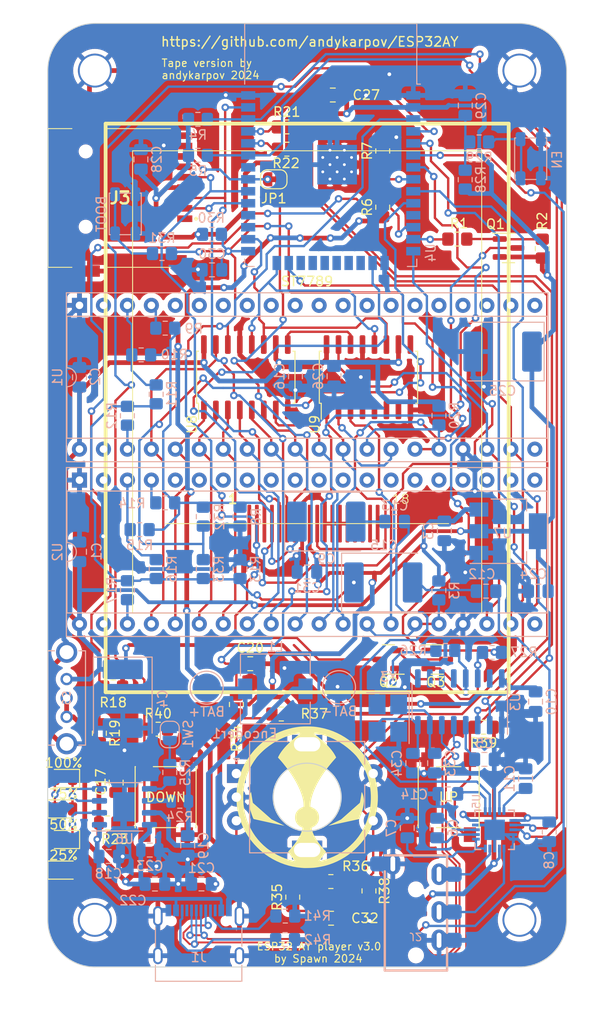
<source format=kicad_pcb>
(kicad_pcb (version 20240108) (generator "pcbnew") (generator_version "8.0")
  (layers (0 "F.Cu" signal) (31 "B.Cu" signal) (34 "B.Paste" user) (35 "F.Paste" user) (36 "B.SilkS" user "B.Silkscreen") (37 "F.SilkS" user "F.Silkscreen") (38 "B.Mask" user) (39 "F.Mask" user) (44 "Edge.Cuts" user))
  (net 0 "")
  (net 1 "GND")
  (net 2 "Bat+")
  (net 3 "+5V")
  (net 4 "+3.3V")
  (net 5 "Net-(U3-XI)")
  (net 6 "Net-(U3-V3)")
  (net 7 "MIX_L")
  (net 8 "Net-(U5-CPN)")
  (net 9 "Net-(U5-CPP)")
  (net 10 "MIX_R")
  (net 11 "Net-(U5-CPVSS)")
  (net 12 "Net-(U3-XO)")
  (net 13 "AYMIX_L")
  (net 14 "HP_L")
  (net 15 "HP_R")
  (net 16 "Net-(U5-RIGHTINM)")
  (net 17 "Net-(SW2-B)")
  (net 18 "Net-(SW3-B)")
  (net 19 "Net-(U5-RIGHTINP)")
  (net 20 "Net-(U5-LEFTINP)")
  (net 21 "Vin")
  (net 22 "TFT_CS")
  (net 23 "TFT_LED")
  (net 24 "TFT_PWM")
  (net 25 "SCL")
  (net 26 "SDA")
  (net 27 "Vsens")
  (net 28 "AYMIX_R")
  (net 29 "ENC_A")
  (net 30 "ESP_EN")
  (net 31 "SD_CS")
  (net 32 "595_DATA")
  (net 33 "BT_DN")
  (net 34 "BT_UP")
  (net 35 "AY_BC1")
  (net 36 "AY_RST")
  (net 37 "AY_CLK")
  (net 38 "AY_D7")
  (net 39 "AY_D6")
  (net 40 "AY_D5")
  (net 41 "AY_D4")
  (net 42 "AY_D3")
  (net 43 "AY_D2")
  (net 44 "AY_D1")
  (net 45 "AY_D0")
  (net 46 "Net-(U5-LEFTINM)")
  (net 47 "Net-(C17-Pad2)")
  (net 48 "Net-(U6-Vout)")
  (net 49 "Net-(D1-K)")
  (net 50 "Net-(D1-A)")
  (net 51 "Net-(D3-A)")
  (net 52 "UD-")
  (net 53 "UD+")
  (net 54 "Net-(J1-CC1)")
  (net 57 "Net-(U6-SW)")
  (net 58 "Net-(Q1-B)")
  (net 59 "RX0")
  (net 60 "TX0")
  (net 61 "Net-(U6-BAT)")
  (net 62 "Net-(U6-KEY)")
  (net 63 "Net-(R25-Pad2)")
  (net 88 "ENC_B")
  (net 89 "Net-(Encoder1-PadA)")
  (net 90 "Net-(Encoder1-PadB)")
  (net 91 "ENC_OK")
  (net 92 "SPI_MOSI")
  (net 93 "SPI_CLK")
  (net 94 "SPI_MISO")
  (net 95 "Net-(JP1-B)")
  (net 96 "Net-(Q2-B)")
  (net 97 "Net-(Q2-E)")
  (net 98 "Net-(Q3-B)")
  (net 99 "Net-(Q3-E)")
  (net 100 "AY2_A8")
  (net 101 "AY1_A")
  (net 102 "AY1_B")
  (net 103 "AY1_C")
  (net 104 "AY2_A")
  (net 105 "AY2_B")
  (net 106 "AY2_C")
  (net 107 "USB_SENS")
  (net 108 "AY1_A8")
  (net 109 "Net-(U4-TXD0{slash}IO1)")
  (net 110 "Net-(U4-RXD0{slash}IO3)")
  (net 111 "DAC_SOUND")
  (net 112 "TFT_DC")
  (net 117 "AY1_BDIR")
  (net 136 "AY2_BDIR")
  (net 145 "595_LATCH")
  (net 146 "595_CLOCK")
  (net 150 "Net-(U8-QH')")
  (net 156 "Net-(J1-CC2)")
  (footprint "Capacitor_SMD:C_0805_2012Metric_Pad1.18x1.45mm_HandSolder" (layer "F.Cu") (at 50.0362 114.8334 180)
    (property "Reference" "C32")
    (property "Value" "100n")
  )
  (footprint "Jumper:SolderJumper-2_P1.3mm_Bridged_RoundedPad1.0x1.5mm" (layer "F.Cu") (at 43.96 36.52)
    (property "Reference" "JP1")
    (property "Value" "jumper")
  )
  (footprint "mod:ST7789" (layer "F.Cu") (at 47.5 58)
    (property "Reference" "TFT1" (hide yes))
    (property "Value" "ST7789")
  )
  (footprint "Resistor_SMD:R_0805_2012Metric_Pad1.20x1.40mm_HandSolder" (layer "F.Cu") (at 25.48 95.23 -90)
    (property "Reference" "R19")
    (property "Value" "0")
  )
  (footprint "Resistor_SMD:R_0805_2012Metric_Pad1.20x1.40mm_HandSolder" (layer "F.Cu") (at 45.974 112.5982 90)
    (property "Reference" "R35")
    (property "Value" "10K")
  )
  (footprint "Package_TO_SOT_SMD:SOT-23" (layer "F.Cu") (at 56.11 87.41 180)
    (property "Reference" "Q2")
    (property "Value" "BC817" (hide yes))
  )
  (footprint "Resistor_SMD:R_0805_2012Metric_Pad1.20x1.40mm_HandSolder" (layer "F.Cu") (at 63.42 42.86 180)
    (property "Reference" "R1")
    (property "Value" "1K")
  )
  (footprint "Resistor_SMD:R_0805_2012Metric_Pad1.20x1.40mm_HandSolder" (layer "F.Cu") (at 50.0126 110.9472)
    (property "Reference" "R36")
    (property "Value" "10K")
  )
  (footprint "Package_TO_SOT_SMD:SOT-23" (layer "F.Cu") (at 68.84 43.8)
    (property "Reference" "Q1")
    (property "Value" "BC807" (hide yes))
  )
  (footprint "Resistor_SMD:R_0805_2012Metric_Pad1.20x1.40mm_HandSolder" (layer "F.Cu") (at 40 92.18 -90)
    (property "Reference" "R34")
    (property "Value" "10K")
  )
  (footprint "Resistor_SMD:R_0805_2012Metric_Pad1.20x1.40mm_HandSolder" (layer "F.Cu") (at 72.42 43.87 -90)
    (property "Reference" "R2")
    (property "Value" "10K")
  )
  (footprint "Resistor_SMD:R_0805_2012Metric_Pad1.20x1.40mm_HandSolder" (layer "F.Cu") (at 26.94 90.32 180)
    (property "Reference" "R18")
    (property "Value" "10K")
  )
  (footprint "" (layer "F.Cu") (at 70 25 90)
    (property "Reference" "")
    (property "Value" "")
  )
  (footprint "Package_SO:SO-16_5.3x10.2mm_P1.27mm" (layer "F.Cu") (at 41 57.5 90)
    (property "Reference" "U8")
    (property "Value" "74HC595" (hide yes))
  )
  (footprint "Resistor_SMD:R_0805_2012Metric_Pad1.20x1.40mm_HandSolder" (layer "F.Cu") (at 55.51 39.48 90)
    (property "Reference" "R6")
    (property "Value" "100K")
  )
  (footprint "" (layer "F.Cu") (at 25 115 90)
    (property "Reference" "")
    (property "Value" "")
  )
  (footprint "Resistor_SMD:R_0805_2012Metric_Pad1.20x1.40mm_HandSolder" (layer "F.Cu") (at 54.0512 111.9378 -90)
    (property "Reference" "R38")
    (property "Value" "10K")
  )
  (footprint "LED_SMD:LED_0805_2012Metric" (layer "F.Cu") (at 21.7 103.25)
    (property "Reference" "D3" (hide yes))
    (property "Value" "75%")
  )
  (footprint "" (layer "F.Cu") (at 70 115 90)
    (property "Reference" "")
    (property "Value" "")
  )
  (footprint "Resistor_SMD:R_0805_2012Metric_Pad1.20x1.40mm_HandSolder" (layer "F.Cu") (at 31.71 94.8)
    (property "Reference" "R40")
    (property "Value" "10K")
  )
  (footprint "Button_Switch_SMD:SW_Push_1P1T_NO_6x6mm_H9.5mm" (layer "F.Cu") (at 62.5 102 90)
    (property "Reference" "S4" (hide yes))
    (property "Value" "UP")
  )
  (footprint "Package_SO:SO-16_5.3x10.2mm_P1.27mm" (layer "F.Cu") (at 54 57.5 90)
    (property "Reference" "U9")
    (property "Value" "74HC595" (hide yes))
  )
  (footprint "Rotary_Encoder:RotaryEncoder_Alps_EC11E-Switch_Vertical_H20mm" (layer "F.Cu") (at 47.5 102)
    (property "Reference" "Encoder1")
    (property "Value" "RotaryEncoder_Switch" (hide yes))
    (fp_circle (center 0 0) (end 3.6 0) (stroke (width 0.12)) (fill none) (layer "Edge.Cuts"))
  )
  (footprint "Resistor_SMD:R_0805_2012Metric_Pad1.20x1.40mm_HandSolder" (layer "F.Cu") (at 44.76 93.19 180)
    (property "Reference" "R37")
    (property "Value" "10K")
  )
  (footprint "Package_TO_SOT_SMD:SOT-23" (layer "F.Cu") (at 61.29 87.41)
    (property "Reference" "Q3")
    (property "Value" "BC817" (hide yes))
  )
  (footprint "Resistor_SMD:R_0805_2012Metric_Pad1.20x1.40mm_HandSolder" (layer "F.Cu") (at 55.51 33.52 90)
    (property "Reference" "R7")
    (property "Value" "10K")
  )
  (footprint "LED_SMD:LED_0805_2012Metric" (layer "F.Cu") (at 21.7 106.49 180)
    (property "Reference" "D2" (hide yes))
    (property "Value" "50%")
  )
  (footprint "mod:TFP09212B" (layer "F.Cu") (at 20.03 38.5)
    (property "Reference" "J3")
    (property "Value" "SD Card" (hide yes))
  )
  (footprint "Capacitor_SMD:C_0805_2012Metric_Pad1.18x1.45mm_HandSolder" (layer "F.Cu") (at 41.47 87.86)
    (property "Reference" "C20")
    (property "Value" "100n")
  )
  (footprint "mod:spawnllogo" (layer "F.Cu") (at 47.5 102)
    (property "Reference" "G***" (hide yes))
    (property "Value" "LOGO" (hide yes))
  )
  (footprint "Resistor_SMD:R_0805_2012Metric_Pad1.20x1.40mm_HandSolder" (layer "F.Cu") (at 66.2 94.59 180)
    (property "Reference" "R39")
    (property "Value" "10K")
  )
  (footprint "LED_SMD:LED_0805_2012Metric" (layer "F.Cu") (at 21.7 100.02 180)
    (property "Reference" "D4" (hide yes))
    (property "Value" "100%")
  )
  (footprint "" (layer "F.Cu") (at 25 25 90)
    (property "Reference" "")
    (property "Value" "")
  )
  (footprint "Capacitor_SMD:C_0805_2012Metric_Pad1.18x1.45mm_HandSolder" (layer "F.Cu") (at 50.22 27.59 180)
    (property "Reference" "C27")
    (property "Value" "100n")
  )
  (footprint "Capacitor_SMD:C_0805_2012Metric_Pad1.18x1.45mm_HandSolder" (layer "F.Cu") (at 27.26 100.46 -90)
    (property "Reference" "C17")
    (property "Value" "10uf")
  )
  (footprint "Resistor_SMD:R_0805_2012Metric_Pad1.20x1.40mm_HandSolder" (layer "F.Cu") (at 45.35 33.33 180)
    (property "Reference" "R22")
    (property "Value" "470")
  )
  (footprint "Resistor_SMD:R_0805_2012Metric_Pad1.20x1.40mm_HandSolder" (layer "F.Cu") (at 45.34 30.97 180)
    (property "Reference" "R21")
    (property "Value" "470")
  )
  (footprint "Resistor_SMD:R_0805_2012Metric" (layer "F.Cu") (at 26.34 104.73)
    (property "Reference" "R23")
    (property "Value" "0.1R" (hide yes))
  )
  (footprint "Button_Switch_SMD:SW_Push_1P1T_NO_6x6mm_H9.5mm" (layer "F.Cu") (at 32.5 102 -90)
    (property "Reference" "S2" (hide yes))
    (property "Value" "DOWN")
  )
  (footprint "LED_SMD:LED_0805_2012Metric" (layer "F.Cu") (at 21.7 109.73)
    (property "Reference" "D1" (hide yes))
    (property "Value" "25%")
  )
  (footprint "Package_DIP:DIP-40_W15.24mm_Socket" (layer "B.Cu") (at 47.5 76 -90)
    (property "Reference" "U2")
    (property "Value" "AY-3-8910" (hide yes))
  )
  (footprint "Capacitor_SMD:C_0805_2012Metric_Pad1.18x1.45mm_HandSolder" (layer "B.Cu") (at 50.35 57.39 -90)
    (property "Reference" "C26")
    (property "Value" "100n")
  )
  (footprint "Capacitor_SMD:C_0805_2012Metric_Pad1.18x1.45mm_HandSolder" (layer "B.Cu") (at 46.26 57.39 -90)
    (property "Reference" "C16")
    (property "Value" "100n")
  )
  (footprint "Resistor_SMD:R_0805_2012Metric_Pad1.20x1.40mm_HandSolder" (layer "B.Cu") (at 45.1866 114.6048)
    (property "Reference" "R41")
    (property "Value" "5K1")
  )
  (footprint "Resistor_SMD:R_0805_2012Metric" (layer "B.Cu") (at 34 102.44)
    (property "Reference" "R24")
    (property "Value" "R50" (hide yes))
  )
  (footprint "Capacitor_SMD:C_0805_2012Metric_Pad1.18x1.45mm_HandSolder" (layer "B.Cu") (at 26.47 108.29 180)
    (property "Reference" "C18")
    (property "Value" "10uf")
  )
  (footprint "Resistor_SMD:R_0805_2012Metric_Pad1.20x1.40mm_HandSolder" (layer "B.Cu") (at 32.46 52.3 180)
    (property "Reference" "R9")
    (property "Value" "4.7K")
  )
  (footprint "Capacitor_SMD:C_0805_2012Metric_Pad1.18x1.45mm_HandSolder" (layer "B.Cu") (at 58.11 105.27 -90)
    (property "Reference" "C7")
    (property "Value" "100n")
  )
  (footprint "Capacitor_SMD:C_0805_2012Metric_Pad1.18x1.45mm_HandSolder" (layer "B.Cu") (at 62.04 73.78 -90)
    (property "Reference" "C3")
    (property "Value" "100n")
  )
  (footprint "Capacitor_SMD:C_0805_2012Metric_Pad1.18x1.45mm_HandSolder" (layer "B.Cu") (at 37.41 46.12 180)
    (property "Reference" "C30")
    (property "Value" "100n")
  )
  (footprint "Resistor_SMD:R_0805_2012Metric_Pad1.20x1.40mm_HandSolder" (layer "B.Cu") (at 28.45 80.07 -90)
    (property "Reference" "R17")
    (property "Value" "4.7K")
  )
  (footprint "TestPoint:TestPoint_Pad_D3.0mm" (layer "B.Cu") (at 50.8762 90.3478 180)
    (property "Reference" "BAT-1" (hide yes))
    (property "Value" "BAT-")
  )
  (footprint "footprints:SW_SPST_PTS810_handsoldering" (layer "B.Cu") (at 71.19 34.34 90)
    (property "Reference" "SW2" (hide yes))
    (property "Value" "EN")
  )
  (footprint "Package_SO:SOIC-16_3.9x9.9mm_P1.27mm" (layer "B.Cu") (at 63.675 91.895 90)
    (property "Reference" "U3")
    (property "Value" "CH340G" (hide yes))
  )
  (footprint "footprints:AUDIO_JACK_3.5MM_SMD_TRRS_rounded_mixed" (layer "B.Cu") (at 59.0296 120.37006 90)
    (property "Reference" "J2")
    (property "Value" "MiniJack" (hide yes))
  )
  (footprint "Resistor_SMD:R_0805_2012Metric_Pad1.20x1.40mm_HandSolder" (layer "B.Cu") (at 35.92 33.98)
    (property "Reference" "R5")
    (property "Value" "4.7K")
  )
  (footprint "Capacitor_Tantalum_SMD:CP_EIA-7360-38_Kemet-E" (layer "B.Cu") (at 27.96 91.57 -90)
    (property "Reference" "C4")
    (property "Value" "100uf" (hide yes))
  )
  (footprint "Resistor_SMD:R_0805_2012Metric_Pad1.20x1.40mm_HandSolder" (layer "B.Cu") (at 62.15 86.45 180)
    (property "Reference" "R26")
    (property "Value" "10K")
  )
  (footprint "Capacitor_Tantalum_SMD:CP_EIA-7360-38_Kemet-E" (layer "B.Cu") (at 55.5625 79.25)
    (property "Reference" "C15")
    (property "Value" "100u" (hide yes))
  )
  (footprint "Capacitor_SMD:C_0805_2012Metric_Pad1.18x1.45mm_HandSolder" (layer "B.Cu") (at 23.37 57.5 -90)
    (property "Reference" "C2")
    (property "Value" "100n")
  )
  (footprint "Resistor_SMD:R_0805_2012Metric_Pad1.20x1.40mm_HandSolder" (layer "B.Cu") (at 35.92 30.17)
    (property "Reference" "R4")
    (property "Value" "4.7K")
  )
  (footprint "Resistor_SMD:R_0805_2012Metric_Pad1.20x1.40mm_HandSolder" (layer "B.Cu") (at 32.46 70.81 180)
    (property "Reference" "R14")
    (property "Value" "4.7K")
  )
  (footprint "Resistor_SMD:R_0805_2012Metric_Pad1.20x1.40mm_HandSolder" (layer "B.Cu") (at 65.73 32.56)
    (property "Reference" "R29")
    (property "Value" "220")
  )
  (footprint "Resistor_SMD:R_0805_2012Metric_Pad1.20x1.40mm_HandSolder" (layer "B.Cu") (at 28.45 61.58 -90)
    (property "Reference" "R12")
    (property "Value" "4.7K")
  )
  (footprint "Capacitor_SMD:C_0805_2012Metric_Pad1.18x1.45mm_HandSolder" (layer "B.Cu") (at 66.46 80.17 180)
    (property "Reference" "C12")
    (property "Value" "470n")
  )
  (footprint "Resistor_SMD:R_0805_2012Metric_Pad1.20x1.40mm_HandSolder" (layer "B.Cu") (at 37.41 42.35)
    (property "Reference" "R30")
    (property "Value" "10K")
  )
  (footprint "Resistor_SMD:R_0805_2012Metric_Pad1.20x1.40mm_HandSolder" (layer "B.Cu") (at 61.47 61.56 90)
    (property "Reference" "R20")
    (property "Value" "1K")
  )
  (footprint "Capacitor_SMD:C_0805_2012Metric_Pad1.18x1.45mm_HandSolder" (layer "B.Cu") (at 72 80.17 180)
    (property "Reference" "C24")
    (property "Value" "100n")
  )
  (footprint "Capacitor_SMD:C_0805_2012Metric_Pad1.18x1.45mm_HandSolder" (layer "B.Cu") (at 34.84 107.12 90)
    (property "Reference" "C19")
    (property "Value" "22uf")
  )
  (footprint "Capacitor_SMD:C_0805_2012Metric_Pad1.18x1.45mm_HandSolder" (layer "B.Cu") (at 64.26 28.71 90)
    (property "Reference" "C29")
    (property "Value" "100n")
  )
  (footprint "Resistor_SMD:R_0805_2012Metric_Pad1.20x1.40mm_HandSolder" (layer "B.Cu") (at 36.49 77.83 90)
    (property "Reference" "R33")
    (property "Value" "5.6K")
  )
  (footprint "Resistor_SMD:R_0805_2012Metric_Pad1.20x1.40mm_HandSolder" (layer "B.Cu") (at 32.11 44.39 180)
    (property "Reference" "R31")
    (property "Value" "220")
  )
  (footprint "Resistor_SMD:R_0805_2012Metric_Pad1.20x1.40mm_HandSolder" (layer "B.Cu") (at 40.39 72.27 -90)
    (property "Reference" "R8")
    (property "Value" "510")
  )
  (footprint "Capacitor_SMD:C_0805_2012Metric_Pad1.18x1.45mm_HandSolder" (layer "B.Cu") (at 61.27 105.27 90)
    (property "Reference" "C6")
    (property "Value" "100n")
  )
  (footprint "Capacitor_SMD:C_0805_2012Metric_Pad1.18x1.45mm_HandSolder" (layer "B.Cu") (at 70.65 100.04 -90)
    (property "Reference" "C11")
    (property "Value" "470n")
  )
  (footprint "mod:QFN50P400X400X80-21N" (layer "B.Cu") (at 67.3694 105.4612 -90)
    (property "Reference" "U5")
    (property "Value" "TPA6130A2RTJTG4" (hide yes))
  )
  (footprint "Capacitor_SMD:C_0805_2012Metric_Pad1.18x1.45mm_HandSolder" (layer "B.Cu") (at 23.37 76 -90)
    (property "Reference" "C1")
    (property "Value" "100n")
  )
  (footprint "Jumper:SolderJumper-2_P1.3mm_Open_RoundedPad1.0x1.5mm" (layer "B.Cu") (at 32.94 95.36 -90)
    (property "Reference" "SW1")
    (property "Value" "SW_Push" (hide yes))
  )
  (footprint "Resistor_SMD:R_0805_2012Metric_Pad1.20x1.40mm_HandSolder" (layer "B.Cu") (at 36.49 72.27 -90)
    (property "Reference" "R32")
    (property "Value" "5.6K")
  )
  (footprint "RF_Module:ESP32-WROOM-32" (layer "B.Cu") (at 50 35.88 180)
    (property "Reference" "U4")
    (property "Value" "ESP32-WROOM-32")
  )
  (footprint "Inductor_SMD:L_7.3x7.3_H3.5" (layer "B.Cu") (at 44.13 90.53 180)
    (property "Reference" "L1")
    (property "Value" "1UH" (hide yes))
  )
  (footprint "Capacitor_SMD:C_0805_2012Metric_Pad1.18x1.45mm_HandSolder" (layer "B.Cu") (at 36.3 111.2 180)
    (property "Reference" "C21")
    (property "Value" "22uf")
  )
  (footprint "Resistor_SMD:R_0805_2012Metric_Pad1.20x1.40mm_HandSolder" (layer "B.Cu") (at 40.39 77.83 90)
    (property "Reference" "R13")
    (property "Value" "510")
  )
  (footprint "Resistor_SMD:R_0805_2012Metric" (layer "B.Cu") (at 32.94 99.38 90)
    (property "Reference" "R25")
    (property "Value" "10K" (hide yes))
  )
  (footprint "Capacitor_SMD:C_0805_2012Metric_Pad1.18x1.45mm_HandSolder" (layer "B.Cu") (at 56.78 72.79 180)
    (property "Reference" "C13")
    (property "Value" "470n")
  )
  (footprint "Resistor_SMD:R_0805_2012Metric_Pad1.20x1.40mm_HandSolder" (layer "B.Cu") (at 64.25 36.56 90)
    (property "Reference" "R28")
    (property "Value" "10K")
  )
  (footprint "TestPoint:TestPoint_Pad_D3.0mm" (layer "B.Cu") (at 36.85 90.4 180)
    (property "Reference" "BAT+1" (hide yes))
    (property "Value" "BAT+")
  )
  (footprint "Resistor_SMD:R_0805_2012Metric_Pad1.20x1.40mm_HandSolder" (layer "B.Cu") (at 61.46 80.09 90)
    (property "Reference" "R3")
    (property "Value" "1K")
  )
  (footprint "Resistor_SMD:R_0805_2012Metric_Pad1.20x1.40mm_HandSolder" (layer "B.Cu") (at 29.91 55.13)
    (property "Reference" "R10")
    (property "Value" "10K")
  )
  (footprint "Capacitor_SMD:C_0805_2012Metric_Pad1.18x1.45mm_HandSolder" (layer "B.Cu") (at 58.6994 98.3996 90)
    (property "Reference" "C34")
    (property "Value" "22")
  )
  (footprint "Crystal:Crystal_SMD_3225-4Pin_3.2x2.5mm_HandSoldering" (layer "B.Cu") (at 56.0578 93.6244 -90)
    (property "Reference" "Y3")
    (property "Value" "12MHz")
  )
  (footprint "Resistor_SMD:R_0805_2012Metric_Pad1.20x1.40mm_HandSolder" (layer "B.Cu") (at 67.09 86.66)
    (property "Reference" "R27")
    (property "Value" "10K")
  )
  (footprint "Capacitor_SMD:C_0805_2012Metric_Pad1.18x1.45mm_HandSolder" (layer "B.Cu") (at 61.0108 98.3996 90)
    (property "Reference" "C33")
    (property "Value" "22")
  )
  (footprint "Connector_USB:USB_C_Receptacle_G-Switch_GT-USB-7010ASV" (layer "B.Cu") (at 36 117.729 180)
    (property "Reference" "J1")
    (property "Value" "USB_C_Receptacle_USB2.0_14P")
  )
  (footprint "Resistor_SMD:R_0805_2012Metric_Pad1.20x1.40mm_HandSolder" (layer "B.Cu") (at 31.5 77.83 90)
    (property "Reference" "R16")
    (property "Value" "10K")
  )
  (footprint "Package_SO:HSOP-8-1EP_3.9x4.9mm_P1.27mm_EP2.41x3.1mm" (layer "B.Cu") (at 28.14 103.025)
    (property "Reference" "U6")
    (property "Value" "SM5308" (hide yes))
  )
  (footprint "Capacitor_SMD:C_0805_2012Metric_Pad1.18x1.45mm_HandSolder" (layer "B.Cu") (at 62.42 101.65 180)
    (property "Reference" "C14")
    (property "Value" "470n")
  )
  (footprint "Resistor_SMD:R_0805_2012Metric_Pad1.20x1.40mm_HandSolder" (layer "B.Cu") (at 45.1612 117.094)
    (property "Reference" "R42")
    (property "Value" "5K1")
  )
  (footprint "Capacitor_SMD:C_0805_2012Metric_Pad1.18x1.45mm_HandSolder" (layer "B.Cu") (at 29.88 34.41 90)
    (property "Reference" "C28")
    (property "Value" "100n")
  )
  (footprint "Resistor_SMD:R_0805_2012Metric_Pad1.20x1.40mm_HandSolder" (layer "B.Cu") (at 29.7434 73.65)
    (property "Reference" "R15")
    (property "Value" "10K")
  )
  (footprint "Capacitor_Tantalum_SMD:CP_EIA-7360-38_Kemet-E" (layer "B.Cu") (at 49.53 72.8)
    (property "Reference" "C9")
    (property "Value" "100u" (hide yes))
  )
  (footprint "Capacitor_SMD:C_0805_2012Metric_Pad1.18x1.45mm_HandSolder" (layer "B.Cu") (at 47.48 78.14)
    (property "Reference" "C31")
    (property "Value" "100n")
  )
  (footprint "Resistor_SMD:R_0805_2012Metric_Pad1.20x1.40mm_HandSolder" (layer "B.Cu") (at 31.5 59.31 90)
    (property "Reference" "R11")
    (property "Value" "10K")
  )
  (footprint "Capacitor_SMD:C_0805_2012Metric_Pad1.18x1.45mm_HandSolder" (layer "B.Cu") (at 73.16 105.67 90)
    (property "Reference" "C8")
    (property "Value" "100n")
  )
  (footprint "Capacitor_SMD:C_0805_2012Metric_Pad1.18x1.45mm_HandSolder" (layer "B.Cu") (at 66.29 98 180)
    (property "Reference" "C5")
    (property "Value" "100n")
  )
  (footprint "mod:SW_EG1213" (layer "B.Cu") (at 22.01 91.49 90)
    (property "Reference" "S6")
    (property "Value" "EG1213")
  )
  (footprint "Package_DIP:DIP-40_W15.24mm_Socket" (layer "B.Cu") (at 47.5 57.5 -90)
    (property "Reference" "U1")
    (property "Value" "AY-3-8910" (hide yes))
  )
  (footprint "Capacitor_SMD:C_0805_2012Metric_Pad1.18x1.45mm_HandSolder" (layer "B.Cu") (at 31.37 111.21)
    (property "Reference" "C22")
    (property "Value" "22uf")
  )
  (footprint "Capacitor_Tantalum_SMD:CP_EIA-7360-38_Kemet-E" (layer "B.Cu") (at 68.21 54.78 180)
    (property "Reference" "C25")
    (property "Value" "47uf" (hide yes))
  )
  (footprint "Capacitor_SMD:C_0805_2012Metric" (layer "B.Cu") (at 30.82 107.61)
    (property "Reference" "C23")
    (property "Value" "22uf" (hide yes))
  )
  (footprint "footprints:SW_SPST_PTS810_handsoldering" (layer "B.Cu") (at 28.22 40.19 90)
    (property "Reference" "SW3" (hide yes))
    (property "Value" "BOOT")
  )
  (footprint "Capacitor_SMD:C_0805_2012Metric_Pad1.18x1.45mm_HandSolder" (layer "B.Cu") (at 71.71 91.88 90)
    (property "Reference" "C10")
    (property "Value" "100n")
  )
  (footprint "Package_TO_SOT_SMD:SOT-223-3_TabPin2" (layer "B.Cu") (at 68.85 73.82)
    (property "Reference" "U7")
    (property "Value" "AMS1117-3.3" (hide yes))
  )
  (gr_arc (start 20 25) (mid 21.464466 21.464466) (end 25 20) (stroke (width 0.1)) (layer "Edge.Cuts"))
  (gr_arc (start 75 115) (mid 73.535534 118.535533) (end 70 120) (stroke (width 0.1)) (layer "Edge.Cuts"))
  (gr_arc (start 25 120) (mid 21.464466 118.535534) (end 20 115) (stroke (width 0.1)) (layer "Edge.Cuts"))
  (gr_arc (start 70 20) (mid 73.535533 21.464466) (end 75 25) (stroke (width 0.1)) (layer "Edge.Cuts"))
  (gr_line (start 75 25) (end 75 115) (stroke (width 0.1)) (layer "Edge.Cuts"))
  (gr_line (start 20 115) (end 20 25) (stroke (width 0.1)) (layer "Edge.Cuts"))
  (gr_line (start 70 120) (end 25 120) (stroke (width 0.1)) (layer "Edge.Cuts"))
  (gr_line (start 25 20) (end 70 20) (stroke (width 0.1)) (layer "Edge.Cuts"))
  (gr_text "ESP32 AY player v3.0\n   by Spawn 2024" (at 42.0878 119.5832 0) (layer "F.SilkS") (effects (font (size 0.8 0.8) (thickness 0.12)) (justify left bottom)))
  (gr_text "https://github.com/andykarpov/ESP32AY" (at 47.7774 22.5298 0) (layer "F.SilkS") (effects (font (size 1 1)) (justify bottom)))
  (gr_text "Tape version by \nandykarpov 2024" (at 32.004 25.9588 0) (layer "F.SilkS") (effects (font (size 0.8 0.8) (thickness 0.12)) (justify left bottom)))
  (segment (start 53.19 57.48) (end 53.89 56.78) (width 0.5) (layer "F.Cu") (net 1))
  (segment (start 21.41 96.34) (end 22.01 96.34) (width 0.5) (layer "F.Cu") (net 1))
  (segment (start 49.38 70.78) (end 48.86 70.26) (width 0.4) (layer "F.Cu") (net 1))
  (segment (start 24.43 30.75) (end 24.43 25.57) (width 0.5) (layer "F.Cu") (net 1))
  (segment (start 32.8168 113.8428) (end 32.8168 112.2232) (width 0.5) (layer "F.Cu") (net 1))
  (segment (start 21.65 32.35) (end 23.25 30.75) (width 0.5) (layer "F.Cu") (net 1))
  (segment (start 56.95 32.06) (end 56.49 32.52) (width 0.5) (layer "F.Cu") (net 1))
  (segment (start 20.43 95.36) (end 21.41 96.34) (width 0.5) (layer "F.Cu") (net 1))
  (segment (start 50.97 73.01) (end 51.77 73.01) (width 0.4) (layer "F.Cu") (net 1))
  (segment (start 48.86 70.26) (end 47.56 70.26) (width 0.4) (layer "F.Cu") (net 1))
  (segment (start 60.3825 60.9625) (end 62.53 63.11) (width 0.5) (layer "F.Cu") (net 1))
  (segment (start 34.75 105.975) (end 34.75 98.025) (width 0.5) (layer "F.Cu") (net 1))
  (segment (start 56.21 25.39) (end 54.64 23.82) (width 0.5) (layer "F.Cu") (net 1))
  (segment (start 45.445 58.525) (end 45.445 60.9625) (width 0.5) (layer "F.Cu") (net 1))
  (segment (start 53.74 30.2875) (end 53.74 27.63) (width 0.5) (layer "F.Cu") (net 1))
  (segment (start 46.97 73.01) (end 46.97 75.84) (width 0.4) (layer "F.Cu") (net 1))
  (segment (start 42.945 87.86) (end 44.64 87.86) (width 0.4) (layer "F.Cu") (net 1))
  (segment (start 49.05 25.63) (end 48.74 25.94) (width 0.5) (layer "F.Cu") (net 1))
  (segment (start 34.03 29.54) (end 35.55 28.02) (width 0.5) (layer "F.Cu") (net 1))
  (segment (start 35.55 28.02) (end 35.97 27.6) (width 0.5) (layer "F.Cu") (net 1))
  (segment (start 34.53 31.9) (end 32.36 31.9) (width 0.5) (layer "F.Cu") (net 1))
  (segment (start 24.43 46.25) (end 23.37 46.25) (width 0.5) (layer "F.Cu") (net 1))
  (segment (start 42.98 78.12) (end 44.72 78.12) (width 0.5) (layer "F.Cu") (net 1))
  (segment (start 58.11 104.2325) (end 59.8525 105.975) (width 0.4) (layer "F.Cu") (net 1))
  (segment (start 60.25 105.975) (end 60.25 98.025) (width 0.5) (layer "F.Cu") (net 1))
  (segment (start 40.365 54.0375) (end 40.365 55.115) (width 0.5) (layer "F.Cu") (net 1))
  (segment (start 32.8168 112.2232) (end 33.84 111.2) (width 0.5) (layer "F.Cu") (net 1))
  (segment (start 53.848 114.8334) (end 51.5112 114.8334) (width 0.4) (layer "F.Cu") (net 1))
  (segment (start 24.45 45.35) (end 24.43 45.37) (width 0.5) (layer "F.Cu") (net 1))
  (segment (start 23.37 46.25) (end 23.37 49.88) (width 0.5) (layer "F.Cu") (net 1))
  (segment (start 28.14 97.04) (end 28.4025 96.7775) (width 0.5) (layer "F.Cu") (net 1))
  (segment (start 64.69 63.11) (end 64.01 63.11) (width 0.5) (layer "F.Cu") (net 1))
  (segment (start 66.25 71.29) (end 66.25 76.19) (width 0.5) (layer "F.Cu") (net 1))
  (segment (start 53.365 56.255) (end 53.89 56.78) (width 0.5) (layer "F.Cu") (net 1))
  (segment (start 58.445 60.9625) (end 60.3825 60.9625) (width 0.5) (layer "F.Cu") (net 1))
  (segment (start 53.74 26.29) (end 53.08 25.63) (width 0.5) (layer "F.Cu") (net 1))
  (segment (start 64.01 63.11) (end 64.01 65.12) (width 0.5) (layer "F.Cu") (net 1))
  (segment (start 45.92 58.525) (end 45.445 58.525) (width 0.5) (layer "F.Cu") (net 1))
  (segment (start 50.17 73.01) (end 50.97 73.01) (width 0.4) (layer "F.Cu") (net 1))
  (segment (start 32.3 31.84) (end 32.3 30.75) (width 0.5) (layer "F.Cu") (net 1))
  (segment (start 38.88 27.59) (end 48.745 27.59) (width 0.5) (layer "F.Cu") (net 1))
  (segment (start 35.93 46.07) (end 34.75 46.07) (width 0.5) (layer "F.Cu") (net 1))
  (segment (start 54.19 57.08) (end 57.68 57.08) (width 0.5) (layer "F.Cu") (net 1))
  (segment (start 24.43 45.37) (end 24.43 46.25) (width 0.5) (layer "F.Cu") (net 1))
  (segment (start 49.38 73.01) (end 49.38 70.78) (width 0.4) (layer "F.Cu") (net 1))
  (segment (start 20.43 88.22) (end 20.43 95.36) (width 0.5) (layer "F.Cu") (net 1))
  (segment (start 46.26 58.865) (end 45.92 58.525) (width 0.5) (layer "F.Cu") (net 1))
  (segment (start 27.26 98.985) (end 27.26 97.92) (width 0.5) (layer "F.Cu") (net 1))
  (segment (start 65.28 70.32) (end 66.25 71.29) (width 0.5) (layer "F.Cu") (net 1))
  (segment (start 42.13 77.27) (end 42.98 78.12) (width 0.5) (layer "F.Cu") (net 1))
  (segment (start 40.365 55.115) (end 42.72 57.47) (width 0.5) (layer "F.Cu") (net 1))
  (segment (start 55.51 32.52) (end 52.3675 32.52) (width 0.5) (layer "F.Cu") (net 1))
  (segment (start 47.62 23.82) (end 46.44 25) (width 0.5) (layer "F.Cu") (net 1))
  (segment (start 52.3675 32.52) (end 51.4425 33.445) (width 0.5) (layer "F.Cu") (net 1))
  (segment (start 60.25 98.025) (end 55.975 98.025) (width 0.5) (layer "F.Cu") (net 1))
  (segment (start 48.74 25.94) (end 48.745 25.945) (width 0.5) (layer "F.Cu") (net 1))
  (segment (start 32.3 35.2) (end 32.3 32.93) (width 0.5) (layer "F.Cu") (net 1))
  (segment (start 34.85 108.59) (end 34.85 106.075) (width 0.5) (layer "F.Cu") (net 1))
  (segment (start 32.36 31.9) (end 32.3 31.84) (width 0.5) (layer "F.Cu") (net 1))
  (segment (start 49.37 73.01) (end 50.17 73.01) (width 0.4) (layer "F.Cu") (net 1))
  (segment (start 44.64 87.86) (end 45.1 88.32) (width 0.4) (layer "F.Cu") (net 1))
  (segment (start 59.8525 105.975) (end 60.25 105.975) (width 0.4) (layer "F.Cu") (net 1))
  (segment (start 53.89 56.78) (end 54.19 57.08) (width 0.5) (layer "F.Cu") (net 1))
  (segment (start 41.37 77.25) (end 41.37 73.01) (width 0.4) (layer "F.Cu") (net 1))
  (segment (start 58.445 57.845) (end 58.445 60.9625) (width 0.5) (layer "F.Cu") (net 1))
  (segment (start 44.39 57.47) (end 45.445 58.525) (width 0.5) (layer "F.Cu") (net 1))
  (segment (start 42.72 57.47) (end 44.39 57.47) (width 0.5) (layer "F.Cu") (net 1))
  (segment (start 53.08 25.63) (end 49.05 25.63) (width 0.5) (layer "F.Cu") (net 1))
  (segment (start 57.85 90.3478) (end 57.0378 91.16) (width 0.5) (layer "F.Cu") (net 1))
  (segment (start 24.43 46.25) (end 21.65 46.25) (width 0.5) (layer "F.Cu") (net 1))
  (segment (start 34.03 30.75) (end 34.03 29.54) (width 0.5) (layer "F.Cu") (net 1))
  (segment (start 56.49 32.52) (end 55.9725 32.52) (width 0.5) (layer "F.Cu") (net 1))
  (segment (start 53.365 54.0375) (end 53.365 56.255) (width 0.5) (layer "F.Cu") (net 1))
  (segment (start 28.4025 96.7775) (end 28.4025 90.32) (width 0.5) (layer "F.Cu") (net 1))
  (segment (start 34.75 46.07) (end 34.03 45.35) (width 0.5) (layer "F.Cu") (net 1))
  (segment (start 27.26 97.92) (end 28.14 97.04) (width 0.5) (layer "F.Cu") (net 1))
  (segment (start 32.3 30.75) (end 34.03 30.75) (width 0.5) (layer "F.Cu") (net 1))
  (segment (start 44.72 78.09) (end 46.37 76.44) (width 0.5) (layer "F.Cu") (net 1))
  (segment (start 55.975 98.025) (end 54.5 99.5) (width 0.5) (layer "F.Cu") (net 1))
  (segment (start 54.64 23.82) (end 47.62 23.82) (width 0.5) (layer "F.Cu") (net 1))
  (segment (start 65.67 62.13) (end 64.69 63.11) (width 0.5) (layer "F.Cu") (net 1))
  (segment (start 66.23 58.5) (end 65.67 59.06) (width 0.5) (layer "F.Cu") (net 1))
  (segment (start 62.53 63.11) (end 64.01 63.11) (width 0.5) (layer "F.Cu") (net 1))
  (segment (start 41.39 77.27) (end 41.37 77.25) (width 0.4) (layer "F.Cu") (net 1))
  (segment (start 46.97 70.85) (end 46.97 73.01) (width 0.4) (layer "F.Cu") (net 1))
  (segment (start 46.44 25) (end 25 25) (width 0.5) (layer "F.Cu") (net 1))
  (segment (start 44.72 78.12) (end 44.72 78.09) (width 0.5) (layer "F.Cu") (net 1))
  (segment (start 65.28 69.59) (end 65.28 70.32) (width 0.5) (layer "F.Cu") (net 1))
  (segment (start 35.97 27.6) (end 38.87 27.6) (width 0.5) (layer "F.Cu") (net 1))
  (segment (start 24.43 25.57) (end 25 25) (width 0.5) (layer "F.Cu") (net 1))
  (segment (start 57.0378 91.16) (end 51.5868 91.16) (width 0.5) (layer "F.Cu") (net 1))
  (segment (start 34.03 30.75) (end 24.43 30.75) (width 0.5) (layer "F.Cu") (net 1))
  (segment (start 47.56 70.26) (end 46.97 70.85) (width 0.4) (layer "F.Cu") (net 1))
  (segment (start 22.01 86.64) (end 20.43 88.22) (width 0.5) (layer "F.Cu") (net 1))
  (segment (start 21.65 46.25) (end 21.65 32.35) (width 0.5) (layer "F.Cu") (net 1))
  (segment (start 46.97 75.84) (end 46.37 76.44) (width 0.4) (layer "F.Cu") (net 1))
  (segment (start 34.53 35.2) (end 32.3 35.2) (width 0.5) (layer "F.Cu") (net 1))
  (segment (start 50.17 73.01) (end 49.38 73.01) (width 0.4) (layer "F.Cu") (net 1))
  (segment (start 66.25 76.19) (end 64.26 78.18) (width 0.5) (layer "F.Cu") (net 1))
  (segment (start 31.52 109.33) (end 28.985 109.33) (width 0.5) (layer "F.Cu") (net 1))
  (segment (start 34.03 45.35) (end 24.45 45.35) (width 0.5) (layer "F.Cu") (net 1))
  (segment (start 23.37 71.84) (end 23.37 68.4) (width 0.5) (layer "F.Cu") (net 1))
  (segment (start 23.25 30.75) (end 24.43 30.75) (width 0.5) (layer "F.Cu") (net 1))
  (segment (start 25.88 74.35) (end 23.37 71.84) (width 0.5) (layer "F.Cu") (net 1))
  (segment (start 65.67 59.06) (end 65.67 62.13) (width 0.5) (layer "F.Cu") (net 1))
  (segment (start 34.85 106.075) (end 34.75 105.975) (width 0.5) (layer "F.Cu") (net 1))
  (segment (start 48.745 25.945) (end 48.745 27.59) (width 0.5) (layer "F.Cu") (net 1))
  (segment (start 32.3 32.93) (end 32.3 31.84) (width 0.5) (layer "F.Cu") (net 1))
  (segment (start 55.9725 32.52) (end 53.74 30.2875) (width 0.5) (layer "F.Cu") (net 1))
  (segment (start 57.68 57.08) (end 58.445 57.845) (width 0.5) (layer "F.Cu") (net 1))
  (segment (start 28.985 109.33) (end 27.945 108.29) (width 0.5) (layer "F.Cu") (net 1))
  (segment (start 54.1274 115.1128) (end 53.848 114.8334) (width 0.4) (layer "F.Cu") (net 1))
  (segment (start 38.87 27.6) (end 38.88 27.59) (width 0.5) (layer "F.Cu") (net 1))
  (segment (start 53.74 27.63) (end 53.74 26.29) (width 0.5) (layer "F.Cu") (net 1))
  (segment (start 51.5868 91.16) (end 50.7238 90.297) (width 0.5) (layer "F.Cu") (net 1))
  (segment (start 41.39 77.27) (end 42.13 77.27) (width 0.5) (layer "F.Cu") (net 1))
  (via (at 66.23 58.5) (size 0.8) (drill 0.4) (layers "F.Cu" "B.Cu") (net 1))
  (via (at 25.88 74.35) (size 0.8) (drill 0.4) (layers "F.Cu" "B.Cu") (net 1))
  (via (at 45.1 88.32) (size 0.8) (drill 0.4) (layers "F.Cu" "B.Cu") (net 1))
  (via (at 46.37 76.44) (size 0.8) (drill 0.4) (layers "F.Cu" "B.Cu") (net 1))
  (via (at 58.11 104.2325) (size 0.8) (drill 0.4) (layers "F.Cu" "B.Cu") (net 1))
  (via (at 31.52 109.33) (size 0.8) (drill 0.4) (layers "F.Cu" "B.Cu") (net 1))
  (via (at 38.87 27.6) (size 0.8) (drill 0.4) (layers "F.Cu" "B.Cu") (net 1))
  (via (at 59.8932 99.495) (size 0.8) (drill 0.4) (layers "F.Cu" "B.Cu") (net 1))
  (via (at 34.85 108.59) (size 0.8) (drill 0.4) (layers "F.Cu" "B.Cu") (net 1))
  (via (at 50.7238 90.297) (size 0.8) (drill 0.4) (layers "F.Cu" "B.Cu") (net 1))
  (via (at 54.1274 115.1128) (size 0.8) (drill 0.4) (layers "F.Cu" "B.Cu") (net 1))
  (via (at 64.26 78.18) (size 0.8) (drill 0.4) (layers "F.Cu" "B.Cu") (net 1))
  (via (at 46.26 58.865) (size 0.8) (drill 0.4) (layers "F.Cu" "B.Cu") (net 1))
  (via (at 65.28 69.59) (size 0.8) (drill 0.4) (layers "F.Cu" "B.Cu") (net 1))
  (via (at 56.95 32.06) (size 0.8) (drill 0.4) (layers "F.Cu" "B.Cu") (net 1))
  (via (at 41.39 77.27) (size 0.8) (drill 0.4) (layers "F.Cu" "B.Cu") (net 1))
  (via (at 27.945 108.29) (size 0.8) (drill 0.4) (layers "F.Cu" "B.Cu") (net 1))
  (via (at 53.19 57.48) (size 0.8) (drill 0.4) (layers "F.Cu" "B.Cu") (net 1))
  (via (at 53.74 27.63) (size 0.8) (drill 0.4) (layers "F.Cu" "B.Cu") (net 1))
  (via (at 33.84 111.2) (size 0.8) (drill 0.4) (layers "F.Cu" "B.Cu") (net 1))
  (via (at 32.3 32.93) (size 0.8) (drill 0.4) (layers "F.Cu" "B.Cu") (net 1))
  (via (at 57.85 90.3478) (size 0.8) (drill 0.4) (layers "F.Cu" "B.Cu") (net 1))
  (via (at 56.21 25.39) (size 0.8) (drill 0.4) (layers "F.Cu" "B.Cu") (net 1))
  (via (at 35.93 46.07) (size 0.8) (drill 0.4) (layers "F.Cu" "B.Cu") (net 1))
  (via (at 28.14 97.04) (size 0.8) (drill 0.4) (layers "F.Cu" "B.Cu") (net 1))
  (segment (start 58.11 104.2325) (end 58.11 103.795) (width 0.4) (layer "B.Cu") (net 1))
  (segment (start 42.85 102.01) (end 42.85 99.11) (width 0.5) (layer "B.Cu") (net 1))
  (segment (start 21.71 51.54) (end 23.37 49.88) (width 0.5) (layer "B.Cu") (net 1))
  (segment (start 69.505 27.235) (end 69.505 25.495) (width 0.5) (layer "B.Cu") (net 1))
  (segment (start 39.2 112.8698) (end 39.497 112.5728) (width 0.6) (layer "B.Cu") (net 1))
  (segment (start 28.96 76.52) (end 28.47 76.03) (width 0.5) (layer "B.Cu") (net 1))
  (segment (start 27.57 36.1044) (end 27.57 33.48) (width 0.5) (layer "B.Cu") (net 1))
  (segment (start 25.88 75.46) (end 25.88 74.35) (width 0.5) (layer "B.Cu") (net 1))
  (segment (start 38.87 27.6) (end 41.22 27.6) (width 0.5) (layer "B.Cu") (net 1))
  (segment (start 67.765 97.395) (end 68.12 97.04) (width 0.5) (layer "B.Cu") (net 1))
  (segment (start 66.43 78.86) (end 68.2 77.09) (width 0.5) (layer "B.Cu") (net 1))
  (segment (start 54.59 39.57) (end 54.59 36.86) (width 0.5) (layer "B.Cu") (net 1))
  (segment (start 36.589346 118.8166) (end 36.600946 118.805) (width 0.5) (layer "B.Cu") (net 1))
  (segment (start 35.935 46.075) (end 35.93 46.07) (width 0.5) (layer "B.Cu") (net 1))
  (segment (start 25 115) (end 28.805 118.805) (width 0.5) (layer "B.Cu") (net 1))
  (segment (start 69.3506 105.9692) (end 67.8774 105.9692) (width 0.3) (layer "B.Cu") (net 1))
  (segment (start 57.1246 97.8662) (end 57.2078 97.783) (width 0.3) (layer "B.Cu") (net 1))
  (segment (start 59.57 101.65) (end 60.945 101.65) (width 0.5) (layer "B.Cu") (net 1))
  (segment (start 33.84 111.2) (end 32.855 111.2) (width 0.5) (layer "B.Cu") (net 1))
  (segment (start 51.69 27.63) (end 49.9825 29.3375) (width 0.5) (layer "B.Cu") (net 1))
  (segment (start 57.85 88.43) (end 58.41 87.87) (width 0.5) (layer "B.Cu") (net 1))
  (segment (start 34.825 111.2) (end 33.84 111.2) (width 0.5) (layer "B.Cu") (net 1))
  (segment (start 54.59 36.86) (end 55.98 35.47) (width 0.5) (layer "B.Cu") (net 1))
  (segment (start 34.606854 118.8166) (end 36.589346 118.8166) (width 0.5) (layer "B.Cu") (net 1))
  (segment (start 39.2 114.004) (end 39.2 112.8698) (width 0.6) (layer "B.Cu") (net 1))
  (segment (start 27.945 103.22) (end 28.14 103.025) (width 0.5) (layer "B.Cu") (net 1))
  (segment (start 51.805 58.865) (end 50.35 58.865) (width 0.5) (layer "B.Cu") (net 1))
  (segment (start 52.3494 94.2706) (end 52.3494 97.3494) (width 0.5) (layer "B.Cu") (net 1))
  (segment (start 55.75 118.77) (end 55.785 118.805) (width 0.5) (layer "B.Cu") (net 1))
  (segment (start 48.7468 88.32) (end 45.1 88.32) (width 0.4) (layer "B.Cu") (net 1))
  (segment (start 62.25 117.175) (end 67.825 117.175) (width 0.5) (layer "B.Cu") (net 1))
  (segment (start 61.715 27.235) (end 64.26 27.235) (width 0.5) (layer "B.Cu") (net 1))
  (segment (start 69.8318 106.4518) (end 70.525 107.145) (width 0.3) (layer "B.Cu") (net 1))
  (segment (start 54.59 43.24) (end 54.59 39.57) (width 0.5) (layer "B.Cu") (net 1))
  (segment (start 41.22 27.6) (end 41.25 27.63) (width 0.5) (layer "B.Cu") (net 1))
  (segment (start 34.595254 118.805) (end 34.606854 118.8166) (width 0.5) (layer "B.Cu") (net 1))
  (segment (start 54.75 43.4) (end 54.59 43.24) (width 0.5) (layer "B.Cu") (net 1))
  (segment (start 28.1 96.34) (end 22.01 96.34) (width 0.5) (layer "B.Cu") (net 1))
  (segment (start 28.47 76.03) (end 26.45 76.03) (width 0.5) (layer "B.Cu") (net 1))
  (segment (start 67.765 98) (end 68.33 98.565) (width 0.5) (layer "B.Cu") (net 1))
  (segment (start 55.71 44.36) (end 54.75 43.4) (width 0.5) (layer "B.Cu") (net 1))
  (segment (start 69.3506 106.4518) (end 69.0426 106.4518) (width 0.3) (layer "B.Cu") (net 1))
  (segment (start 49.9175 29.3375) (end 49.9175 33.445) (width 0.5) (layer "B.Cu") (net 1))
  (segment (start 58.11 103.795) (end 58.11 103.11) (width 0.5) (layer "B.Cu") (net 1))
  (segment (start 23.37 56.025) (end 23.37 49.88) (width 0.5) (layer "B.Cu") (net 1))
  (segment (start 41.39 77.27) (end 40.83 77.27) (width 0.5) (layer "B.Cu") (net 1))
  (segment (start 32.855 111.2) (end 32.845 111.21) (width 0.5) (layer "B.Cu") (net 1))
  (segment (start 58.6994 99.4371) (end 58.6955 99.4371) (width 0.3) (layer "B.Cu") (net 1))
  (segment (start 67.3694 99.4006) (end 67.3694 98.3956) (width 0.4) (layer "B.Cu") (net 1))
  (segment (start 36.600946 118.805) (end 55.785 118.805) (width 0.5) (layer "B.Cu") (net 1))
  (segment (start 54.9746 90.56) (end 54.9656 90.551) (width 0.3) (layer "B.Cu") (net 1))
  (segment (start 50.8762 90.3478) (end 50.8254 90.297) (width 0.5) (layer "B.Cu") (net 1))
  (segment (start 65.28 66.39) (end 64.01 65.12) (width 0.5) (layer "B.Cu") (net 1))
  (segment (start 40.83 77.27) (end 40.39 76.83) (width 0.5) (layer "B.Cu") (net 1))
  (segment (start 30.2656 77.8256) (end 28.96 76.52) (width 0.4) (layer "B.Cu") (net 1))
  (segment (start 27.96 94.6825) (end 32.9125 94.6825) (width 0.5) (layer "B.Cu") (net 1))
  (segment (start 45.39 107.6) (end 42.85 105.06) (width 0.5) (layer "B.Cu") (net 1))
  (segment (start 55.98 35.47) (end 56.95 34.5) (width 0.5) (layer "B.Cu") (net 1))
  (segment (start 29.295 38.115) (end 29.295 37.8294) (width 0.5) (layer "B.Cu") (net 1))
  (segment (start 34.84 108.595) (end 34.845 108.595) (width 0.5) (layer "B.Cu") (net 1))
  (segment (start 27.57 33.48) (end 27.6775 33.3725) (width 0.5) (layer "B.Cu") (net 1))
  (segment (start 67.23 76.12) (end 68.2 77.09) (width 0.5) (layer "B.Cu") (net 1))
  (segment (start 68.12 97.04) (end 68.12 94.37) (width 0.5) (layer "B.Cu") (net 1))
  (segment (start 53.74 27.63) (end 56.23 27.63) (width 0.5) (layer "B.Cu") (net 1))
  (segment (start 28.14 96.3) (end 28.1 96.34) (width 0.5) (layer "B.Cu") (net 1))
  (segment (start 56.23 27.63) (end 58.75 27.63) (width 0.5) (layer "B.Cu") (net 1))
  (segment (start 67.825 117.175) (end 70 115) (width 0.5) (layer "B.Cu") (net 1))
  (segment (start 40 102) (end 42.84 102) (width 0.5) (layer "B.Cu") (net 1))
  (segment (start 28.805 118.805) (end 34.595254 118.805) (width 0.5) (layer "B.Cu") (net 1))
  (segment (start 31.77 109.08) (end 31.52 109.33) (width 0.5) (layer "B.Cu") (net 1))
  (segment (start 42.84 102) (end 42.85 102.01) (width 0.5) (layer "B.Cu") (net 1))
  (segment (start 21.71 85.27) (end 22.01 85.57) (width 0.5) (layer "B.Cu") (net 1))
  (segment (start 51.325 109.075) (end 49.85 107.6) (width 0.5) (layer "B.Cu") (net 1))
  (segment (start 34.825 111.2) (end 34.825 108.61) (width 0.5) (layer "B.Cu") (net 1))
  (segment (start 22.01 85.57) (end 22.01 86.64) (width 0.5) (layer "B.Cu") (net 1))
  (segment (start 34.84 108.595) (end 32.755 108.595) (width 0.5) (layer "B.Cu") (net 1))
  (segment (start 57.395 117.175) (end 62.25 117.175) (width 0.5) (layer "B.Cu") (net 1))
  (segment (start 54.9656 90.551) (end 54.9078 90.6088) (width 0.3) (layer "B.Cu") (net 1))
  (segment (start 61.32 27.63) (end 61.715 27.235) (width 0.5) (layer "B.Cu") (net 1))
  (segment (start 65.7 76.74) (end 64.26 78.18) (width 0.5) (layer "B.Cu") (net 1))
  (segment (start 29.295 37.8294) (end 27.57 36.1044) (width 0.5) (layer "B.Cu") (net 1))
  (segment (start 28.14 103.025) (end 28.14 97.04) (width 0.5) (layer "B.Cu") (net 1))
  (segment (start 55.75 106.49) (end 55.75 109.075) (width 0.4) (layer "B.Cu") (net 1))
  (segment (start 40.39 76.83) (end 39.3944 77.8256) (width 0.4) (layer "B.Cu") (net 1))
  (segment (start 49.85 107.6) (end 47.5 107.6) (width 0.5) (layer "B.Cu") (net 1))
  (segment (start 62.1538 85.4962) (end 62.17 85.48) (width 0.4) (layer "B.Cu") (net 1))
  (segment (start 23.37 74.525) (end 23.37 68.4) (width 0.5) (layer "B.Cu") (net 1))
  (segment (start 21.71 68.4) (end 21.71 51.54) (width 0.5) (layer "B.Cu") (net 1))
  (segment (start 67.3694 98.3956) (end 67.765 98) (width 0.3) (layer "B.Cu") (net 1))
  (segment (start 65.0975 57.3675) (end 66.23 58.5) (width 0.5) (layer "B.Cu") (net 1))
  (segment (start 53.74 27.63) (end 51.69 27.63) (width 0.5) (layer "B.Cu") (net 1))
  (segment (start 55.71 45.39) (end 55.71 44.36) (width 0.5) (layer "B.Cu") (net 1))
  (segment (start 64.21 76.12) (end 65.7 76.12) (width 0.5) (layer "B.Cu") (net 1))
  (segment (start 58.11 104.2325) (end 58.0075 104.2325) (width 0.4) (layer "B.Cu") (net 1))
  (segment (start 65.0975 54.78) (end 65.0975 57.3675) (width 0.5) (layer "B.Cu") (net 1))
  (segment (start 62.1538 87.3138) (end 62.1538 85.4962) (width 0.4) (layer "B.Cu") (net 1))
  (segment (start 55.75 109.075) (end 55.75 114.66) (width 0.5) (layer "B.Cu") (net 1))
  (segment (start 39.3944 77.8256) (end 30.2656 77.8256) (width 0.4) (layer "B.Cu") (net 1))
  (segment (start 55.785 118.785) (end 57.395 117.175) (width 0.5) (layer "B.Cu") (net 1))
  (segment (start 50.7238 90.297) (end 50.7238 92.645) (width 0.5) (layer "B.Cu") (net 1))
  (segment (start 65.3882 104.9532) (end 66.8614 104.9532) (width 0.3) (layer "B.Cu") (net 1))
  (segment (start 55.785 118.805) (end 55.785 118.785) (width 0.5) (layer "B.Cu") (net 1))
  (segment (start 69.505 27.235) (end 72.265 29.995) (width 0.5) (layer "B.Cu") (net 1))
  (segment (start 31.8575 33.3725) (end 32.3 32.93) (width 0.5) (layer "B.Cu") (net 1))
  (segment (start 62.17 85.48) (end 64.01 83.64) (width 0.5) (layer "B.Cu") (net 1))
  (segment (start 34.845 108.595) (end 34.85 108.59) (width 0.5) (layer "B.Cu") (net 1))
  (segment (start 27.945 108.29) (end 27.945 103.22) (width 0.5) (layer "B.Cu") (net 1))
  (segment (start 50.35 58.865) (end 46.26 58.865) (width 0.5) (layer "B.Cu") (net 1))
  (segment (start 50.8762 90.3478) (end 50.7746 90.3478) (width 0.4) (layer "B.Cu") (net 1))
  (segment (start 23.37 68.4) (end 21.71 68.4) (width 0.5) (layer "B.Cu") (net 1))
  (segment (start 58.11 103.11) (end 59.57 101.65) (width 0.5) (layer "B.Cu") (net 1))
  (segment (start 69.505 25.495) (end 70 25) (width 0.5) (layer "B.Cu") (net 1))
  (segment (start 72.265 29.995) (end 72.265 32.265) (width 0.5) (layer "B.Cu") (net 1))
  (segment (start 32.9125 94.6825) (end 32.94 94.71) (width 0.5) (layer "B.Cu") (net 1))
  (segment (start 52.3494 97.3494) (end 54.5 99.5) (width 0.5) (layer "B.Cu") (net 1))
  (segment (start 68.2 77.09) (end 70.9625 79.8525) (width 0.5) (layer "B.Cu") (net 1))
  (segment (start 70.9625 79.8525) (end 70.9625 80.17) (width 0.5) (layer "B.Cu") (net 1))
  (segment (start 67.8774 105.9692) (end 67.3694 105.4612) (width 0.3) (layer "B.Cu") (net 1))
  (segment (start 45.56 96.4) (end 47.5 96.4) (width 0.5) (layer "B.Cu") (net 1))
  (segment (start 50.8254 90.297) (end 50.7238 90.297) (width 0.5) (layer "B.Cu") (net 1))
  (segment (start 21.71 68.4) (end 21.71 85.27) (width 0.5) (layer "B.Cu") (net 1))
  (segment (start 57.6378 90.56) (end 54.9746 90.56) (width 0.3) (layer "B.Cu") (net 1))
  (segment (start 61.63 87.87) (end 62.17 87.33) (width 0.5) (layer "B.Cu") (net 1))
  (segment (start 50.7238 92.645) (end 52.3494 94.2706) (width 0.5) (layer "B.Cu") (net 1))
  (segment (start 49.9825 29.3375) (end 49.9175 29.3375) (width 0.5) (layer "B.Cu") (net 1))
  (segment (start 57.85 90.3478) (end 57.6378 90.56) (width 0.3) (layer "B.Cu") (net 1))
  (segment (start 65.7 76.12) (end 67.23 76.12) (width 0.5) (layer "B.Cu") (net 1))
  (segment (start 58.41 87.87) (end 61.63 87.87) (width 0.5) (layer "B.Cu") (net 1))
  (segment (start 69.3506 106.4518) (end 69.3506 105.9692) (width 0.3) (layer "B.Cu") (net 1))
  (segment (start 62.17 87.33) (end 62.1538 87.3138) (width 0.4) (layer "B.Cu") (net 1))
  (segment (start 69.135 93.355) (end 71.71 93.355) (width 0.5) (layer "B.Cu") (net 1))
  (segment (start 66.8614 104.9532) (end 67.3694 105.4612) (width 0.3) (layer "B.Cu") (net 1))
  (segment (start 50.7746 90.3478) (end 48.7468 88.32) (width 0.4) (layer "B.Cu") (net 1))
  (segment (start 46.37 78.0675) (end 46.37 76.44) (width 0.5) (layer "B.Cu") (net 1))
  (segment (start 66.43 81.22) (end 66.43 78.86) (width 0.5) (layer "B.Cu") (net 1))
  (segment (start 67.335 99.435) (end 67.3694 99.4006) (width 0.4) (layer "B.Cu") (net 1))
  (segment (start 55.75 109.075) (end 51.325 109.075) (width 0.5) (layer "B.Cu") (net 1))
  (segment (start 67.3694 107.4424) (end 67.3694 105.4612) (width 0.3) (layer "B.Cu") (net 1))
  (segment (start 47.5 107.6) (end 45.39 107.6) (width 0.5) (layer "B.Cu") (net 1))
  (segment (start 54.1274 115.1128) (end 54.5802 114.66) (width 0.4) (layer "B.Cu") (net 1))
  (segment (start 69.3506 106.4518) (end 69.8318 106.4518) (width 0.3) (layer "B.Cu") (net 1))
  (segment (start 67.765 98) (end 67.765 97.395) (width 0.5) (layer "B.Cu") (net 1))
  (segment (start 57.2078 97.783) (end 57.2078 95.0744) (width 0.3) (layer "B.Cu") (net 1))
  (segment (start 59.8932 99.495) (end 59.9532 99.435) (width 0.4) (layer "B.Cu") (net 1))
  (segment (start 26.45 76.03) (end 25.88 75.46) (width 0.5) (layer "B.Cu") (net 1))
  (segment (start 68.56 105.9692) (end 67.8774 105.9692) (width 0.3) (layer "B.Cu") (net 1))
  (segment (start 62.04 74.8175) (end 62.9075 74.8175) (width 0.5) (layer "B.Cu") (net 1))
  (segment (start 40.39 76.83) (end 40.39 73.7325) (width 0.5) (layer "B.Cu") (net 1))
  (segment (start 58.6955 99.4371) (end 57.1246 97.8662) (width 0.3) (layer "B.Cu") (net 1))
  (segment (start 46.4425 78.14) (end 46.37 78.0675) (width 0.5) (layer "B.Cu") (net 1))
  (segment (start 56.23 25.41) (end 56.21 25.39) (width 0.5) (layer "B.Cu") (net 1))
  (segment (start 59.9532 99.435) (end 67.335 99.435) (width 0.4) (layer "B.Cu") (net 1))
  (segment (start 67.3694 103.48) (end 67.3694 105.4612) (width 0.3) (layer "B.Cu") (net 1))
  (segment (start 64.01 83.64) (end 66.43 81.22) (width 0.5) (layer "B.Cu") (net 1))
  (segment (start 65.7 76.12) (end 65.7 76.74) (width 0.5) (layer "B.Cu") (net 1))
  (segment (start 28.14 94.8625) (end 28.14 96.3) (width 0.5) (layer "B.Cu") (net 1))
  (segment (start 67.3694 103.48) (end 67.3694 98.3956) (width 0.3) (layer "B.Cu") (net 1))
  (segment (start 58.75 27.63) (end 61.32 27.63) (width 0.5) (layer "B.Cu") (net 1))
  (segment (start 35.935 46.12) (end 35.935 46.075) (width 0.5) (layer "B.Cu") (net 1))
  (segment (start 69.0426 106.4518) (end 68.56 105.9692) (width 0.3) (layer "B.Cu") (net 1))
  (segment (start 56.95 34.5) (end 56.95 32.06) (width 0.5) (layer "B.Cu") (net 1))
  (segment (start 34.825 108.61) (end 34.84 108.595) (width 0.5) (layer "B.Cu") (net 1))
  (segment (start 58.0075 104.2325) (end 55.75 106.49) (width 0.4) (layer "B.Cu") (net 1))
  (segment (start 68.12 94.37) (end 69.135 93.355) (width 0.5) (layer "B.Cu") (net 1))
  (segment (start 27.6775 33.3725) (end 31.8575 33.3725) (width 0.5) (layer "B.Cu") (net 1))
  (segment (start 56.23 27.63) (end 56.23 25.41) (width 0.5) (layer "B.Cu") (net 1))
  (segment (start 55.75 114.66) (end 55.75 118.77) (width 0.5) (layer "B.Cu") (net 1))
  (segment (start 31.77 107.61) (end 31.77 109.08) (width 0.5) (layer "B.Cu") (net 1))
  (segment (start 62.9075 74.8175) (end 64.21 76.12) (width 0.5) (layer "B.Cu") (net 1))
  (segment (start 54.5802 114.66) (end 55.75 114.66) (width 0.4) (layer "B.Cu") (net 1))
  (segment (start 32.755 108.595) (end 31.77 107.61) (width 0.5) (layer "B.Cu") (net 1))
  (segment (start 54.9078 90.6088) (end 54.9078 92.1744) (width 0.3) (layer "B.Cu") (net 1))
  (segment (start 51.805 58.865) (end 53.19 57.48) (width 0.5) (layer "B.Cu") (net 1))
  (segment (start 28.14 97.04) (end 28.14 94.8625) (width 0.5) (layer "B.Cu") (net 1))
  (segment (start 64.26 27.235) (end 69.505 27.235) (width 0.5) (layer "B.Cu") (net 1))
  (segment (start 42.85 105.06) (end 42.85 102.01) (width 0.5) (layer "B.Cu") (net 1))
  (segment (start 68.33 98.565) (end 70.65 98.565) (width 0.5) (layer "B.Cu") (net 1))
  (segment (start 57.85 90.3478) (end 57.85 88.43) (width 0.5) (layer "B.Cu") (net 1))
  (segment (start 70.525 107.145) (end 73.16 107.145) (width 0.3) (layer "B.Cu") (net 1))
  (segment (start 28.14 94.8625) (end 27.96 94.6825) (width 0.5) (layer "B.Cu") (net 1))
  (segment (start 65.28 69.59) (end 65.28 66.39) (width 0.5) (layer "B.Cu") (net 1))
  (segment (start 42.85 99.11) (end 45.56 96.4) (width 0.5) (layer "B.Cu") (net 1))
  (segment (start 38.68 48) (end 35.48 48) (width 0.5) (layer "F.Cu") (net 2))
  (segment (start 35.48 48) (end 34.78 48.7) (width 0.5) (layer "F.Cu") (net 2))
  (segment (start 52.99 40.94) (end 55.5075 40.94) (width 0.5) (layer "F.Cu") (net 2))
  (segment (start 34.78 51.15) (end 33.82 52.11) (width 0.5) (layer "F.Cu") (net 2))
  (segment (start 33.82 52.11) (end 33.82 54.24) (width 0.5) (layer "F.Cu") (net 2))
  (segment (start 34.74 70.17) (end 34.74 82.26) (width 0.5) (layer "F.Cu") (net 2))
  (segment (start 34.78 48.7) (end 34.78 51.15) (width 0.5) (layer "F.Cu") (net 2))
  (segment (start 55.5075 40.94) (end 55.51 40.9425) (width 0.5) (layer "F.Cu") (net 2))
  (segment (start 46.74 42.75) (end 49.97 42.75) (width 0.5) (layer "F.Cu") (net 2))
  (segment (start 35.17 69.74) (end 34.74 70.17) (width 0.5) (layer "F.Cu") (net 2))
  (segment (start 35.17 69.66) (end 35.17 69.74) (width 0.5) (layer "F.Cu") (net 2))
  (segment (start 35.18 69.65) (end 35.17 69.66) (width 0.5) (layer "F.Cu") (net 2))
  (segment (start 40.81 45.54) (end 43.62 42.73) (width 0.5) (layer "F.Cu") (net 2))
  (segment (start 40.81 45.73) (end 40.81 45.54) (width 0.5) (layer "F.Cu") (net 2))
  (via (at 33.82 54.24) (size 0.8) (drill 0.4) (layers "F.Cu" "B.Cu") (net 2))
  (via (at 38.68 48) (size 0.8) (drill 0.4) (layers "F.Cu" "B.Cu") (net 2))
  (via (at 49.97 42.75) (size 0.8) (drill 0.4) (layers "F.Cu" "B.Cu") (net 2))
  (via (at 35.18 69.65) (size 0.8) (drill 0.4) (layers "F.Cu" "B.Cu") (net 2))
  (via (at 52.99 40.94) (size 0.8) (drill 0.4) (layers "F.Cu" "B.Cu") (net 2))
  (via (at 34.74 82.26) (size 0.8) (drill 0.4) (layers "F.Cu" "B.Cu") (net 2))
  (via (at 43.62 42.73) (size 0.8) (drill 0.4) (layers "F.Cu" "B.Cu") (net 2))
  (via (at 40.81 45.73) (size 0.8) (drill 0.4) (layers "F.Cu" "B.Cu") (net 2))
  (via (at 46.74 42.75) (size 0.8) (drill 0.4) (layers "F.Cu" "B.Cu") (net 2))
  (segment (start 34.9125 99.2075) (end 40.93 93.19) (width 0.5) (layer "B.Cu") (net 2))
  (segment (start 34.9125 105.5725) (end 34.9125 102.44) (width 0.5) (layer "B.Cu") (net 2))
  (segment (start 34.81 69.28) (end 34.81 63.46) (width 0.5) (layer "B.Cu") (net 2))
  (segment (start 39.57 48) (end 40.81 46.76) (width 0.5) (layer "B.Cu") (net 2))
  (segment (start 43.62 42.73) (end 46.72 42.73) (width 0.5) (layer "B.Cu") (net 2))
  (segment (start 40.81 46.76) (end 40.81 45.73) (width 0.5) (layer "B.Cu") (net 2))
  (segment (start 51.18 42.75) (end 52.99 40.94) (width 0.5) (layer "B.Cu") (net 2))
  (segment (start 36.85 90.4) (end 34.8 88.35) (width 0.5) (layer "B.Cu") (net 2))
  (segment (start 35.18 69.65) (end 34.81 69.28) (width 0.5) (layer "B.Cu") (net 2))
  (segment (start 33.79 56.77) (end 33.79 54.27) (width 0.5) (layer "B.Cu") (net 2))
  (segment (start 38.68 48) (end 39.57 48) (width 0.5) (layer "B.Cu") (net 2))
  (segment (start 33.79 62.44) (end 33.79 56.77) (width 0.5) (layer "B.Cu") (net 2))
  (segment (start 34.84 105.645) (end 34.9125 105.5725) (width 0.5) (layer "B.Cu") (net 2))
  (segment (start 34.9125 102.44) (end 34.9125 99.2075) (width 0.5) (layer "B.Cu") (net 2))
  (segment (start 40.93 93.19) (end 40.93 90.53) (width 0.5) (layer "B.Cu") (net 2))
  (segment (start 34.8 82.32) (end 34.74 82.26) (width 0.5) (layer "B.Cu") (net 2))
  (segment (start 49.97 42.75) (end 51.18 42.75) (width 0.5) (layer "B.Cu") (net 2))
  (segment (start 34.81 63.46) (end 33.79 62.44) (width 0.5) (layer "B.Cu") (net 2))
  (segment (start 33.79 54.27) (end 33.82 54.24) (width 0.5) (layer "B.Cu") (net 2))
  (segment (start 46.72 42.73) (end 46.74 42.75) (width 0.5) (layer "B.Cu") (net 2))
  (segment (start 36.98 90.53) (end 36.85 90.4) (width 0.5) (layer "B.Cu") (net 2))
  (segment (start 40.93 90.53) (end 36.98 90.53) (width 0.5) (layer "B.Cu") (net 2))
  (segment (start 34.8 88.35) (end 34.8 82.32) (width 0.5) (layer "B.Cu") (net 2))
  (segment (start 44.175 54.0375) (end 44.175 55.565) (width 0.5) (layer "F.Cu") (net 3))
  (segment (start 44.175 55.565) (end 45.01 56.4) (width 0.5) (layer "F.Cu") (net 3))
  (segment (start 57.18 54.0425) (end 57.175 54.0375) (width 0.5) (layer "F.Cu") (net 3))
  (segment (start 44.9 85.88) (end 28.63 85.88) (width 0.4) (layer "F.Cu") (net 3))
  (segment (start 26.54 55.95) (end 23.37 59.12) (width 0.5) (layer "F.Cu") (net 3))
  (segment (start 56.47 93.16) (end 52.18 93.16) (width 0.4) (layer "F.Cu") (net 3))
  (segment (start 23.37 59.12) (end 23.37 65.12) (width 0.5) (layer "F.Cu") (net 3))
  (segment (start 49.555 55.565) (end 49.555 54.0375) (width 0.5) (layer "F.Cu") (net 3))
  (segment (start 36.56 55.95) (end 26.54 55.95) (width 0.5) (layer "F.Cu") (net 3))
  (segment (start 36.56 54.0425) (end 36.555 54.0375) (width 0.5) (layer "F.Cu") (net 3))
  (segment (start 36.56 55.95) (end 36.56 54.0425) (width 0.5) (layer "F.Cu") (net 3))
  (segment (start 59.55 92.11) (end 57.52 92.11) (width 0.4) (layer "F.Cu") (net 3))
  (segment (start 21.91 82.18) (end 23.37 83.64) (width 0.5) (layer "F.Cu") (net 3))
  (segment (start 45.01 56.4) (end 48.72 56.4) (width 0.5) (layer "F.Cu") (net 3))
  (segment (start 59.86 75.39) (end 59.530036 75.39) (width 0.4) (layer "F.Cu") (net 3))
  (segment (start 23.37 65.12) (end 21.91 66.58) (width 0.5) (layer "F.Cu") (net 3))
  (segment (start 28.63 85.88) (end 28.29 86.22) (width 0.4) (layer "F.Cu") (net 3))
  (segment (start 52.18 93.16) (end 44.9 85.88) (width 0.4) (layer "F.Cu") (net 3))
  (segment (start 59.530036 75.39) (end 53.260036 81.66) (width 0.4) (layer "F.Cu") (net 3))
  (segment (start 48.72 56.4) (end 49.555 55.565) (width 0.5) (layer "F.Cu") (net 3))
  (segment (start 21.91 66.58) (end 21.91 82.18) (width 0.5) (layer "F.Cu") (net 3))
  (segment (start 53.260036 81.66) (end 41.92 81.66) (width 0.4) (layer "F.Cu") (net 3))
  (segment (start 57.52 92.11) (end 56.47 93.16) (width 0.4) (layer "F.Cu") (net 3))
  (segment (start 57.18 55.93) (end 57.18 54.0425) (width 0.5) (layer "F.Cu") (net 3))
  (via (at 57.18 55.93) (size 0.8) (drill 0.4) (layers "F.Cu" "B.Cu") (net 3))
  (via (at 41.92 81.66) (size 0.8) (drill 0.4) (layers "F.Cu" "B.Cu") (net 3))
  (via (at 59.86 75.39) (size 0.8) (drill 0.4) (layers "F.Cu" "B.Cu") (net 3))
  (via (at 44.55 55.94) (size 0.8) (drill 0.4) (layers "F.Cu" "B.Cu") (net 3))
  (via (at 36.56 55.95) (size 0.8) (drill 0.4) (layers "F.Cu" "B.Cu") (net 3))
  (via (at 59.55 92.11) (size 0.8) (drill 0.4) (layers "F.Cu" "B.Cu") (net 3))
  (via (at 28.29 86.22) (size 0.8) (drill 0.4) (layers "F.Cu" "B.Cu") (net 3))
  (segment (start 59.56 92.12) (end 59.55 92.11) (width 0.4) (layer "B.Cu") (net 3))
  (segment (start 41.61 81.35) (end 41.92 81.66) (width 0.4) (layer "B.Cu") (net 3))
  (segment (start 65.66 91.06) (end 64.89 91.83) (width 0.4) (layer "B.Cu") (net 3))
  (segment (start 25.4825 88.4575) (end 24.45 89.49) (width 0.5) (layer "B.Cu") (net 3))
  (segment (start 62.04 72.7425) (end 60.5475 72.7425) (width 0.4) (layer "B.Cu") (net 3))
  (segment (start 63.0275 72.7425) (end 64.25 71.52) (width 0.5) (layer "B.Cu") (net 3))
  (segment (start 59.86 73.43) (end 59.86 75.39) (width 0.4) (layer "B.Cu") (net 3))
  (segment (start 44.575 55.915) (end 44.55 55.94) (width 0.5) (layer "B.Cu") (net 3))
  (segment (start 57.17 55.92) (end 55.03 55.92) (width 0.5) (layer "B.Cu") (net 3))
  (segment (start 30.69 81.35) (end 41.61 81.35) (width 0.4) (layer "B.Cu") (net 3))
  (segment (start 43.14 57.9) (end 38.18 57.9) (width 0.5) (layer "B.Cu") (net 3))
  (segment (start 28.29 86.22) (end 28.29 88.1275) (width 0.4) (layer "B.Cu") (net 3))
  (segment (start 56.1075 60.0975) (end 61.47 60.0975) (width 0.5) (layer "B.Cu") (net 3))
  (segment (start 59.86 75.9) (end 61.46 77.5) (width 0.4) (layer "B.Cu") (net 3))
  (segment (start 46.26 55.915) (end 44.575 55.915) (width 0.5) (layer "B.Cu") (net 3))
  (segment (start 68.12 89.42) (end 69.105 90.405) (width 0.5) (layer "B.Cu") (net 3))
  (segment (start 23.4192 80.0608) (end 29.4008 80.0608) (width 0.4) (layer "B.Cu") (net 3))
  (segment (start 55.03 55.92) (end 54.99 55.96) (width 0.5) (layer "B.Cu") (net 3))
  (segment (start 69.105 90.405) (end 71.71 90.405) (width 0.5) (layer "B.Cu") (net 3))
  (segment (start 36.56 56.28) (end 36.56 55.95) (width 0.5) (layer "B.Cu") (net 3))
  (segment (start 54.99 55.96) (end 54.99 58.98) (width 0.5) (layer "B.Cu") (net 3))
  (segment (start 23.37 77.475) (end 23.37 80.11) (width 0.5) (layer "B.Cu") (net 3))
  (segment (start 46.26 55.915) (end 50.35 55.915) (width 0.5) (layer "B.Cu") (net 3))
  (segment (start 25.4825 86.9725) (end 25.4825 88.4575) (width 0.5) (layer "B.Cu") (net 3))
  (segment (start 50.35 55.915) (end 54.945 55.915) (width 0.5) (layer "B.Cu") (net 3))
  (segment (start 23.37 58.975) (end 23.37 65.12) (width 0.5) (layer "B.Cu") (net 3))
  (segment (start 29.4008 80.0608) (end 30.69 81.35) (width 0.4) (layer "B.Cu") (net 3))
  (segment (start 38.18 57.9) (end 36.56 56.28) (width 0.5) (layer "B.Cu") (net 3))
  (segment (start 57.18 55.93) (end 57.17 55.92) (width 0.5) (layer "B.Cu") (net 3))
  (segment (start 64.6 92.12) (end 62.86 92.12) (width 0.4) (layer "B.Cu") (net 3))
  (segment (start 64.25 71.52) (end 65.7 71.52) (width 0.5) (layer "B.Cu") (net 3))
  (segment (start 59.86 75.39) (end 59.86 75.9) (width 0.4) (layer "B.Cu") (net 3))
  (segment (start 24.45 89.49) (end 22.01 89.49) (width 0.5) (layer "B.Cu") (net 3))
  (segment (start 69.105 90.405) (end 68.45 91.06) (width 0.4) (layer "B.Cu") (net 3))
  (segment (start 62.04 72.7425) (end 63.0275 72.7425) (width 0.5) (layer "B.Cu") (net 3))
  (segment (start 44.55 56.49) (end 43.14 57.9) (width 0.5) (layer "B.Cu") (net 3))
  (segment (start 28.29 88.1275) (end 27.96 88.4575) (width 0.4) (layer "B.Cu") (net 3))
  (segment (start 54.945 55.915) (end 54.99 55.96) (width 0.5) (layer "B.Cu") (net 3))
  (segment (start 60.5475 72.7425) (end 59.86 73.43) (width 0.4) (layer "B.Cu") (net 3))
  (segment (start 61.46 77.5) (end 61.46 78.6275) (width 0.4) (layer "B.Cu") (net 3))
  (segment (start 27.96 88.4575) (end 25.4825 88.4575) (width 0.5) (layer "B.Cu") (net 3))
  (segment (start 23.37 80.11) (end 23.4192 80.0608) (width 0.4) (layer "B.Cu") (net 3))
  (segment (start 23.37 83.64) (end 23.37 84.86) (width 0.5) (layer "B.Cu") (net 3))
  (segment (start 66.17 91.06) (end 65.66 91.06) (width 0.4) (layer "B.Cu") (net 3))
  (segment (start 64.89 91.83) (end 64.6 92.12) (width 0.4) (layer "B.Cu") (net 3))
  (segment (start 23.37 84.86) (end 25.4825 86.9725) (width 0.5) (layer "B.Cu") (net 3))
  (segment (start 23.37 80.11) (end 23.37 83.64) (width 0.5) (layer "B.Cu") (net 3))
  (segment (start 68.45 91.06) (end 66.17 91.06) (width 0.4) (layer "B.Cu") (net 3))
  (segment (start 62.86 92.12) (end 59.56 92.12) (width 0.4) (layer "B.Cu") (net 3))
  (segment (start 44.55 55.94) (end 44.55 56.49) (width 0.5) (layer "B.Cu") (net 3))
  (segment (start 54.99 58.98) (end 56.1075 60.0975) (width 0.5) (layer "B.Cu") (net 3))
  (segment (start 43.83 91.38) (end 44.9488 91.38) (width 0.5) (layer "F.Cu") (net 4))
  (segment (start 38.39 42.35) (end 40.95 39.79) (width 0.5) (layer "F.Cu") (net 4))
  (segment (start 43.82 89.69) (end 43.82 91.37) (width 0.5) (layer "F.Cu") (net 4))
  (segment (start 72.96 46.67) (end 72.42 46.13) (width 0.5) (layer "F.Cu") (net 4))
  (segment (start 59.6575 113.4025) (end 51.5874 113.4025) (width 0.5) (layer "F.Cu") (net 4))
  (segment (start 33.1725 94.8) (end 35.7825 92.19) (width 0.5) (layer "F.Cu") (net 4))
  (segment (start 43.4728 112.5728) (end 43.42 112.52) (width 0.4) (layer "F.Cu") (net 4))
  (segment (start 32.36 42.66) (end 35.3 42.66) (width 0.5) (layer "F.Cu") (net 4))
  (segment (start 55.29 78.24) (end 59.72 73.81) (width 0.4) (layer "F.Cu") (net 4))
  (segment (start 67.3 109.02) (end 67.3 103.85) (width 0.5) (layer "F.Cu") (net 4))
  (segment (start 35.61 42.35) (end 35.9475 42.35) (width 0.5) (layer "F.Cu") (net 4))
  (segment (start 35.7825 95.3925) (end 35.7825 92.19) (width 0.5) (layer "F.Cu") (net 4))
  (segment (start 67.3 103.85) (end 70.5 103.85) (width 0.5) (layer "F.Cu") (net 4))
  (segment (start 48.8572 112.5728) (end 43.4728 112.5728) (width 0.4) (layer "F.Cu") (net 4))
  (segment (start 70.5 103.85) (end 70.86 104.21) (width 0.5) (layer "F.Cu") (net 4))
  (segment (start 67.2 94.59) (end 67.3 94.69) (width 0.4) (layer "F.Cu") (net 4))
  (segment (start 49.8776 78.24) (end 54.63 78.24) (width 0.4) (layer "F.Cu") (net 4))
  (segment (start 54.63 78.24) (end 54.63 79.04) (width 0.5) (layer "F.Cu") (net 4))
  (segment (start 43.42 112.52) (end 37.23 106.33) (width 0.5) (layer "F.Cu") (net 4))
  (segment (start 41.35 92.19) (end 41.31 92.15) (width 0.4) (layer "F.Cu") (net 4))
  (segment (start 41.31 92.15) (end 35.8225 92.15) (width 0.4) (layer "F.Cu") (net 4))
  (segment (start 31.49 38.52) (end 31.49 41.79) (width 0.5) (layer "F.Cu") (net 4))
  (segment (start 48.91 112.52) (end 49.7925 113.4025) (width 0.5) (layer "F.Cu") (net 4))
  (segment (start 34.53 37.4) (end 32.61 37.4) (width 0.5) (layer "F.Cu") (net 4))
  (segment (start 40.95 35.93) (end 42.1 34.78) (width 0.5) (layer "F.Cu") (net 4))
  (segment (start 45.3644 30.1356) (end 45.935 29.565) (width 0.4) (layer "F.Cu") (net 4))
  (segment (start 67.3 94.69) (end 67.3 103.85) (width 0.4) (layer "F.Cu") (net 4))
  (segment (start 43.82 91.37) (end 43.83 91.38) (width 0.5) (layer "F.Cu") (net 4))
  (segment (start 44.98 34.78) (end 45.3644 34.3956) (width 0.4) (layer "F.Cu") (net 4))
  (segment (start 59.72 73.81) (end 63.77 73.81) (width 0.4) (layer "F.Cu") (net 4))
  (segment (start 60.81 112.25) (end 59.6575 113.4025) (width 0.5) (layer "F.Cu") (net 4))
  (segment (start 45.3644 34.3956) (end 45.3644 30.1356) (width 0.4) (layer "F.Cu") (net 4))
  (segment (start 54.63 79.04) (end 54.4 79.27) (width 0.5) (layer "F.Cu") (net 4))
  (segment (start 37.23 96.84) (end 35.7825 95.3925) (width 0.5) (layer "F.Cu") (net 4))
  (segment (start 48.91 112.52) (end 48.8572 112.5728) (width 0.4) (layer "F.Cu") (net 4))
  (segment (start 72.42 44.7548) (end 67.9073 44.7548) (width 0.5) (layer "F.Cu") (net 4))
  (segment (start 45.7962 92.2274) (end 45.7962 93.1538) (width 0.5) (layer "F.Cu") (net 4))
  (segment (start 67.9073 44.7548) (end 67.9025 44.75) (width 0.5) (layer "F.Cu") (net 4))
  (segment (start 42.1 34.78) (end 44.98 34.78) (width 0.5) (layer "F.Cu") (net 4))
  (segment (start 72.42 46.13) (end 72.42 44.7548) (width 0.5) (layer "F.Cu") (net 4))
  (segment (start 42.16 91.38) (end 43.83 91.38) (width 0.5) (layer "F.Cu") (net 4))
  (segment (start 31.49 41.79) (end 32.36 42.66) (width 0.5) (layer "F.Cu") (net 4))
  (segment (start 47.77 75.67) (end 48.55 76.45) (width 0.4) (layer "F.Cu") (net 4))
  (segment (start 51.4751 110.9472) (end 51.4751 113.2902) (width 0.6) (layer "F.Cu") (net 4))
  (segment (start 45.935 29.565) (end 51.695 29.565) (width 0.5) (layer "F.Cu") (net 4))
  (segment (start 35.9475 42.35) (end 38.39 42.35) (width 0.5) (layer "F.Cu") (net 4))
  (segment (start 47.77 73.01) (end 47.77 75.67) (width 0.4) (layer "F.Cu") (net 4))
  (segment (start 51.695 29.565) (end 51.695 27.59) (width 0.5) (layer "F.Cu") (net 4))
  (segment (start 64.04 103.83) (end 64.06 103.85) (width 0.5) (layer "F.Cu") (net 4))
  (segment (start 35.8225 92.15) (end 35.7825 92.19) (width 0.4) (layer "F.Cu") (net 4))
  (segment (start 51.4751 113.2902) (end 51.5874 113.4025) (width 0.3) (layer "F.Cu") (net 4))
  (segment (start 35.3 42.66) (end 35.61 42.35) (width 0.5) (layer "F.Cu") (net 4))
  (segment (start 48.641 79.4766) (end 49.8776 78.24) (width 0.4) (layer "F.Cu") (net 4))
  (segment (start 41.35 92.19) (end 42.16 91.38) (width 0.4) (layer "F.Cu") (net 4))
  (segment (start 54.63 78.24) (end 55.29 78.24) (width 0.4) (layer "F.Cu") (net 4))
  (segment (start 40.95 39.79) (end 40.95 35.93) (width 0.5) (layer "F.Cu") (net 4))
  (segment (start 64.06 103.85) (end 67.3 103.85) (width 0.5) (layer "F.Cu") (net 4))
  (segment (start 32.61 37.4) (end 31.49 38.52) (width 0.5) (layer "F.Cu") (net 4))
  (segment (start 49.7925 113.4025) (end 51.5874 113.4025) (width 0.5) (layer "F.Cu") (net 4))
  (segment (start 37.23 106.33) (end 37.23 96.84) (width 0.5) (layer "F.Cu") (net 4))
  (segment (start 45.7962 93.1538) (end 45.76 93.19) (width 0.5) (layer "F.Cu") (net 4))
  (segment (start 44.9488 91.38) (end 45.7962 92.2274) (width 0.5) (layer "F.Cu") (net 4))
  (via (at 67.3 109.02) (size 0.8) (drill 0.4) (layers "F.Cu" "B.Cu") (net 4))
  (via (at 72.96 46.67) (size 0.8) (drill 0.4) (layers "F.Cu" "B.Cu") (net 4))
  (via (at 64.04 103.83) (size 0.8) (drill 0.4) (layers "F.Cu" "B.Cu") (net 4))
  (via (at 63.77 73.81) (size 0.8) (drill 0.5) (layers "F.Cu" "B.Cu") (net 4))
  (via (at 60.81 112.25) (size 0.8) (drill 0.4) (layers "F.Cu" "B.Cu") (net 4))
  (via (at 48.641 79.4766) (size 0.8) (drill 0.5) (layers "F.Cu" "B.Cu") (net 4))
  (via (at 54.4 79.27) (size 0.8) (drill 0.5) (layers "F.Cu" "B.Cu") (net 4))
  (via (at 43.82 89.69) (size 0.8) (drill 0.5) (layers "F.Cu" "B.Cu") (net 4))
  (via (at 70.86 104.21) (size 0.8) (drill 0.4) (layers "F.Cu" "B.Cu") (net 4))
  (via (at 31.49 38.52) (size 0.8) (drill 0.4) (layers "F.Cu" "B.Cu") (net 4))
  (via (at 48.55 76.45) (size 0.8) (drill 0.4) (layers "F.Cu" "B.Cu") (net 4))
  (via (at 51.695 29.565) (size 0.8) (drill 0.4) (layers "F.Cu" "B.Cu") (net 4))
  (via (at 35.9475 42.35) (size 0.8) (drill 0.4) (layers "F.Cu" "B.Cu") (net 4))
  (segment (start 54.4 81.51) (end 53.88 82.03) (width 0.5) (layer "B.Cu") (net 4))
  (segment (start 65.7 73.82) (end 72 73.82) (width 0.5) (layer "B.Cu") (net 4))
  (segment (start 64.7125 38.0225) (end 64.25 37.56) (width 0.5) (layer "B.Cu") (net 4))
  (segment (start 71.3225 60.6725) (end 71.3225 54.78) (width 0.5) (layer "B.Cu") (net 4))
  (segment (start 67.0425 38.0225) (end 64.7125 38.0225) (width 0.5) (layer "B.Cu") (net 4))
  (segment (start 67.8774 107.4424) (end 67.8774 108.4426) (width 0.3) (layer "B.Cu") (net 4))
  (segment (start 71.3225 54.78) (end 73.61 52.4925) (width 0.5) (layer "B.Cu") (net 4))
  (segment (start 48.5175 76.4825) (end 48.55 76.45) (width 0.5) (layer "B.Cu") (net 4))
  (segment (start 72 76.65) (end 72 73.82) (width 0.5) (layer "B.Cu") (net 4))
  (segment (start 65.7 73.82) (end 63.78 73.82) (width 0.4) (layer "B.Cu") (net 4))
  (segment (start 66.28 28.86) (end 66.28 30.96) (width 0.5) (layer "B.Cu") (net 4))
  (segment (start 48.5175 78.14) (end 48.641 78.2635) (width 0.4) (layer "B.Cu") (net 4))
  (segment (start 50.93 86.8) (end 44.38 86.8) (width 0.5) (layer "B.Cu") (net 4))
  (segment (start 70.86 104.21) (end 73.145 104.21) (width 0.3) (layer "B.Cu") (net 4))
  (segment (start 65.78 33.8) (end 67.0425 35.0625) (width 0.5) (layer "B.Cu") (net 4))
  (segment (start 69.3506 104.4706) (end 70.5994 104.4706) (width 0.3) (layer "B.Cu") (net 4))
  (segment (start 66.058 28.702) (end 66.09 28.67) (width 0.4) (layer "B.Cu") (net 4))
  (segment (start 67.8774 108.4426) (end 67.3 109.02) (width 0.3) (layer "B.Cu") (net 4))
  (segment (start 60.81 112.25) (end 64.07 112.25) (width 0.5) (layer "B.Cu") (net 4))
  (segment (start 72.96 43.94) (end 67.0425 38.0225) (width 0.5) (layer "B.Cu") (net 4))
  (segment (start 52.57 85.16) (end 50.93 86.8) (width 0.5) (layer "B.Cu") (net 4))
  (segment (start 73.61 52.4925) (end 73.61 48.4) (width 0.5) (layer "B.Cu") (net 4))
  (segment (start 44.38 86.8) (end 43.82 87.36) (width 0.5) (layer "B.Cu") (net 4))
  (segment (start 73.0375 80.17) (end 73.0375 77.6875) (width 0.5) (layer "B.Cu") (net 4))
  (segment (start 64.07 112.25) (end 67.3 109.02) (width 0.5) (layer "B.Cu") (net 4))
  (segment (start 65.78 31.46) (end 65.7352 31.5048) (width 0.4) (layer "B.Cu") (net 4))
  (segment (start 58.75 28.9) (end 52.36 28.9) (width 0.5) (layer "B.Cu") (net 4))
  (segment (start 34.8996 35.1104) (end 34.8996 30.1904) (width 0.5) (layer "B.Cu") (net 4))
  (segment (start 54.4 79.27) (end 54.4 81.51) (width 0.5) (layer "B.Cu") (net 4))
  (segment (start 66.09 28.67) (end 66.28 28.86) (width 0.5) (layer "B.Cu") (net 4))
  (segment (start 65.7352 31.5048) (end 65.7352 33.7552) (width 0.4) (layer "B.Cu") (net 4))
  (segment (start 67.0425 35.0625) (end 67.0425 38.0225) (width 0.5) (layer "B.Cu") (net 4))
  (segment (start 43.82 87.36) (end 43.82 89.69) (width 0.5) (layer "B.Cu") (net 4))
  (segment (start 48.5175 78.14) (end 48.5175 76.4825) (width 0.5) (layer "B.Cu") (net 4))
  (segment (start 52.57 82.7) (end 52.57 85.16) (width 0.5) (layer "B.Cu") (net 4))
  (segment (start 34.8996 30.1904) (end 34.92 30.17) (width 0.5) (layer "B.Cu") (net 4))
  (segment (start 73.61 48.4) (end 73.61 47.32) (width 0.5) (layer "B.Cu") (net 4))
  (segment (start 62.542 28.702) (end 66.058 28.702) (width 0.4) (layer "B.Cu") (net 4))
  (segment (start 70.5994 104.4706) (end 70.86 104.21) (width 0.3) (layer "B.Cu") (net 4))
  (segment (start 73.51 62.86) (end 71.3225 60.6725) (width 0.5) (layer "B.Cu") (net 4))
  (segment (start 66.28 30.96) (end 65.78 31.46) (width 0.5) (layer "B.Cu") (net 4))
  (segment (start 31.49 38.52) (end 34.8996 35.1104) (width 0.5) (layer "B.Cu") (net 4))
  (segment (start 31.49 37.58) (end 31.49 38.52) (width 0.5) (layer "B.Cu") (net 4))
  (segment (start 29.88 35.885) (end 29.88 35.97) (width 0.5) (layer "B.Cu") (net 4))
  (segment (start 52.36 28.9) (end 51.695 29.565) (width 0.5) (layer "B.Cu") (net 4))
  (segment (start 29.88 35.97) (end 31.49 37.58) (width 0.5) (layer "B.Cu") (net 4))
  (segment (start 65.7352 33.7552) (end 65.78 33.8) (width 0.4) (layer "B.Cu") (net 4))
  (segment (start 64.1 103.83) (end 64.7406 104.4706) (width 0.3) (layer "B.Cu") (net 4))
  (segment (start 53.88 82.03) (end 53.24 82.03) (width 0.5) (layer "B.Cu") (net 4))
  (segment (start 62.51 28.67) (end 62.542 28.702) (width 0.4) (layer "B.Cu") (net 4))
  (segment (start 73.0375 77.6875) (end 72 76.65) (width 0.5) (layer "B.Cu") (net 4))
  (segment (start 64.7406 104.4706) (end 65.3882 104.4706) (width 0.3) (layer "B.Cu") (net 4))
  (segment (start 72 73.82) (end 73.51 72.31) (width 0.5) (layer "B.Cu") (net 4))
  (segment (start 73.51 72.31) (end 73.51 62.86) (width 0.5) (layer "B.Cu") (net 4))
  (segment (start 73.145 104.21) (end 73.16 104.195) (width 0.3) (layer "B.Cu") (net 4))
  (segment (start 48.641 78.2635) (end 48.641 79.4766) (width 0.4) (layer "B.Cu") (net 4))
  (segment (start 58.75 28.9) (end 62.28 28.9) (width 0.5) (layer "B.Cu") (net 4))
  (segment (start 73.61 47.32) (end 72.96 46.67) (width 0.5) (layer "B.Cu") (net 4))
  (segment (start 63.78 73.82) (end 63.77 73.81) (width 0.4) (layer "B.Cu") (net 4))
  (segment (start 64.04 103.83) (end 64.1 103.83) (width 0.3) (layer "B.Cu") (net 4))
  (segment (start 62.28 28.9) (end 62.51 28.67) (width 0.5) (layer "B.Cu") (net 4))
  (segment (start 53.24 82.03) (end 52.57 82.7) (width 0.5) (layer "B.Cu") (net 4))
  (segment (start 72.96 46.67) (end 72.96 43.94) (width 0.5) (layer "B.Cu") (net 4))
  (segment (start 60.5 94.37) (end 60.5 93.395001) (width 0.25) (layer "B.Cu") (net 5))
  (segment (start 60.5 93.395001) (end 59.916599 92.8116) (width 0.25) (layer "B.Cu") (net 5))
  (segment (start 57.845 92.8116) (end 57.2078 92.1744) (width 0.25) (layer "B.Cu") (net 5))
  (segment (start 59.916599 92.8116) (end 57.845 92.8116) (width 0.25) (layer "B.Cu") (net 5))
  (segment (start 60.5 96.8513) (end 60.5 94.37) (width 0.25) (layer "B.Cu") (net 5))
  (segment (start 61.0108 97.3621) (end 60.5 96.8513) (width 0.25) (layer "B.Cu") (net 5))
  (segment (start 64.815 97.365) (end 64.31 96.86) (width 0.25) (layer "B.Cu") (net 6))
  (segment (start 64.31 96.86) (end 64.31 94.37) (width 0.25) (layer "B.Cu") (net 6))
  (segment (start 64.815 98) (end 64.815 97.365) (width 0.25) (layer "B.Cu") (net 6))
  (segment (start 52.6425 72.8) (end 55.295 72.8) (width 0.25) (layer "B.Cu") (net 7))
  (segment (start 55.295 72.8) (end 55.305 72.79) (width 0.25) (layer "B.Cu") (net 7))
  (segment (start 65.3882 105.9692) (end 63.1108 105.9692) (width 0.25) (layer "B.Cu") (net 8))
  (segment (start 63.1108 105.9692) (end 62.335 106.745) (width 0.25) (layer "B.Cu") (net 8))
  (segment (start 62.335 106.745) (end 61.27 106.745) (width 0.25) (layer "B.Cu") (net 8))
  (segment (start 63.1112 105.4612) (end 61.445 103.795) (width 0.25) (layer "B.Cu") (net 9))
  (segment (start 65.3882 105.4612) (end 63.1112 105.4612) (width 0.25) (layer "B.Cu") (net 9))
  (segment (start 61.445 103.795) (end 61.27 103.795) (width 0.25) (layer "B.Cu") (net 9))
  (segment (start 60.11 80.05) (end 64.865 80.05) (width 0.25) (layer "B.Cu") (net 10))
  (segment (start 59.31 79.25) (end 60.11 80.05) (width 0.25) (layer "B.Cu") (net 10))
  (segment (start 64.865 80.05) (end 64.985 80.17) (width 0.25) (layer "B.Cu") (net 10))
  (segment (start 58.675 79.25) (end 59.31 79.25) (width 0.25) (layer "B.Cu") (net 10))
  (segment (start 58.11 106.745) (end 58.11 107.56) (width 0.25) (layer "B.Cu") (net 11))
  (segment (start 65.07 107.78) (end 65.47 107.38) (width 0.25) (layer "B.Cu") (net 11))
  (segment (start 65.5324 107.4424) (end 66.3788 107.4424) (width 0.25) (layer "B.Cu") (net 11))
  (segment (start 62.91 108.29) (end 63.42 107.78) (width 0.25) (layer "B.Cu") (net 11))
  (segment (start 58.84 108.29) (end 62.91 108.29) (width 0.25) (layer "B.Cu") (net 11))
  (segment (start 63.42 107.78) (end 65.07 107.78) (width 0.25) (layer "B.Cu") (net 11))
  (segment (start 58.11 107.56) (end 58.84 108.29) (width 0.25) (layer "B.Cu") (net 11))
  (segment (start 65.47 107.38) (end 65.5324 107.4424) (width 0.25) (layer "B.Cu") (net 11))
  (segment (start 65.3882 107.2982) (end 65.47 107.38) (width 0.25) (layer "B.Cu") (net 11))
  (segment (start 65.3882 106.4518) (end 65.3882 107.2982) (width 0.25) (layer "B.Cu") (net 11))
  (segment (start 59.23 94.37) (end 59.23 96.8315) (width 0.25) (layer "B.Cu") (net 12))
  (segment (start 59.23 96.8315) (end 58.6994 97.3621) (width 0.25) (layer "B.Cu") (net 12))
  (segment (start 55.4702 93.7294) (end 54.9078 94.2918) (width 0.25) (layer "B.Cu") (net 12))
  (segment (start 58.5894 93.7294) (end 55.4702 93.7294) (width 0.25) (layer "B.Cu") (net 12))
  (segment (start 59.23 94.37) (end 58.5894 93.7294) (width 0.25) (layer "B.Cu") (net 12))
  (segment (start 54.9078 94.2918) (end 54.9078 95.0744) (width 0.25) (layer "B.Cu") (net 12))
  (segment (start 44.39 77) (end 45.69 75.7) (width 0.25) (layer "F.Cu") (net 13))
  (segment (start 43.755 77) (end 44.39 77) (width 0.25) (layer "F.Cu") (net 13))
  (via (at 43.755 77) (size 0.8) (drill 0.4) (layers "F.Cu" "B.Cu") (net 13))
  (via (at 45.69 75.7) (size 0.8) (drill 0.4) (layers "F.Cu" "B.Cu") (net 13))
  (segment (start 43.755 71.895) (end 43.755 77) (width 0.25) (layer "B.Cu") (net 13))
  (segment (start 46.4175 74.9725) (end 45.69 75.7) (width 0.25) (layer "B.Cu") (net 13))
  (segment (start 33.01 54.4) (end 33.01 62.5) (width 0.25) (layer "B.Cu") (net 13))
  (segment (start 32.25 69.5626) (end 33.4974 70.81) (width 0.25) (layer "B.Cu") (net 13))
  (segment (start 31.3725 55.13) (end 32 55.13) (width 0.25) (layer "B.Cu") (net 13))
  (segment (start 32.27 73.65) (end 33.9225 71.9975) (width 0.25) (layer "B.Cu") (net 13))
  (segment (start 33.9225 71.9975) (end 33.9225 70.81) (width 0.25) (layer "B.Cu") (net 13))
  (segment (start 33.4974 70.81) (end 33.9225 70.81) (width 0.25) (layer "B.Cu") (net 13))
  (segment (start 31.3725 73.65) (end 32.27 73.65) (width 0.25) (layer "B.Cu") (net 13))
  (segment (start 33.9225 52.6475) (end 33.9225 52.3) (width 0.25) (layer "B.Cu") (net 13))
  (segment (start 36.49 70.8075) (end 40.39 70.8075) (width 0.25) (layer "B.Cu") (net 13))
  (segment (start 32.73 54.4) (end 33.01 54.4) (width 0.25) (layer "B.Cu") (net 13))
  (segment (start 33.9225 70.81) (end 36.4875 70.81) (width 0.25) (layer "B.Cu") (net 13))
  (segment (start 40.39 70.8075) (end 42.6675 70.8075) (width 0.25) (layer "B.Cu") (net 13))
  (segment (start 32.25 63.26) (end 32.25 69.5626) (width 0.25) (layer "B.Cu") (net 13))
  (segment (start 32 55.13) (end 32.73 54.4) (width 0.25) (layer "B.Cu") (net 13))
  (segment (start 42.6675 70.8075) (end 43.755 71.895) (width 0.25) (layer "B.Cu") (net 13))
  (segment (start 33.01 62.5) (end 32.25 63.26) (width 0.25) (layer "B.Cu") (net 13))
  (segment (start 36.4875 70.81) (end 36.49 70.8075) (width 0.25) (layer "B.Cu") (net 13))
  (segment (start 33.01 54.4) (end 33.01 53.56) (width 0.25) (layer "B.Cu") (net 13))
  (segment (start 46.4175 72.8) (end 46.4175 74.9725) (width 0.25) (layer "B.Cu") (net 13))
  (segment (start 33.01 53.56) (end 33.9225 52.6475) (width 0.25) (layer "B.Cu") (net 13))
  (segment (start 66.8614 107.4424) (end 66.8614 108.0686) (width 0.25) (layer "B.Cu") (net 14))
  (segment (start 64.755 110.175) (end 62.25 110.175) (width 0.25) (layer "B.Cu") (net 14))
  (segment (start 66.8614 108.0686) (end 64.755 110.175) (width 0.25) (layer "B.Cu") (net 14))
  (segment (start 68.36 111.11) (end 65.295 114.175) (width 0.25) (layer "B.Cu") (net 15))
  (segment (start 65.295 114.175) (end 62.25 114.175) (width 0.25) (layer "B.Cu") (net 15))
  (segment (start 68.36 107.4424) (end 68.36 111.11) (width 0.25) (layer "B.Cu") (net 15))
  (segment (start 68.36 103.48) (end 68.36 102.89) (width 0.25) (layer "B.Cu") (net 16))
  (segment (start 68.36 102.89) (end 69.735 101.515) (width 0.25) (layer "B.Cu") (net 16))
  (segment (start 69.735 101.515) (end 70.65 101.515) (width 0.25) (layer "B.Cu") (net 16))
  (segment (start 67.1925 32.56) (end 67.4875 32.265) (width 0.25) (layer "B.Cu") (net 17))
  (segment (start 70.111 32.265) (end 70.1802 32.3342) (width 0.25) (layer "B.Cu") (net 17))
  (segment (start 70.1802 32.3342) (end 70.1802 36.3498) (width 0.25) (layer "B.Cu") (net 17))
  (segment (start 67.4875 32.265) (end 70.111 32.265) (width 0.25) (layer "B.Cu") (net 17))
  (segment (start 70.1802 36.3498) (end 70.115 36.415) (width 0.25) (layer "B.Cu") (net 17))
  (segment (start 27.145 42.265) (end 27.145 38.115) (width 0.25) (layer "B.Cu") (net 18))
  (segment (start 27.145 42.6136) (end 27.145 42.265) (width 0.25) (layer "B.Cu") (net 18))
  (segment (start 30.6475 44.39) (end 28.9214 44.39) (width 0.25) (layer "B.Cu") (net 18))
  (segment (start 28.9214 44.39) (end 27.145 42.6136) (width 0.25) (layer "B.Cu") (net 18))
  (segment (start 69.7 85.06) (end 73.18 88.54) (width 0.25) (layer "B.Cu") (net 19))
  (segment (start 73.18 88.54) (end 73.18 98.33) (width 0.25) (layer "B.Cu") (net 19))
  (segment (start 67.935 80.17) (end 67.82 80.285) (width 0.25) (layer "B.Cu") (net 19))
  (segment (start 69.38 100) (end 67.8774 101.5026) (width 0.25) (layer "B.Cu") (net 19))
  (segment (start 68.41 85.06) (end 69.7 85.06) (width 0.25) (layer "B.Cu") (net 19))
  (segment (start 71.51 100) (end 69.38 100) (width 0.25) (layer "B.Cu") (net 19))
  (segment (start 67.82 80.285) (end 67.82 84.47) (width 0.25) (layer "B.Cu") (net 19))
  (segment (start 67.8774 101.5026) (end 67.8774 103.48) (width 0.25) (layer "B.Cu") (net 19))
  (segment (start 73.18 98.33) (end 71.51 100) (width 0.25) (layer "B.Cu") (net 19))
  (segment (start 67.82 84.47) (end 68.41 85.06) (width 0.25) (layer "B.Cu") (net 19))
  (segment (start 56.96 81.61) (end 57.77 82.42) (width 0.25) (layer "B.Cu") (net 20))
  (segment (start 53.1876 96.139) (end 57.404 100.3554) (width 0.25) (layer "B.Cu") (net 20))
  (segment (start 59.77 82.42) (end 60.23 82.88) (width 0.25) (layer "B.Cu") (net 20))
  (segment (start 53.1876 88.4428) (end 53.1876 96.139) (width 0.25) (layer "B.Cu") (net 20))
  (segment (start 58.255 74.095) (end 56.96 75.39) (width 0.25) (layer "B.Cu") (net 20))
  (segment (start 56.2804 85.35) (end 53.1876 88.4428) (width 0.25) (layer "B.Cu") (net 20))
  (segment (start 59.09 85.35) (end 56.2804 85.35) (width 0.25) (layer "B.Cu") (net 20))
  (segment (start 65.4854 100.3554) (end 66.8614 101.7314) (width 0.25) (layer "B.Cu") (net 20))
  (segment (start 60.23 82.88) (end 60.23 84.21) (width 0.25) (layer "B.Cu") (net 20))
  (segment (start 66.8614 101.7314) (end 66.8614 103.48) (width 0.25) (layer "B.Cu") (net 20))
  (segment (start 57.77 82.42) (end 59.77 82.42) (width 0.25) (layer "B.Cu") (net 20))
  (segment (start 58.255 72.79) (end 58.255 74.095) (width 0.25) (layer "B.Cu") (net 20))
  (segment (start 56.96 75.39) (end 56.96 81.61) (width 0.25) (layer "B.Cu") (net 20))
  (segment (start 60.23 84.21) (end 59.09 85.35) (width 0.25) (layer "B.Cu") (net 20))
  (segment (start 57.404 100.3554) (end 65.4854 100.3554) (width 0.25) (layer "B.Cu") (net 20))
  (segment (start 25.4275 104.73) (end 25.4275 106.2925) (width 0.5) (layer "F.Cu") (net 21))
  (segment (start 25.4275 96.745) (end 25.48 96.6925) (width 0.5) (layer "F.Cu") (net 21))
  (segment (start 25.4275 104.73) (end 25.4275 96.745) (width 0.5) (layer "F.Cu") (net 21))
  (segment (start 25.4275 106.2925) (end 25.25 106.47) (width 0.5) (layer "F.Cu") (net 21))
  (via (at 25.25 106.47) (size 0.8) (drill 0.4) (layers "F.Cu" "B.Cu") (net 21))
  (segment (start 27.7083 112.7283) (end 25.4325 110.4525) (width 0.5) (layer "B.Cu") (net 21))
  (segment (start 25.25 108.035) (end 25.25 106.47) (width 0.5) (layer "B.Cu") (net 21))
  (segment (start 33.6 112.8734) (end 33.5026 112.776) (width 0.3) (layer "B.Cu") (net 21))
  (segment (start 25.49 106.23) (end 25.49 104.93) (width 0.5) (layer "B.Cu") (net 21))
  (segment (start 38.4 112.8982) (end 38.4 114.004) (width 0.3) (layer "B.Cu") (net 21))
  (segment (start 25.4325 110.4525) (end 25.4325 108.2175) (width 0.5) (layer "B.Cu") (net 21))
  (segment (start 38.2778 112.776) (end 38.4 112.8982) (width 0.3) (layer "B.Cu") (net 21))
  (segment (start 33.5026 112.776) (end 38.2778 112.776) (width 0.4) (layer "B.Cu") (net 21))
  (segment (start 33.6 114.004) (end 33.6 112.8734) (width 0.3) (layer "B.Cu") (net 21))
  (segment (start 25.25 106.47) (end 25.49 106.23) (width 0.5) (layer "B.Cu") (net 21))
  (segment (start 25.4325 108.2175) (end 25.25 108.035) (width 0.5) (layer "B.Cu") (net 21))
  (segment (start 27.756 112.776) (end 33.5026 112.776) (width 0.4) (layer "B.Cu") (net 21))
  (segment (start 44.12 70.38) (end 44.57 70.83) (width 0.25) (layer "F.Cu") (net 22))
  (segment (start 43.49 70.38) (end 44.12 70.38) (width 0.25) (layer "F.Cu") (net 22))
  (segment (start 38.17 56.96) (end 35.48 59.65) (width 0.25) (layer "F.Cu") (net 22))
  (segment (start 44.57 70.83) (end 44.57 73.01) (width 0.25) (layer "F.Cu") (net 22))
  (segment (start 38.46 56.96) (end 38.17 56.96) (width 0.25) (layer "F.Cu") (net 22))
  (segment (start 35.48 59.65) (end 35.48 61.09) (width 0.25) (layer "F.Cu") (net 22))
  (via (at 43.49 70.38) (size 0.8) (drill 0.4) (layers "F.Cu" "B.Cu") (net 22))
  (via (at 35.48 61.09) (size 0.8) (drill 0.4) (layers "F.Cu" "B.Cu") (net 22))
  (via (at 38.46 56.96) (size 0.8) (drill 0.4) (layers "F.Cu" "B.Cu") (net 22))
  (segment (start 55.12 48.27) (end 54.44 47.59) (width 0.25) (layer "B.Cu") (net 22))
  (segment (start 55.12 51.17) (end 55.12 48.27) (width 0.25) (layer "B.Cu") (net 22))
  (segment (start 54.44 47.59) (end 54.44 45.39) (width 0.25) (layer "B.Cu") (net 22))
  (segment (start 36.66 61.09) (end 39.87 64.3) (width 0.25) (layer "B.Cu") (net 22))
  (segment (start 55.81 53.37) (end 55.81 51.86) (width 0.25) (layer "B.Cu") (net 22))
  (segment (start 55.01 54.17) (end 55.81 53.37) (width 0.25) (layer "B.Cu") (net 22))
  (segment (start 43.1 70.38) (end 43.49 70.38) (width 0.25) (layer "B.Cu") (net 22))
  (segment (start 39.87 64.3) (end 39.87 69.22) (width 0.25) (layer "B.Cu") (net 22))
  (segment (start 42.42 69.7) (end 43.1 70.38) (width 0.25) (layer "B.Cu") (net 22))
  (segment (start 55.81 51.86) (end 55.12 51.17) (width 0.25) (layer "B.Cu") (net 22))
  (segment (start 39.87 69.22) (end 40.35 69.7) (width 0.25) (layer "B.Cu") (net 22))
  (segment (start 44.48 54.17) (end 55.01 54.17) (width 0.25) (layer "B.Cu") (net 22))
  (segment (start 40.35 69.7) (end 42.42 69.7) (width 0.25) (layer "B.Cu") (net 22))
  (segment (start 41.69 56.96) (end 44.48 54.17) (width 0.25) (layer "B.Cu") (net 22))
  (segment (start 38.46 56.96) (end 41.69 56.96) (width 0.25) (layer "B.Cu") (net 22))
  (segment (start 35.48 61.09) (end 36.66 61.09) (width 0.25) (layer "B.Cu") (net 22))
  (segment (start 52.57 69.11) (end 52.57 64.8) (width 0.25) (layer "F.Cu") (net 23))
  (segment (start 66.09 44.61) (end 66.9 43.8) (width 0.25) (layer "F.Cu") (net 23))
  (segment (start 62.4586 63.9572) (end 61.2398 63.9572) (width 0.25) (layer "F.Cu") (net 23))
  (segment (start 48.57 75.4) (end 48.87 75.7) (width 0.25) (layer "F.Cu") (net 23))
  (segment (start 63.98 61.88) (end 62.74 60.64) (width 0.25) (layer "F.Cu") (net 23))
  (segment (start 48.87 75.7) (end 55.74 75.7) (width 0.25) (layer "F.Cu") (net 23))
  (segment (start 52.57 63.93) (end 53.12 63.38) (width 0.25) (layer "F.Cu") (net 23))
  (segment (start 52.57 64.8) (end 52.57 63.93) (width 0.25) (layer "F.Cu") (net 23))
  (segment (start 55.74 75.7) (end 55.8 75.64) (width 0.25) (layer "F.Cu") (net 23))
  (segment (start 55.8 70.8) (end 55.375 70.375) (width 0.25) (layer "F.Cu") (net 23))
  (segment (start 55.8 75.64) (end 55.8 70.8) (width 0.25) (layer "F.Cu") (net 23))
  (segment (start 48.57 73.01) (end 48.57 75.4) (width 0.25) (layer "F.Cu") (net 23))
  (segment (start 62.74 60.64) (end 62.74 51.49) (width 0.25) (layer "F.Cu") (net 23))
  (segment (start 53.835 70.375) (end 52.57 69.11) (width 0.25) (layer "F.Cu") (net 23))
  (segment (start 61.2398 63.9572) (end 59.5376 62.255) (width 0.25) (layer "F.Cu") (net 23))
  (segment (start 55.375 70.375) (end 53.835 70.375) (width 0.25) (layer "F.Cu") (net 23))
  (segment (start 66.9 43.8) (end 69.7775 43.8) (width 0.25) (layer "F.Cu") (net 23))
  (via (at 66.09 44.61) (size 0.8) (drill 0.4) (layers "F.Cu" "B.Cu") (net 23))
  (via (at 63.98 61.88) (size 0.8) (drill 0.4) (layers "F.Cu" "B.Cu") (net 23))
  (via (at 59.5376 62.255) (size 0.8) (drill 0.4) (layers "F.Cu" "B.Cu") (net 23))
  (via (at 62.74 51.49) (size 0.8) (drill 0.4) (layers "F.Cu" "B.Cu") (net 23))
  (via (at 62.4586 63.9572) (size 0.8) (drill 0.4) (layers "F.Cu" "B.Cu") (net 23))
  (via (at 53.12 63.38) (size 0.8) (drill 0.4) (layers "F.Cu" "B.Cu") (net 23))
  (segment (start 63.98 62.4358) (end 62.4586 63.9572) (width 0.25) (layer "B.Cu") (net 23))
  (segment (start 54.245 62.255) (end 53.12 63.38) (width 0.25) (layer "B.Cu") (net 23))
  (segment (start 63.98 61.88) (end 63.98 62.4358) (width 0.25) (layer "B.Cu") (net 23))
  (segment (start 59.5376 62.255) (end 54.245 62.255) (width 0.25) (layer "B.Cu") (net 23))
  (segment (start 53.12 63.18) (end 53.12 63.38) (width 0.25) (layer "B.Cu") (net 23))
  (segment (start 62.74 47.96) (end 66.09 44.61) (width 0.25) (layer "B.Cu") (net 23))
  (segment (start 62.74 51.49) (end 62.74 47.96) (width 0.25) (layer "B.Cu") (net 23))
  (segment (start 63.98 61.88) (end 63.88 61.98) (width 0.25) (layer "B.Cu") (net 23))
  (segment (start 60.54 42.89) (end 61.9275 42.89) (width 0.25) (layer "F.Cu") (net 24))
  (segment (start 61.9275 42.89) (end 61.9575 42.86) (width 0.25) (layer "F.Cu") (net 24))
  (via (at 60.54 42.89) (size 0.8) (drill 0.4) (layers "F.Cu" "B.Cu") (net 24))
  (segment (start 58.75 42.87) (end 60.52 42.87) (width 0.25) (layer "B.Cu") (net 24))
  (segment (start 60.52 42.87) (end 60.54 42.89) (width 0.25) (layer "B.Cu") (net 24))
  (segment (start 74.49 61.69) (end 74.49 104.62) (width 0.25) (layer "F.Cu") (net 25))
  (segment (start 74.49 33.86) (end 74.49 61.69) (width 0.25) (layer "F.Cu") (net 25))
  (segment (start 65.81 23.26) (end 65.81 25.18) (width 0.25) (layer "F.Cu") (net 25))
  (segment (start 72.91 106.2) (end 70.87 106.2) (width 0.25) (layer "F.Cu") (net 25))
  (segment (start 70.87 106.2) (end 70.8 106.13) (width 0.25) (layer "F.Cu") (net 25))
  (segment (start 74.49 104.62) (end 72.91 106.2) (width 0.25) (layer "F.Cu") (net 25))
  (segment (start 65.81 25.18) (end 69.48 28.85) (width 0.25) (layer "F.Cu") (net 25))
  (segment (start 69.48 28.85) (end 74.49 33.86) (width 0.25) (layer "F.Cu") (net 25))
  (via (at 70.8 106.13) (size 0.8) (drill 0.4) (layers "F.Cu" "B.Cu") (net 25))
  (via (at 65.81 23.26) (size 0.8) (drill 0.4) (layers "F.Cu" "B.Cu") (net 25))
  (segment (start 42.57 30.17) (end 45.14 27.6) (width 0.25) (layer "B.Cu") (net 25))
  (segment (start 49.48 23.26) (end 65.81 23.26) (width 0.25) (layer "B.Cu") (net 25))
  (segment (start 41.25 30.17) (end 42.57 30.17) (width 0.25) (layer "B.Cu") (net 25))
  (segment (start 70.8 106.13) (end 70.1312 105.4612) (width 0.25) (layer "B.Cu") (net 25))
  (segment (start 70.1312 105.4612) (end 69.3506 105.4612) (width 0.25) (layer "B.Cu") (net 25))
  (segment (start 41.25 30.17) (end 37.3825 30.17) (width 0.25) (layer "B.Cu") (net 25))
  (segment (start 45.14 27.6) (end 49.48 23.26) (width 0.25) (layer "B.Cu") (net 25))
  (segment (start 73.96 104.2) (end 72.87 105.29) (width 0.25) (layer "F.Cu") (net 26))
  (segment (start 72.87 105.29) (end 71.41 105.29) (width 0.25) (layer "F.Cu") (net 26))
  (segment (start 64.73 24.97) (end 73.96 34.2) (width 0.25) (layer "F.Cu") (net 26))
  (segment (start 64.73 24.44) (end 64.73 24.97) (width 0.25) (layer "F.Cu") (net 26))
  (segment (start 73.96 34.2) (end 73.96 104.2) (width 0.25) (layer "F.Cu") (net 26))
  (via (at 71.41 105.29) (size 0.8) (drill 0.4) (layers "F.Cu" "B.Cu") (net 26))
  (via (at 64.73 24.44) (size 0.8) (drill 0.4) (layers "F.Cu" "B.Cu") (net 26))
  (segment (start 44.45 33.07) (end 44.84 32.68) (width 0.25) (layer "B.Cu") (net 26))
  (segment (start 41.25 33.98) (end 37.3825 33.98) (width 0.25) (layer "B.Cu") (net 26))
  (segment (start 44.84 29.68) (end 44.84 28.79) (width 0.25) (layer "B.Cu") (net 26))
  (segment (start 43.54 33.98) (end 44.45 33.07) (width 0.25) (layer "B.Cu") (net 26))
  (segment (start 49.81 23.82) (end 64.11 23.82) (width 0.25) (layer "B.Cu") (net 26))
  (segment (start 44.84 32.68) (end 44.84 29.68) (width 0.25) (layer "B.Cu") (net 26))
  (segment (start 41.25 33.98) (end 43.54 33.98) (width 0.25) (layer "B.Cu") (net 26))
  (segment (start 44.84 28.79) (end 49.81 23.82) (width 0.25) (layer "B.Cu") (net 26))
  (segment (start 71.0732 104.9532) (end 69.3506 104.9532) (width 0.25) (layer "B.Cu") (net 26))
  (segment (start 64.11 23.82) (end 64.73 24.44) (width 0.25) (layer "B.Cu") (net 26))
  (segment (start 71.41 105.29) (end 71.0732 104.9532) (width 0.25) (layer "B.Cu") (net 26))
  (segment (start 55.51 36.52) (end 55.51 34.9825) (width 0.25) (layer "F.Cu") (net 27))
  (segment (start 57.21 36.52) (end 55.51 36.52) (width 0.25) (layer "F.Cu") (net 27))
  (segment (start 55.51 38.0175) (end 55.51 36.52) (width 0.25) (layer "F.Cu") (net 27))
  (via (at 57.21 36.52) (size 0.8) (drill 0.4) (layers "F.Cu" "B.Cu") (net 27))
  (segment (start 57.21 36.52) (end 58.75 36.52) (width 0.25) (layer "B.Cu") (net 27))
  (segment (start 42.69 81.06) (end 42.2 80.57) (width 0.25) (layer "F.Cu") (net 28))
  (segment (start 50.64 81.06) (end 42.69 81.06) (width 0.25) (layer "F.Cu") (net 28))
  (segment (start 52.45 79.25) (end 50.64 81.06) (width 0.25) (layer "F.Cu") (net 28))
  (via (at 52.45 79.25) (size 0.8) (drill 0.4) (layers "F.Cu" "B.Cu") (net 28))
  (via (at 42.2 80.57) (size 0.8) (drill 0.4) (layers "F.Cu" "B.Cu") (net 28))
  (segment (start 26.78 60.58) (end 31.23 60.58) (width 0.25) (layer "B.Cu") (net 28))
  (segment (start 31.23 60.58) (end 31.5 60.31) (width 0.25) (layer "B.Cu") (net 28))
  (segment (start 40.0153 78.9178) (end 29.9378 78.9178) (width 0.25) (layer "B.Cu") (net 28))
  (segment (start 24.62 70.66) (end 24.62 62.74) (width 0.25) (layer "B.Cu") (net 28))
  (segment (start 25.02 71.06) (end 24.62 70.66) (width 0.25) (layer "B.Cu") (net 28))
  (segment (start 42.2 80.57) (end 41.6675 80.57) (width 0.25) (layer "B.Cu") (net 28))
  (segment (start 24.62 62.74) (end 26.78 60.58) (width 0.25) (layer "B.Cu") (net 28))
  (segment (start 29.7856 79.07) (end 27.3 79.07) (width 0.25) (layer "B.Cu") (net 28))
  (segment (start 25.02 76.79) (end 25.02 71.06) (width 0.25) (layer "B.Cu") (net 28))
  (segment (start 29.9378 78.9178) (end 29.7856 79.07) (width 0.25) (layer "B.Cu") (net 28))
  (segment (start 27.3 79.07) (end 25.02 76.79) (width 0.25) (layer "B.Cu") (net 28))
  (segment (start 41.6675 80.57) (end 40.0153 78.9178) (width 0.25) (layer "B.Cu") (net 28))
  (segment (start 40 87.865) (end 39.995 87.86) (width 0.25) (layer "F.Cu") (net 29))
  (segment (start 50.05 68.35) (end 50.05 63.91) (width 0.25) (layer "F.Cu") (net 29))
  (segment (start 45.9232 80.2132) (end 45.88 80.17) (width 0.25) (layer "F.Cu") (net 29))
  (segment (start 50.05 63.91) (end 49.49 63.35) (width 0.25) (layer "F.Cu") (net 29))
  (segment (start 61.04 40.61) (end 61.04 36.35) (width 0.25) (layer "F.Cu") (net 29))
  (segment (start 39.995 87.86) (end 38.86 87.86) (width 0.25) (layer "F.Cu") (net 29))
  (segment (start 63.77 52.8) (end 65.35 51.22) (width 0.25) (layer "F.Cu") (net 29))
  (segment (start 63.4238 41.7322) (end 63.0936 41.402) (width 0.25) (layer "F.Cu") (net 29))
  (segment (start 38.86 87.86) (end 38.42 87.42) (width 0.25) (layer "F.Cu") (net 29))
  (segment (start 50.05 69.9) (end 50.05 68.35) (width 0.25) (layer "F.Cu") (net 29))
  (segment (start 63.4238 44.8438) (end 63.4238 41.7322) (width 0.25) (layer "F.Cu") (net 29))
  (segment (start 49.85 70.1) (end 50.05 69.9) (width 0.25) (layer "F.Cu") (net 29))
  (segment (start 40 90.7175) (end 40 87.865) (width 0.25) (layer "F.Cu") (net 29))
  (segment (start 61.832 41.402) (end 61.04 40.61) (width 0.25) (layer "F.Cu") (net 29))
  (segment (start 63.77 60.36) (end 63.77 52.8) (width 0.25) (layer "F.Cu") (net 29))
  (segment (start 61.04 36.35) (end 60.92 36.23) (width 0.25) (layer "F.Cu") (net 29))
  (segment (start 64.45 45.87) (end 63.4238 44.8438) (width 0.25) (layer "F.Cu") (net 29))
  (segment (start 49.575 80.2132) (end 45.9232 80.2132) (width 0.25) (layer "F.Cu") (net 29))
  (segment (start 66.45 45.87) (end 64.45 45.87) (width 0.25) (layer "F.Cu") (net 29))
  (segment (start 63.0936 41.402) (end 61.832 41.402) (width 0.25) (layer "F.Cu") (net 29))
  (via (at 65.35 51.22) (size 0.8) (drill 0.4) (layers "F.Cu" "B.Cu") (net 29))
  (via (at 45.88 80.17) (size 0.8) (drill 0.4) (layers "F.Cu" "B.Cu") (net 29))
  (via (at 38.42 87.42) (size 0.8) (drill 0.4) (layers "F.Cu" "B.Cu") (net 29))
  (via (at 60.92 36.23) (size 0.8) (drill 0.4) (layers "F.Cu" "B.Cu") (net 29))
  (via (at 49.49 63.35) (size 0.8) (drill 0.4) (layers "F.Cu" "B.Cu") (net 29))
  (via (at 63.77 60.36) (size 0.8) (drill 0.4) (layers "F.Cu" "B.Cu") (net 29))
  (via (at 49.575 80.2132) (size 0.8) (drill 0.4) (layers "F.Cu" "B.Cu") (net 29))
  (via (at 66.45 45.87) (size 0.8) (drill 0.4) (layers "F.Cu" "B.Cu") (net 29))
  (via (at 49.85 70.1) (size 0.8) (drill 0.4) (layers "F.Cu" "B.Cu") (net 29))
  (segment (start 49.575 75.385) (end 49.01 74.82) (width 0.25) (layer "B.Cu") (net 29))
  (segment (start 65.35 46.97) (end 66.45 45.87) (width 0.25) (layer "B.Cu") (net 29))
  (segment (start 39.89 85.95) (end 43.97 85.95) (width 0.25) (layer "B.Cu") (net 29))
  (segment (start 50.56 61.56) (end 62.9 61.56) (width 0.25) (layer "B.Cu") (net 29))
  (segment (start 44.95 82.39) (end 45.88 81.46) (width 0.25) (layer "B.Cu") (net 29))
  (segment (start 45.88 81.46) (end 45.88 80.17) (width 0.25) (layer "B.Cu") (net 29))
  (segment (start 62.9 61.56) (end 63.77 60.69) (width 0.25) (layer "B.Cu") (net 29))
  (segment (start 43.97 85.95) (end 44.95 84.97) (width 0.25) (layer "B.Cu") (net 29))
  (segment (start 49.01 74.82) (end 49.01 70.94) (width 0.25) (layer "B.Cu") (net 29))
  (segment (start 60.92 36.23) (end 59.94 35.25) (width 0.25) (layer "B.Cu") (net 29))
  (segment (start 59.94 35.25) (end 58.75 35.25) (width 0.25) (layer "B.Cu") (net 29))
  (segment (start 44.95 84.97) (end 44.95 82.39) (width 0.25) (layer "B.Cu") (net 29))
  (segment (start 38.42 87.42) (end 39.89 85.95) (width 0.25) (layer "B.Cu") (net 29))
  (segment (start 65.35 51.22) (end 65.35 46.97) (width 0.25) (layer "B.Cu") (net 29))
  (segment (start 49.575 80.2132) (end 49.575 75.385) (width 0.25) (layer "B.Cu") (net 29))
  (segment (start 49.49 62.63) (end 50.56 61.56) (width 0.25) (layer "B.Cu") (net 29))
  (segment (start 49.49 63.35) (end 49.49 62.63) (width 0.25) (layer "B.Cu") (net 29))
  (segment (start 49.01 70.94) (end 49.85 70.1) (width 0.25) (layer "B.Cu") (net 29))
  (segment (start 63.77 60.69) (end 63.77 60.36) (width 0.25) (layer "B.Cu") (net 29))
  (segment (start 48.7 87.41) (end 46.42 85.13) (width 0.25) (layer "F.Cu") (net 30))
  (segment (start 38.47 70.06) (end 38.47 72.09) (width 0.25) (layer "F.Cu") (net 30))
  (segment (start 42.14 75.31) (end 42.14 73.04) (width 0.25) (layer "F.Cu") (net 30))
  (segment (start 46.42 85.13) (end 40.51 85.13) (width 0.25) (layer "F.Cu") (net 30))
  (segment (start 42.14 73.04) (end 42.17 73.01) (width 0.25) (layer "F.Cu") (net 30))
  (segment (start 34.905 54.97) (end 34.905 53.645) (width 0.25) (layer "F.Cu") (net 30))
  (segment (start 36.46 52.09) (end 38.24 52.09) (width 0.25) (layer "F.Cu") (net 30))
  (segment (start 34.905 53.645) (end 36.46 52.09) (width 0.25) (layer "F.Cu") (net 30))
  (segment (start 41.13 79.2) (end 41.9 78.43) (width 0.25) (layer "F.Cu") (net 30))
  (segment (start 39.9 82.77) (end 41.13 81.54) (width 0.25) (layer "F.Cu") (net 30))
  (segment (start 40.51 85.13) (end 39.9 84.52) (width 0.25) (layer "F.Cu") (net 30))
  (segment (start 41.13 81.54) (end 41.13 79.2) (width 0.25) (layer "F.Cu") (net 30))
  (segment (start 55.1725 87.41) (end 48.7 87.41) (width 0.25) (layer "F.Cu") (net 30))
  (segment (start 38.47 72.09) (end 38.46 72.1) (width 0.25) (layer "F.Cu") (net 30))
  (segment (start 39.9 84.52) (end 39.9 82.77) (width 0.25) (layer "F.Cu") (net 30))
  (via (at 42.14 75.31) (size 0.8) (drill 0.4) (layers "F.Cu" "B.Cu") (net 30))
  (via (at 41.9 78.43) (size 0.8) (drill 0.4) (layers "F.Cu" "B.Cu") (net 30))
  (via (at 38.24 52.09) (size 0.8) (drill 0.4) (layers "F.Cu" "B.Cu") (net 30))
  (via (at 38.46 72.1) (size 0.8) (drill 0.4) (layers "F.Cu" "B.Cu") (net 30))
  (via (at 38.47 70.06) (size 0.8) (drill 0.4) (layers "F.Cu" "B.Cu") (net 30))
  (via (at 34.905 54.97) (size 0.8) (drill 0.4) (layers "F.Cu" "B.Cu") (net 30))
  (segment (start 41.413 72.263) (end 42.14 72.99) (width 0.25) (layer "B.Cu") (net 30))
  (segment (start 39.87 49.35) (end 39.87 51.09) (width 0.25) (layer "B.Cu") (net 30))
  (segment (start 64.2675 32.56) (end 64.2675 30.1925) (width 0.25) (layer "B.Cu") (net 30))
  (segment (start 39.87 51.09) (end 38.87 52.09) (width 0.25) (layer "B.Cu") (net 30))
  (segment (start 38.623 72.263) (end 41.413 72.263) (width 0.25) (layer "B.Cu") (net 30))
  (segment (start 64.25 35.0975) (end 64.25 32.5775) (width 0.25) (layer "B.Cu") (net 30))
  (segment (start 41.9 78.43) (end 42.25 78.08) (width 0.25) (layer "B.Cu") (net 30))
  (segment (start 37.33 68.92) (end 38.47 70.06) (width 0.25) (layer "B.Cu") (net 30))
  (segment (start 38.87 52.09) (end 38.24 52.09) (width 0.25) (layer "B.Cu") (net 30))
  (segment (start 43.21 44.46) (end 43.21 46.01) (width 0.25) (layer "B.Cu") (net 30))
  (segment (start 38.46 72.1) (end 38.623 72.263) (width 0.25) (layer "B.Cu") (net 30))
  (segment (start 53.37 37.38) (end 47.15 43.6) (width 0.25) (layer "B.Cu") (net 30))
  (segment (start 58.765 30.185) (end 58.75 30.17) (width 0.25) (layer "B.Cu") (net 30))
  (segment (start 43.21 46.01) (end 39.87 49.35) (width 0.25) (layer "B.Cu") (net 30))
  (segment (start 42.25 78.08) (end 42.25 76.48) (width 0.25) (layer "B.Cu") (net 30))
  (segment (start 37.33 64.27) (end 37.33 68.92) (width 0.25) (layer "B.Cu") (net 30))
  (segment (start 47.15 43.6) (end 44.07 43.6) (width 0.25) (layer "B.Cu") (net 30))
  (segment (start 64.25 32.5775) (end 64.2675 32.56) (width 0.25) (layer "B.Cu") (net 30))
  (segment (start 42.14 76.37) (end 42.14 75.31) (width 0.25) (layer "B.Cu") (net 30))
  (segment (start 34.66 55.215) (end 34.66 61.6) (width 0.25) (layer "B.Cu") (net 30))
  (segment (start 64.2675 30.1925) (end 64.26 30.185) (width 0.25) (layer "B.Cu") (net 30))
  (segment (start 58.75 30.17) (end 55.22 30.17) (width 0.25) (layer "B.Cu") (net 30))
  (segment (start 34.905 54.97) (end 34.66 55.215) (width 0.25) (layer "B.Cu") (net 30))
  (segment (start 42.14 72.99) (end 42.14 75.31) (width 0.25) (layer "B.Cu") (net 30))
  (segment (start 64.26 30.185) (end 58.765 30.185) (width 0.25) (layer "B.Cu") (net 30))
  (segment (start 42.25 76.48) (end 42.14 76.37) (width 0.25) (layer "B.Cu") (net 30))
  (segment (start 53.37 32.02) (end 53.37 37.38) (width 0.25) (layer "B.Cu") (net 30))
  (segment (start 44.07 43.6) (end 43.21 44.46) (width 0.25) (layer "B.Cu") (net 30))
  (segment (start 55.22 30.17) (end 53.37 32.02) (width 0.25) (layer "B.Cu") (net 30))
  (segment (start 34.66 61.6) (end 37.33 64.27) (width 0.25) (layer "B.Cu") (net 30))
  (segment (start 37.08 39.6) (end 34.53 39.6) (width 0.25) (layer "F.Cu") (net 31))
  (segment (start 37.09 39.61) (end 37.08 39.6) (width 0.25) (layer "F.Cu") (net 31))
  (via (at 37.09 39.61) (size 0.8) (drill 0.4) (layers "F.Cu" "B.Cu") (net 31))
  (segment (start 37.64 39.06) (end 37.09 39.61) (width 0.25) (layer "B.Cu") (net 31))
  (segment (start 41.25 39.06) (end 37.64 39.06) (width 0.25) (layer "B.Cu") (net 31))
  (segment (start 39.095 51.875) (end 39.095 54.0375) (width 0.25) (layer "F.Cu") (net 32))
  (segment (start 57.38 48.53) (end 45.82 48.53) (width 0.25) (layer "F.Cu") (net 32))
  (segment (start 59.51 87.41) (end 62.2275 87.41) (width 0.25) (layer "F.Cu") (net 32))
  (segment (start 45.55 48.26) (end 45.55 41.48) (width 0.25) (layer "F.Cu") (net 32))
  (segment (start 39.15 44.14) (end 39.87 44.86) (width 0.25) (layer "F.Cu") (net 32))
  (segment (start 36.12 44.14) (end 36.05 44.21) (width 0.25) (layer "F.Cu") (net 32))
  (segment (start 57.66 84.63) (end 58.81 85.78) (width 0.25) (layer "F.Cu") (net 32))
  (segment (start 58.92 51.8) (end 57.72 51.8) (width 0.25) (layer "F.Cu") (net 32))
  (segment (start 64.63 72.06) (end 64.63 75.92) (width 0.25) (layer "F.Cu") (net 32))
  (segment (start 57.64 48.79) (end 57.38 48.53) (width 0.25) (layer "F.Cu") (net 32))
  (segment (start 57.72 51.8) (end 57.64 51.72) (width 0.25) (layer "F.Cu") (net 32))
  (segment (start 41.8 41.49) (end 39.15 44.14) (width 0.25) (layer "F.Cu") (net 32))
  (segment (start 63.45 70.88) (end 64.63 72.06) (width 0.25) (layer "F.Cu") (net 32))
  (segment (start 57.66 82.89) (end 57.66 84.63) (width 0.25) (layer "F.Cu") (net 32))
  (segment (start 39.87 44.86) (end 39.87 51.1) (width 0.25) (layer "F.Cu") (net 32))
  (segment (start 64.63 75.92) (end 57.66 82.89) (width 0.25) (layer "F.Cu") (net 32))
  (segment (start 45.82 48.53) (end 45.55 48.26) (width 0.25) (layer "F.Cu") (net 32))
  (segment (start 39.87 51.1) (end 39.095 51.875) (width 0.25) (layer "F.Cu") (net 32))
  (segment (start 60.79 58.55) (end 60.79 53.67) (width 0.25) (layer "F.Cu") (net 32))
  (segment (start 60.79 53.67) (end 58.92 51.8) (width 0.25) (layer "F.Cu") (net 32))
  (segment (start 58.81 85.78) (end 58.81 86.71) (width 0.25) (layer "F.Cu") (net 32))
  (segment (start 39.15 44.14) (end 36.12 44.14) (width 0.25) (layer "F.Cu") (net 32))
  (segment (start 57.64 51.72) (end 57.64 48.79) (width 0.25) (layer "F.Cu") (net 32))
  (segment (start 43.3 41.49) (end 41.8 41.49) (width 0.25) (layer "F.Cu") (net 32))
  (segment (start 58.81 86.71) (end 59.51 87.41) (width 0.25) (layer "F.Cu") (net 32))
  (via (at 63.45 70.88) (size 0.8) (drill 0.4) (layers "F.Cu" "B.Cu") (net 32))
  (via (at 39.15 44.14) (size 0.8) (drill 0.4) (layers "F.Cu" "B.Cu") (net 32))
  (via (at 43.3 41.49) (size 0.8) (drill 0.4) (layers "F.Cu" "B.Cu") (net 32))
  (via (at 36.05 44.21) (size 0.8) (drill 0.4) (layers "F.Cu" "B.Cu") (net 32))
  (via (at 60.79 58.55) (size 0.8) (drill 0.4) (layers "F.Cu" "B.Cu") (net 32))
  (via (at 45.55 41.48) (size 0.8) (drill 0.4) (layers "F.Cu" "B.Cu") (net 32))
  (segment (start 62.76 70.19) (end 62.76 64.68) (width 0.25) (layer "B.Cu") (net 32))
  (segment (start 45.55 41.48) (end 43.31 41.48) (width 0.25) (layer "B.Cu") (net 32))
  (segment (start 38.4475 46.12) (end 38.4475 44.8425) (width 0.25) (layer "B.Cu") (net 32))
  (segment (start 63.45 70.88) (end 62.76 70.19) (width 0.25) (layer "B.Cu") (net 32))
  (segment (start 63.08 58.55) (end 60.79 58.55) (width 0.25) (layer "B.Cu") (net 32))
  (segment (start 43.31 41.48) (end 43.3 41.49) (width 0.25) (layer "B.Cu") (net 32))
  (segment (start 64.77 60.24) (end 63.08 58.55) (width 0.25) (layer "B.Cu") (net 32))
  (segment (start 38.4475 44.8425) (end 39.15 44.14) (width 0.25) (layer "B.Cu") (net 32))
  (segment (start 41.25 44.14) (end 39.15 44.14) (width 0.25) (layer "B.Cu") (net 32))
  (segment (start 36.05 44.21) (end 33.7525 44.21) (width 0.25) (layer "B.Cu") (net 32))
  (segment (start 39.15 44.14) (end 38.5572 43.5472) (width 0.25) (layer "B.Cu") (net 32))
  (segment (start 38.5572 43.5472) (end 38.5572 42.4972) (width 0.25) (layer "B.Cu") (net 32))
  (segment (start 33.7525 44.21) (end 33.5725 44.39) (width 0.25) (layer "B.Cu") (net 32))
  (segment (start 62.76 64.68) (end 64.77 62.67) (width 0.25) (layer "B.Cu") (net 32))
  (segment (start 38.5572 42.4972) (end 38.41 42.35) (width 0.25) (layer "B.Cu") (net 32))
  (segment (start 64.77 62.67) (end 64.77 60.24) (width 0.25) (layer "B.Cu") (net 32))
  (segment (start 53.64 24.76) (end 60.32 31.44) (width 0.25) (layer "F.Cu") (net 33))
  (segment (start 27.89 87.92) (end 27.18 87.21) (width 0.25) (layer "F.Cu") (net 33))
  (segment (start 27.18 60) (end 28.87 58.31) (width 0.25) (layer "F.Cu") (net 33))
  (segment (start 27.18 87.21) (end 27.18 60) (width 0.25) (layer "F.Cu") (net 33))
  (segment (start 48.17 24.76) (end 53.64 24.76) (width 0.25) (layer "F.Cu") (net 33))
  (segment (start 30.2475 94.8) (end 30.2475 89.5775) (width 0.25) (layer "F.Cu") (net 33))
  (segment (start 60.32 31.44) (end 60.95 31.44) (width 0.25) (layer "F.Cu") (net 33))
  (segment (start 28.59 87.92) (end 27.89 87.92) (width 0.25) (layer "F.Cu") (net 33))
  (segment (start 30.25 94.8025) (end 30.2475 94.8) (width 0.25) (layer "F.Cu") (net 33))
  (segment (start 46.23 26.7) (end 48.17 24.76) (width 0.25) (layer "F.Cu") (net 33))
  (segment (start 30.2475 89.5775) (end 28.59 87.92) (width 0.25) (layer "F.Cu") (net 33))
  (segment (start 30.25 98.025) (end 30.25 94.8025) (width 0.25) (layer "F.Cu") (net 33))
  (segment (start 30.25 105.975) (end 30.25 98.025) (width 0.25) (layer "F.Cu") (net 33))
  (segment (start 44.74 26.7) (end 46.23 26.7) (width 0.25) (layer "F.Cu") (net 33))
  (via (at 28.87 58.31) (size 0.8) (drill 0.4) (layers "F.Cu" "B.Cu") (net 33))
  (via (at 44.74 26.7) (size 0.8) (drill 0.4) (layers "F.Cu" "B.Cu") (net 33))
  (via (at 60.95 31.44) (size 0.8) (drill 0.4) (layers "F.Cu" "B.Cu") (net 33))
  (segment (start 44.74 26.7) (end 32.8 26.7) (width 0.25) (layer "B.Cu") (net 33))
  (segment (start 28.18 58.31) (end 28.87 58.31) (width 0.25) (layer "B.Cu") (net 33))
  (segment (start 26.16 33.34) (end 26.16 43.2542) (width 0.25) (layer "B.Cu") (net 33))
  (segment (start 32.8 26.7) (end 26.16 33.34) (width 0.25) (layer "B.Cu") (net 33))
  (segment (start 27.18 57.31) (end 28.18 58.31) (width 0.25) (layer "B.Cu") (net 33))
  (segment (start 60.95 31.44) (end 58.75 31.44) (width 0.25) (layer "B.Cu") (net 33))
  (segment (start 27.18 44.2742) (end 27.18 57.31) (width 0.25) (layer "B.Cu") (net 33))
  (segment (start 26.16 43.2542) (end 27.18 44.2742) (width 0.25) (layer "B.Cu") (net 33))
  (segment (start 60.62 32.82) (end 60.51 32.71) (width 0.25) (layer "F.Cu") (net 34))
  (segment (start 64.75 105.975) (end 64.205 105.975) (width 0.25) (layer "F.Cu") (net 34))
  (segment (start 67.4938 92.45) (end 67.99 92.45) (width 0.25) (layer "F.Cu") (net 34))
  (segment (start 64.75 98.025) (end 64.75 95.04) (width 0.25) (layer "F.Cu") (net 34))
  (segment (start 63.15 104.92) (end 63.15 101.6) (width 0.25) (layer "F.Cu") (net 34))
  (segment (start 60.62 34.59) (end 60.62 32.82) (width 0.25) (layer "F.Cu") (net 34))
  (segment (start 63.15 101.6) (end 64.75 100) (width 0.25) (layer "F.Cu") (net 34))
  (segment (start 65.3538 94.59) (end 67.4938 92.45) (width 0.25) (layer "F.Cu") (net 34))
  (segment (start 65.2 94.59) (end 65.3538 94.59) (width 0.25) (layer "F.Cu") (net 34))
  (segment (start 62.45 40.09) (end 62.45 36.42) (width 0.25) (layer "F.Cu") (net 34))
  (segment (start 62.45 36.42) (end 60.62 34.59) (width 0.25) (layer "F.Cu") (net 34))
  (segment (start 64.205 105.975) (end 63.15 104.92) (width 0.25) (layer "F.Cu") (net 34))
  (segment (start 67.99 92.45) (end 73.17 87.27) (width 0.25) (layer "F.Cu") (net 34))
  (segment (start 69.43 71.22) (end 69.44 71.21) (width 0.25) (layer "F.Cu") (net 34))
  (segment (start 69.43 75.49) (end 69.43 71.22) (width 0.25) (layer "F.Cu") (net 34))
  (segment (start 64.75 95.04) (end 65.2 94.59) (width 0.25) (layer "F.Cu") (net 34))
  (segment (start 64.75 100) (end 64.75 98.025) (width 0.25) (layer "F.Cu") (net 34))
  (via (at 73.17 87.27) (size 0.8) (drill 0.4) (layers "F.Cu" "B.Cu") (net 34))
  (via (at 69.43 75.49) (size 0.8) (drill 0.4) (layers "F.Cu" "B.Cu") (net 34))
  (via (at 60.51 32.71) (size 0.8) (drill 0.4) (layers "F.Cu" "B.Cu") (net 34))
  (via (at 69.44 71.21) (size 0.8) (drill 0.4) (layers "F.Cu" "B.Cu") (net 34))
  (via (at 62.45 40.09) (size 0.8) (drill 0.4) (layers "F.Cu" "B.Cu") (net 34))
  (segment (start 73.17 87.27) (end 73.17 82.45) (width 0.25) (layer "B.Cu") (net 34))
  (segment (start 67.81 69.58) (end 67.81 68.24) (width 0.25) (layer "B.Cu") (net 34))
  (segment (start 73.17 82.45) (end 72.29 81.57) (width 0.25) (layer "B.Cu") (net 34))
  (segment (start 67.81 68.24) (end 67.81 42.62) (width 0.25) (layer "B.Cu") (net 34))
  (segment (start 69.43 76.12) (end 69.43 75.49) (width 0.25) (layer "B.Cu") (net 34))
  (segment (start 65.28 40.09) (end 62.45 40.09) (width 0.25) (layer "B.Cu") (net 34))
  (segment (start 72.02 81.3) (end 72.02 78.71) (width 0.25) (layer "B.Cu") (net 34))
  (segment (start 72.29 81.57) (end 72.02 81.3) (width 0.25) (layer "B.Cu") (net 34))
  (segment (start 67.81 42.62) (end 65.55 40.36) (width 0.25) (layer "B.Cu") (net 34))
  (segment (start 69.44 71.21) (end 67.81 69.58) (width 0.25) (layer "B.Cu") (net 34))
  (segment (start 72.02 78.71) (end 69.43 76.12) (width 0.25) (layer "B.Cu") (net 34))
  (segment (start 65.55 40.36) (end 65.28 40.09) (width 0.25) (layer "B.Cu") (net 34))
  (segment (start 60.51 32.71) (end 58.75 32.71) (width 0.25) (layer "B.Cu") (net 34))
  (segment (start 49.555 62.355) (end 51.31 64.11) (width 0.25) (layer "F.Cu") (net 35))
  (segment (start 49.555 60.9625) (end 49.555 62.355) (width 0.25) (layer "F.Cu") (net 35))
  (segment (start 51.31 64.11) (end 51.31 65.12) (width 0.25) (layer "F.Cu") (net 35))
  (segment (start 51.31 66.17) (end 52.57 67.43) (width 0.25) (layer "B.Cu") (net 35))
  (segment (start 52.57 69.17) (end 50.69 71.05) (width 0.25) (layer "B.Cu") (net 35))
  (segment (start 50.69 71.05) (end 50.69 82.09) (width 0.25) (layer "B.Cu") (net 35))
  (segment (start 51.31 65.12) (end 51.31 66.17) (width 0.25) (layer "B.Cu") (net 35))
  (segment (start 50.69 82.09) (end 51.31 82.71) (width 0.25) (layer "B.Cu") (net 35))
  (segment (start 52.57 67.43) (end 52.57 69.17) (width 0.25) (layer "B.Cu") (net 35))
  (segment (start 51.31 82.71) (end 51.31 83.64) (width 0.25) (layer "B.Cu") (net 35))
  (segment (start 66.55 65.12) (end 67.84 66.41) (width 0.25) (layer "F.Cu") (net 36))
  (segment (start 67.84 81.09) (end 66.55 82.38) (width 0.25) (layer "F.Cu") (net 36))
  (segment (start 56.3 58.48) (end 52.94 58.48) (width 0.25) (layer "F.Cu") (net 36))
  (segment (start 52.94 58.48) (end 50.825 56.365) (width 0.25) (layer "F.Cu") (net 36))
  (segment (start 50.825 56.365) (end 50.825 54.0375) (width 0.25) (layer "F.Cu") (net 36))
  (segment (start 66.55 82.38) (end 66.55 83.64) (width 0.25) (layer "F.Cu") (net 36))
  (segment (start 67.84 66.41) (end 67.84 81.09) (width 0.25) (layer "F.Cu") (net 36))
  (segment (start 56.76 58.02) (end 56.3 58.48) (width 0.25) (layer "F.Cu") (net 36))
  (via (at 56.76 58.02) (size 0.8) (drill 0.4) (layers "F.Cu" "B.Cu") (net 36))
  (segment (start 62.25 57.06) (end 66.55 61.36) (width 0.25) (layer "B.Cu") (net 36))
  (segment (start 56.76 58.02) (end 57.72 57.06) (width 0.25) (layer "B.Cu") (net 36))
  (segment (start 66.55 61.36) (end 66.55 65.12) (width 0.25) (layer "B.Cu") (net 36))
  (segment (start 57.72 57.06) (end 62.25 57.06) (width 0.25) (layer "B.Cu") (net 36))
  (segment (start 47.25 47.78) (end 67.15 47.78) (width 0.25) (layer "F.Cu") (net 37))
  (segment (start 67.83 59.41) (end 69.09 60.67) (width 0.25) (layer "F.Cu") (net 37))
  (segment (start 69.09 82.385) (end 69.09 83.64) (width 0.25) (layer "F.Cu") (net 37))
  (segment (start 70.36 66.39) (end 70.36 81.115) (width 0.25) (layer "F.Cu") (net 37))
  (segment (start 67.83 48.46) (end 67.83 59.41) (width 0.25) (layer "F.Cu") (net 37))
  (segment (start 69.09 65.12) (end 70.36 66.39) (width 0.25) (layer "F.Cu") (net 37))
  (segment (start 67.15 47.78) (end 67.83 48.46) (width 0.25) (layer "F.Cu") (net 37))
  (segment (start 69.09 60.67) (end 69.09 65.12) (width 0.25) (layer "F.Cu") (net 37))
  (segment (start 70.36 81.115) (end 69.09 82.385) (width 0.25) (layer "F.Cu") (net 37))
  (segment (start 46.76 47.29) (end 47.25 47.78) (width 0.25) (layer "F.Cu") (net 37))
  (via (at 46.76 47.29) (size 0.8) (drill 0.4) (layers "F.Cu" "B.Cu") (net 37))
  (segment (start 46.76 47.29) (end 45.55 46.08) (width 0.25) (layer "B.Cu") (net 37))
  (segment (start 45.55 46.08) (end 45.55 45.39) (width 0.25) (layer "B.Cu") (net 37))
  (segment (start 48.77 63.69) (end 48.77 65.12) (width 0.25) (layer "F.Cu") (net 38))
  (segment (start 44.49 62.6) (end 47.68 62.6) (width 0.25) (layer "F.Cu") (net 38))
  (segment (start 47.68 62.6) (end 48.77 63.69) (width 0.25) (layer "F.Cu") (net 38))
  (segment (start 44.175 62.285) (end 44.49 62.6) (width 0.25) (layer "F.Cu") (net 38))
  (segment (start 44.175 60.9625) (end 44.175 62.285) (width 0.25) (layer "F.Cu") (net 38))
  (segment (start 50.27 70.87603) (end 50.27 82.14) (width 0.25) (layer "B.Cu") (net 38))
  (segment (start 50.04 66.39) (end 50.04 69.09) (width 0.25) (layer "B.Cu") (net 38))
  (segment (start 50.27 82.14) (end 48.77 83.64) (width 0.25) (layer "B.Cu") (net 38))
  (segment (start 50.04 69.09) (end 50.7 69.75) (width 0.25) (layer "B.Cu") (net 38))
  (segment (start 50.7 69.75) (end 50.7 70.44603) (width 0.25) (layer "B.Cu") (net 38))
  (segment (start 48.77 65.12) (end 50.04 66.39) (width 0.25) (layer "B.Cu") (net 38))
  (segment (start 50.7 70.44603) (end 50.27 70.87603) (width 0.25) (layer "B.Cu") (net 38))
  (segment (start 44.28 63.15) (end 45.7 63.15) (width 0.25) (layer "F.Cu") (net 39))
  (segment (start 42.905 61.775) (end 44.28 63.15) (width 0.25) (layer "F.Cu") (net 39))
  (segment (start 46.23 63.68) (end 46.23 65.12) (width 0.25) (layer "F.Cu") (net 39))
  (segment (start 45.7 63.15) (end 46.23 63.68) (width 0.25) (layer "F.Cu") (net 39))
  (segment (start 42.905 60.9625) (end 42.905 61.775) (width 0.25) (layer "F.Cu") (net 39))
  (segment (start 47.4726 75.4574) (end 47.4726 82.3974) (width 0.25) (layer "B.Cu") (net 39))
  (segment (start 46.23 65.12) (end 47.5 66.39) (width 0.25) (layer "B.Cu") (net 39))
  (segment (start 47.4726 82.3974) (end 46.23 83.64) (width 0.25) (layer "B.Cu") (net 39))
  (segment (start 47.97 74.96) (end 47.4726 75.4574) (width 0.25) (layer "B.Cu") (net 39))
  (segment (start 47.5 66.39) (end 47.5 69.4) (width 0.25) (layer "B.Cu") (net 39))
  (segment (start 47.97 69.87) (end 47.97 74.96) (width 0.25) (layer "B.Cu") (net 39))
  (segment (start 47.5 69.4) (end 47.97 69.87) (width 0.25) (layer "B.Cu") (net 39))
  (segment (start 41.635 60.9625) (end 41.635 61.945) (width 0.25) (layer "F.Cu") (net 40))
  (segment (start 41.635 61.945) (end 43.69 64) (width 0.25) (layer "F.Cu") (net 40))
  (segment (start 43.69 64) (end 43.69 65.12) (width 0.25) (layer "F.Cu") (net 40))
  (segment (start 43.69 65.12) (end 44.96 66.39) (width 0.25) (layer "B.Cu") (net 40))
  (segment (start 44.96 66.39) (end 44.96 81.1) (width 0.25) (layer "B.Cu") (net 40))
  (segment (start 44.96 81.1) (end 43.69 82.37) (width 0.25) (layer "B.Cu") (net 40))
  (segment (start 43.69 82.37) (end 43.69 83.64) (width 0.25) (layer "B.Cu") (net 40))
  (segment (start 40.365 60.9625) (end 40.365 63.545) (width 0.25) (layer "F.Cu") (net 41))
  (segment (start 41.15 64.33) (end 41.15 65.12) (width 0.25) (layer "F.Cu") (net 41))
  (segment (start 40.365 63.545) (end 41.15 64.33) (width 0.25) (layer "F.Cu") (net 41))
  (segment (start 44.45 80.34) (end 41.15 83.64) (width 0.25) (layer "B.Cu") (net 41))
  (segment (start 41.15 65.12) (end 42.41 66.38) (width 0.25) (layer "B.Cu") (net 41))
  (segment (start 43.83 69.61) (end 44.45 70.23) (width 0.25) (layer "B.Cu") (net 41))
  (segment (start 42.41 68.78) (end 43.24 69.61) (width 0.25) (layer "B.Cu") (net 41))
  (segment (start 43.24 69.61) (end 43.83 69.61) (width 0.25) (layer "B.Cu") (net 41))
  (segment (start 42.41 66.38) (end 42.41 68.78) (width 0.25) (layer "B.Cu") (net 41))
  (segment (start 44.45 70.23) (end 44.45 80.34) (width 0.25) (layer "B.Cu") (net 41))
  (segment (start 39.88 66.39) (end 39.88 81.14) (width 0.25) (layer "F.Cu") (net 42))
  (segment (start 39.095 60.9625) (end 39.095 62.865) (width 0.25) (layer "F.Cu") (net 42))
  (segment (start 38.61 65.12) (end 39.88 66.39) (width 0.25) (layer "F.Cu") (net 42))
  (segment (start 38.61 63.35) (end 38.61 65.12) (width 0.25) (layer "F.Cu") (net 42))
  (segment (start 39.095 62.865) (end 38.61 63.35) (width 0.25) (layer "F.Cu") (net 42))
  (segment (start 38.61 82.41) (end 38.61 83.64) (width 0.25) (layer "F.Cu") (net 42))
  (segment (start 39.88 81.14) (end 38.61 82.41) (width 0.25) (layer "F.Cu") (net 42))
  (segment (start 37.33 81.13) (end 36.07 82.39) (width 0.25) (layer "F.Cu") (net 43))
  (segment (start 36.07 63.93) (end 36.07 65.12) (width 0.25) (layer "F.Cu") (net 43))
  (segment (start 36.07 82.39) (end 36.07 83.64) (width 0.25) (layer "F.Cu") (net 43))
  (segment (start 37.825 62.175) (end 36.07 63.93) (width 0.25) (layer "F.Cu") (net 43))
  (segment (start 37.825 60.9625) (end 37.825 62.175) (width 0.25) (layer "F.Cu") (net 43))
  (segment (start 36.07 65.12) (end 37.33 66.38) (width 0.25) (layer "F.Cu") (net 43))
  (segment (start 37.33 66.38) (end 37.33 81.13) (width 0.25) (layer "F.Cu") (net 43))
  (segment (start 36.555 62.095) (end 33.53 65.12) (width 0.25) (layer "F.Cu") (net 44))
  (segment (start 34.8 68.89) (end 33.53 70.16) (width 0.25) (layer "F.Cu") (net 44))
  (segment (start 36.555 60.9625) (end 36.555 62.095) (width 0.25) (layer "F.Cu") (net 44))
  (segment (start 33.53 65.12) (end 34.8 66.39) (width 0.25) (layer "F.Cu") (net 44))
  (segment (start 34.8 66.39) (end 34.8 68.89) (width 0.25) (layer "F.Cu") (net 44))
  (segment (start 33.53 70.16) (end 33.53 83.64) (width 0.25) (layer "F.Cu") (net 44))
  (segment (start 32.565 56.645) (end 30.99 58.22) (width 0.25) (layer "F.Cu") (net 45))
  (segment (start 30.99 82.41) (end 30.99 83.64) (width 0.25) (layer "F.Cu") (net 45))
  (segment (start 30.99 65.12) (end 32.25 66.38) (width 0.25) (layer "F.Cu") (net 45))
  (segment (start 37.825 55.667879) (end 36.847879 56.645) (width 0.25) (layer "F.Cu") (net 45))
  (segment (start 36.847879 56.645) (end 32.565 56.645) (width 0.25) (layer "F.Cu") (net 45))
  (segment (start 32.25 81.15) (end 30.99 82.41) (width 0.25) (layer "F.Cu") (net 45))
  (segment (start 30.99 58.22) (end 30.99 65.12) (width 0.25) (layer "F.Cu") (net 45))
  (segment (start 32.25 66.38) (end 32.25 81.15) (width 0.25) (layer "F.Cu") (net 45))
  (segment (start 37.825 54.0375) (end 37.825 55.667879) (width 0.25) (layer "F.Cu") (net 45))
  (segment (start 66.3788 103.48) (end 66.3788 102.1288) (width 0.25) (layer "B.Cu") (net 46))
  (segment (start 66.3788 102.1288) (end 65.73 101.48) (width 0.25) (layer "B.Cu") (net 46))
  (segment (start 64.065 101.48) (end 63.895 101.65) (width 0.25) (layer "B.Cu") (net 46))
  (segment (start 65.73 101.48) (end 64.065 101.48) (width 0.25) (layer "B.Cu") (net 46))
  (segment (start 27.2525 101.9425) (end 27.26 101.935) (width 0.5) (layer "F.Cu") (net 47))
  (segment (start 27.2525 104.73) (end 27.2525 101.9425) (width 0.5) (layer "F.Cu") (net 47))
  (segment (start 22.01 93.49) (end 22.01 91.49) (width 0.5) (layer "F.Cu") (net 48))
  (segment (start 23.93 106.6) (end 23.93 94.7) (width 0.5) (layer "F.Cu") (net 48))
  (segment (start 22.72 93.49) (end 22.01 93.49) (width 0.5) (layer "F.Cu") (net 48))
  (segment (start 23.93 94.7) (end 22.72 93.49) (width 0.5) (layer "F.Cu") (net 48))
  (segment (start 28.27 110.94) (end 23.93 106.6) (width 0.5) (layer "F.Cu") (net 48))
  (segment (start 36.8554 110.2614) (end 28.9486 110.2614) (width 0.6) (layer "F.Cu") (net 48))
  (segment (start 28.9486 110.2614) (end 28.27 110.94) (width 0.6) (layer "F.Cu") (net 48))
  (segment (start 37.7952 111.2012) (end 36.8554 110.2614) (width 0.6) (layer "F.Cu") (net 48))
  (via (at 37.7952 111.2012) (size 0.8) (drill 0.4) (layers "F.Cu" "B.Cu") (net 48))
  (via (at 28.27 110.94) (size 0.8) (drill 0.4) (layers "F.Cu" "B.Cu") (net 48))
  (segment (start 29.895 111.21) (end 28.54 111.21) (width 0.5) (layer "B.Cu") (net 48))
  (segment (start 29.87 107.61) (end 29.87 111.185) (width 0.5) (layer "B.Cu") (net 48))
  (segment (start 29.87 111.185) (end 29.895 111.21) (width 0.5) (layer "B.Cu") (net 48))
  (segment (start 37.794 111.2) (end 37.7952 111.2012) (width 0.25) (layer "B.Cu") (net 48))
  (segment (start 30.79 104.93) (end 30.79 105.71) (width 0.5) (layer "B.Cu") (net 48))
  (segment (start 30.79 105.71) (end 29.87 106.63) (width 0.5) (layer "B.Cu") (net 48))
  (segment (start 28.54 111.21) (end 28.27 110.94) (width 0.5) (layer "B.Cu") (net 48))
  (segment (start 29.87 106.63) (end 29.87 107.61) (width 0.5) (layer "B.Cu") (net 48))
  (segment (start 37.775 111.2) (end 37.794 111.2) (width 0.25) (layer "B.Cu") (net 48))
  (segment (start 20.7625 106.49) (end 20.7625 109.73) (width 0.25) (layer "F.Cu") (net 49))
  (segment (start 20.7625 103.25) (end 20.7625 106.49) (width 0.25) (layer "F.Cu") (net 49))
  (segment (start 20.7625 100.02) (end 20.7625 101.73) (width 0.25) (layer "F.Cu") (net 49))
  (segment (start 20.7625 101.73) (end 20.7625 103.25) (width 0.25) (layer "F.Cu") (net 49))
  (via (at 20.7625 101.73) (size 0.8) (drill 0.4) (layers "F.Cu" "B.Cu") (net 49))
  (segment (start 21.3725 101.12) (end 20.7625 101.73) (width 0.25) (layer "B.Cu") (net 49))
  (segment (start 25.49 101.12) (end 21.3725 101.12) (width 0.25) (layer "B.Cu") (net 49))
  (segment (start 22.63 104.88) (end 22.63 106.4825) (width 0.25) (layer "F.Cu") (net 50))
  (segment (start 22.63 106.4825) (end 22.6375 106.49) (width 0.25) (layer "F.Cu") (net 50))
  (segment (start 22.6375 106.49) (end 22.6375 109.73) (width 0.25) (layer "F.Cu") (net 50))
  (via (at 22.63 104.88) (size 0.8) (drill 0.4) (layers "F.Cu" "B.Cu") (net 50))
  (segment (start 22.63 103.98) (end 22.63 104.88) (width 0.25) (layer "B.Cu") (net 50))
  (segment (start 22.95 103.66) (end 22.63 103.98) (width 0.25) (layer "B.Cu") (net 50))
  (segment (start 25.49 103.66) (end 22.95 103.66) (width 0.25) (layer "B.Cu") (net 50))
  (segment (start 22.63 103.2425) (end 22.6375 103.25) (width 0.25) (layer "F.Cu") (net 51))
  (segment (start 22.6375 101.8425) (end 22.63 101.85) (width 0.25) (layer "F.Cu") (net 51))
  (segment (start 22.63 101.85) (end 22.63 103.2425) (width 0.25) (layer "F.Cu") (net 51))
  (segment (start 22.6375 100.02) (end 22.6375 101.8425) (width 0.25) (layer "F.Cu") (net 51))
  (via (at 22.63 101.85) (size 0.8) (drill 0.4) (layers "F.Cu" "B.Cu") (net 51))
  (segment (start 23.17 102.39) (end 22.63 101.85) (width 0.25) (layer "B.Cu") (net 51))
  (segment (start 25.49 102.39) (end 23.17 102.39) (width 0.25) (layer "B.Cu") (net 51))
  (segment (start 63.6524 109.093) (end 63.6524 117.983) (width 0.2) (layer "F.Cu") (net 52))
  (segment (start 35.173876 115.5954) (end 34.3916 116.377676) (width 0.2) (layer "F.Cu") (net 52))
  (segment (start 35.052 117.5766) (end 35.56 117.5766) (width 0.2) (layer "F.Cu") (net 52))
  (segment (start 37.0078 115.5954) (end 35.173876 115.5954) (width 0.2) (layer "F.Cu") (net 52))
  (segment (start 34.3916 116.377676) (end 34.3916 116.9162) (width 0.2) (layer "F.Cu") (net 52))
  (segment (start 34.3916 116.9162) (end 35.052 117.5766) (width 0.2) (layer "F.Cu") (net 52))
  (segment (start 62.5094 119.126) (end 60.7314 119.126) (width 0.2) (layer "F.Cu") (net 52))
  (segment (start 62.7564 97.67) (end 62.21 98.2164) (width 0.2) (layer "F.Cu") (net 52))
  (segment (start 62.21 98.2164) (end 62.21 107.6506) (width 0.2) (layer "F.Cu") (net 52))
  (segment (start 35.56 117.5766) (end 35.930541 117.5766) (width 0.2) (layer "F.Cu") (net 52))
  (segment (start 59.0042 117.3988) (end 35.7378 117.3988) (width 0.2) (layer "F.Cu") (net 52))
  (segment (start 63.6524 117.983) (end 62.5094 119.126) (width 0.2) (layer "F.Cu") (net 52))
  (segment (start 60.7314 119.126) (end 59.0042 117.3988) (width 0.2) (layer "F.Cu") (net 52))
  (segment (start 62.21 107.6506) (end 63.6524 109.093) (width 0.2) (layer "F.Cu") (net 52))
  (segment (start 35.7378 117.3988) (end 35.56 117.5766) (width 0.2) (layer "F.Cu") (net 52))
  (segment (start 63.23 97.67) (end 62.7564 97.67) (width 0.2) (layer "F.Cu") (net 52))
  (via (at 63.23 97.67) (size 0.8) (drill 0.4) (layers "F.Cu" "B.Cu") (net 52))
  (via (at 35.56 117.5766) (size 0.8) (drill 0.4) (layers "F.Cu" "B.Cu") (net 52))
  (via (at 37.0078 115.5954) (size 0.8) (drill 0.4) (layers "F.Cu" "B.Cu") (net 52))
  (segment (start 35.75 117.3866) (end 35.75 114.004) (width 0.2) (layer "B.Cu") (net 52))
  (segment (start 36.75 114.004) (end 36.75 115.3376) (width 0.2) (layer "B.Cu") (net 52))
  (segment (start 36.75 115.3376) (end 37.0078 115.5954) (width 0.2) (layer "B.Cu") (net 52))
  (segment (start 63.23 97.67) (end 61.77 96.21) (width 0.2) (layer "B.Cu") (net 52))
  (segment (start 35.56 117.5766) (end 35.75 117.3866) (width 0.2) (layer "B.Cu") (net 52))
  (segment (start 61.77 96.21) (end 61.77 94.37) (width 0.2) (layer "B.Cu") (net 52))
  (segment (start 36.972697 117.0288) (end 36.583897 116.64) (width 0.2) (layer "F.Cu") (net 53))
  (segment (start 62.35614 118.756) (end 60.88466 118.756) (width 0.2) (layer "F.Cu") (net 53))
  (segment (start 35.08 116.6368) (end 36.580697 116.6368) (width 0.2) (layer "F.Cu") (net 53))
  (segment (start 61.84 97.96) (end 61.84 107.80386) (width 0.2) (layer "F.Cu") (net 53))
  (segment (start 61.84 107.80386) (end 63.2824 109.24626) (width 0.2) (layer "F.Cu") (net 53))
  (segment (start 36.580697 116.6368) (end 36.583897 116.64) (width 0.2) (layer "F.Cu") (net 53))
  (segment (start 60.88466 118.756) (end 59.15746 117.0288) (width 0.2) (layer "F.Cu") (net 53))
  (segment (start 36.583897 116.64) (end 36.753897 116.81) (width 0.2) (layer "F.Cu") (net 53))
  (segment (start 63.2824 117.82974) (end 62.35614 118.756) (width 0.2) (layer "F.Cu") (net 53))
  (segment (start 63.37 96.43) (end 61.84 97.96) (width 0.2) (layer "F.Cu") (net 53))
  (segment (start 59.15746 117.0288) (end 36.972697 117.0288) (width 0.2) (layer "F.Cu") (net 53))
  (segment (start 63.2824 109.24626) (end 63.2824 117.82974) (width 0.2) (layer "F.Cu") (net 53))
  (via (at 36.583897 116.64) (size 0.8) (drill 0.4) (layers "F.Cu" "B.Cu") (net 53))
  (via (at 63.37 96.43) (size 0.8) (drill 0.4) (layers "F.Cu" "B.Cu") (net 53))
  (via (at 35.08 116.6368) (size 0.8) (drill 0.4) (layers "F.Cu" "B.Cu") (net 53))
  (segment (start 35.08 116.6368) (end 35.25 116.4668) (width 0.2) (layer "B.Cu") (net 53))
  (segment (start 35.25 116.4668) (end 35.25 114.004) (width 0.2) (layer "B.Cu") (net 53))
  (segment (start 36.25 116.306103) (end 36.25 114.004) (width 0.2) (layer "B.Cu") (net 53))
  (segment (start 63.37 96.43) (end 63.04 96.1) (width 0.2) (layer "B.Cu") (net 53))
  (segment (start 36.583897 116.64) (end 36.25 116.306103) (width 0.2) (layer "B.Cu") (net 53))
  (segment (start 63.04 96.1) (end 63.04 94.37) (width 0.2) (layer "B.Cu") (net 53))
  (segment (start 42.3799 115.949) (end 38.4968 115.949) (width 0.25) (layer "B.Cu") (net 54))
  (segment (start 38.4968 115.949) (end 37.25 114.7022) (width 0.25) (layer "B.Cu") (net 54))
  (segment (start 37.25 114.7022) (end 37.25 114.004) (width 0.25) (layer "B.Cu") (net 54))
  (segment (start 43.7241 114.6048) (end 42.3799 115.949) (width 0.25) (layer "B.Cu") (net 54))
  (segment (start 36.3582 107.1118) (end 37.03 106.44) (width 0.5) (layer "B.Cu") (net 57))
  (segment (start 37.03 99.52) (end 46.02 90.53) (width 0.5) (layer "B.Cu") (net 57))
  (segment (start 37.03 106.44) (end 37.03 99.52) (width 0.5) (layer "B.Cu") (net 57))
  (segment (start 46.02 90.53) (end 47.33 90.53) (width 0.5) (layer "B.Cu") (net 57))
  (segment (start 31.95 103.66) (end 32.81 104.52) (width 0.5) (layer "B.Cu") (net 57))
  (segment (start 33.5518 107.1118) (end 36.3582 107.1118) (width 0.5) (layer "B.Cu") (net 57))
  (segment (start 32.81 104.52) (end 32.81 106.37) (width 0.5) (layer "B.Cu") (net 57))
  (segment (start 32.81 106.37) (end 33.5518 107.1118) (width 0.5) (layer "B.Cu") (net 57))
  (segment (start 30.79 103.66) (end 31.95 103.66) (width 0.5) (layer "B.Cu") (net 57))
  (segment (start 67.9025 42.85) (end 64.8925 42.85) (width 0.25) (layer "F.Cu") (net 58))
  (segment (start 67.9277 42.8752) (end 67.9025 42.85) (width 0.25) (layer "F.Cu") (net 58))
  (segment (start 72.42 42.87) (end 72.4148 42.8752) (width 0.25) (layer "F.Cu") (net 58))
  (segment (start 72.4148 42.8752) (end 67.9277 42.8752) (width 0.25) (layer "F.Cu") (net 58))
  (segment (start 64.8925 42.85) (end 64.8825 42.86) (width 0.25) (layer "F.Cu") (net 58))
  (segment (start 72.95 85.24) (end 72.95 48.83) (width 0.25) (layer "F.Cu") (net 59))
  (segment (start 46.8125 37.2425) (end 46.8125 33.33) (width 0.25) (layer "F.Cu") (net 59))
  (segment (start 56.9 47.33) (end 46.8125 37.2425) (width 0.25) (layer "F.Cu") (net 59))
  (segment (start 66.373461 91.83) (end 66.373461 91.816539) (width 0.25) (layer "F.Cu") (net 59))
  (segment (start 66.373461 91.816539) (end 72.95 85.24) (width 0.25) (layer "F.Cu") (net 59))
  (segment (start 71.45 47.33) (end 56.9 47.33) (width 0.25) (layer "F.Cu") (net 59))
  (segment (start 72.95 48.83) (end 71.45 47.33) (width 0.25) (layer "F.Cu") (net 59))
  (via (at 66.373461 91.83) (size 0.8) (drill 0.4) (layers "F.Cu" "B.Cu") (net 59))
  (segment (start 66.85 92.306539) (end 66.85 94.37) (width 0.25) (layer "B.Cu") (net 59))
  (segment (start 66.373461 91.83) (end 66.85 92.306539) (width 0.25) (layer "B.Cu") (net 59))
  (segment (start 71.74 46.8) (end 57.01 46.8) (width 0.25) (layer "F.Cu") (net 60))
  (segment (start 65.58 92.8) (end 66.47 92.8) (width 0.25) (layer "F.Cu") (net 60))
  (segment (start 73.44 85.83) (end 73.44 48.5) (width 0.25) (layer "F.Cu") (net 60))
  (segment (start 66.47 92.8) (end 73.44 85.83) (width 0.25) (layer "F.Cu") (net 60))
  (segment (start 48.02 37.81) (end 48.02 31.28) (width 0.25) (layer "F.Cu") (net 60))
  (segment (start 73.44 48.5) (end 71.74 46.8) (width 0.25) (layer "F.Cu") (net 60))
  (segment (start 48.02 31.28) (end 47.71 30.97) (width 0.25) (layer "F.Cu") (net 60))
  (segment (start 57.01 46.8) (end 48.02 37.81) (width 0.25) (layer "F.Cu") (net 60))
  (segment (start 47.71 30.97) (end 46.8025 30.97) (width 0.25) (layer "F.Cu") (net 60))
  (via (at 65.58 92.8) (size 0.8) (drill 0.4) (layers "F.Cu" "B.Cu") (net 60))
  (segment (start 65.58 92.8) (end 65.58 94.37) (width 0.25) (layer "B.Cu") (net 60))
  (segment (start 33.0375 102.39) (end 33.0875 102.44) (width 0.5) (layer "B.Cu") (net 61))
  (segment (start 30.79 102.39) (end 33.0375 102.39) (width 0.5) (layer "B.Cu") (net 61))
  (segment (start 32.1125 101.12) (end 32.94 100.2925) (width 0.25) (layer "B.Cu") (net 62))
  (segment (start 30.79 101.12) (end 32.1125 101.12) (width 0.25) (layer "B.Cu") (net 62))
  (segment (start 32.94 98.4675) (end 32.94 96.01) (width 0.25) (layer "B.Cu") (net 63))
  (segment (start 71.2216 37.9476) (end 70.6276 37.9476) (width 0.25) (layer "F.Cu") (net 88))
  (segment (start 50.0178 116.29) (end 59.33 116.29) (width 0.25) (layer "F.Cu") (net 88))
  (segment (start 45.974 114.0607) (end 47.7885 114.0607) (width 0.25) (layer "F.Cu") (net 88))
  (segment (start 47.7885 114.0607) (end 50.0178 116.29) (width 0.25) (layer "F.Cu") (net 88))
  (segment (start 59.33 116.29) (end 60.08 115.54) (width 0.25) (layer "F.Cu") (net 88))
  (segment (start 70.6276 37.9476) (end 66.66 33.98) (width 0.25) (layer "F.Cu") (net 88))
  (segment (start 66.66 33.98) (end 61.6 33.98) (width 0.25) (layer "F.Cu") (net 88))
  (via (at 71.2216 37.9476) (size 0.8) (drill 0.4) (layers "F.Cu" "B.Cu") (net 88))
  (via (at 60.08 115.54) (size 0.8) (drill 0.4) (layers "F.Cu" "B.Cu") (net 88))
  (via (at 61.6 33.98) (size 0.8) (drill 0.4) (layers "F.Cu" "B.Cu") (net 88))
  (segment (start 72.6476 37.9476) (end 74.68 39.98) (width 0.25) (layer "B.Cu") (net 88))
  (segment (start 74.68 109.4) (end 72.64 111.44) (width 0.25) (layer "B.Cu") (net 88))
  (segment (start 71.2216 37.9476) (end 72.6476 37.9476) (width 0.25) (layer "B.Cu") (net 88))
  (segment (start 60.1862 115.6462) (end 60.08 115.54) (width 0.25) (layer "B.Cu") (net 88))
  (segment (start 72.64 111.44) (end 69.51 111.44) (width 0.25) (layer "B.Cu") (net 88))
  (segment (start 61.6 33.98) (end 58.75 33.98) (width 0.25) (layer "B.Cu") (net 88))
  (segment (start 65.3038 115.6462) (end 60.1862 115.6462) (width 0.25) (layer "B.Cu") (net 88))
  (segment (start 74.68 39.98) (end 74.68 109.4) (width 0.25) (layer "B.Cu") (net 88))
  (segment (start 69.51 111.44) (end 65.3038 115.6462) (width 0.25) (layer "B.Cu") (net 88))
  (segment (start 40 99.5) (end 40 93.6425) (width 0.25) (layer "F.Cu") (net 89))
  (segment (start 40 93.6425) (end 42.845 93.6425) (width 0.25) (layer "F.Cu") (net 89))
  (segment (start 42.845 93.6425) (end 43.2975 93.19) (width 0.25) (layer "F.Cu") (net 89))
  (segment (start 40 107.056) (end 44.5422 111.5982) (width 0.25) (layer "F.Cu") (net 90))
  (segment (start 40 104.5) (end 40 107.056) (width 0.25) (layer "F.Cu") (net 90))
  (segment (start 44.5422 111.5982) (end 47.8991 111.5982) (width 0.25) (layer "F.Cu") (net 90))
  (segment (start 47.8991 111.5982) (end 48.5501 110.9472) (width 0.25) (layer "F.Cu") (net 90))
  (segment (start 54.5 110.0265) (end 54.5 104.5) (width 0.25) (layer "F.Cu") (net 91))
  (segment (start 60.87 93.2) (end 63.92 93.2) (width 0.25) (layer "F.Cu") (net 91))
  (segment (start 52.51 102.51) (end 52.51 98.75) (width 0.25) (layer "F.Cu") (net 91))
  (segment (start 52.51 98.75) (end 52.51 98.32) (width 0.25) (layer "F.Cu") (net 91))
  (segment (start 71.88 81.47) (end 71.88 70.39) (width 0.25) (layer "F.Cu") (net 91))
  (segment (start 70.36 83.75) (end 70.36 82.99) (width 0.25) (layer "F.Cu") (net 91))
  (segment (start 52.51 98.32) (end 56.16 94.67) (width 0.25) (layer "F.Cu") (net 91))
  (segment (start 57.63 93.2) (end 60.87 93.2) (width 0.25) (layer "F.Cu") (net 91))
  (segment (start 70.36 82.99) (end 71.49 81.86) (width 0.25) (layer "F.Cu") (net 91))
  (segment (start 54.049 110.4775) (end 54.5 110.0265) (width 0.25) (layer "F.Cu") (net 91))
  (segment (start 70.36 86.76) (end 70.36 83.75) (width 0.25) (layer "F.Cu") (net 91))
  (segment (start 64.71 92.41) (end 70.36 86.76) (width 0.25) (layer "F.Cu") (net 91))
  (segment (start 71.49 81.86) (end 71.88 81.47) (width 0.25) (layer "F.Cu") (net 91))
  (segment (start 56.16 94.67) (end 57.63 93.2) (width 0.25) (layer "F.Cu") (net 91))
  (segment (start 54.5 104.5) (end 52.51 102.51) (width 0.25) (layer "F.Cu") (net 91))
  (segment (start 63.92 93.2) (end 64.71 92.41) (width 0.25) (layer "F.Cu") (net 91))
  (via (at 71.88 70.39) (size 0.8) (drill 0.4) (layers "F.Cu" "B.Cu") (net 91))
  (segment (start 63.17 39.41) (end 61.55 37.79) (width 0.25) (layer "B.Cu") (net 91))
  (segment (start 69.39 57.63) (end 69.39 52.29) (width 0.25) (layer "B.Cu") (net 91))
  (segment (start 69.39 52.29) (end 70.36 51.32) (width 0.25) (layer "B.Cu") (net 91))
  (segment (start 70.35 69.29) (end 70.35 58.59) (width 0.25) (layer "B.Cu") (net 91))
  (segment (start 61.55 37.79) (end 58.75 37.79) (width 0.25) (layer "B.Cu") (net 91))
  (segment (start 71.45 70.39) (end 70.35 69.29) (width 0.25) (layer "B.Cu") (net 91))
  (segment (start 70.36 51.32) (end 70.36 42.76) (width 0.25) (layer "B.Cu") (net 91))
  (segment (start 71.88 70.39) (end 71.45 70.39) (width 0.25) (layer "B.Cu") (net 91))
  (segment (start 70.36 42.76) (end 67.01 39.41) (width 0.25) (layer "B.Cu") (net 91))
  (segment (start 70.35 58.59) (end 69.39 57.63) (width 0.25) (layer "B.Cu") (net 91))
  (segment (start 67.01 39.41) (end 63.17 39.41) (width 0.25) (layer "B.Cu") (net 91))
  (segment (start 38.57 39.81) (end 38.81 39.57) (width 0.25) (layer "F.Cu") (net 92))
  (segment (start 38.81 39.57) (end 38.81 38.5) (width 0.25) (layer "F.Cu") (net 92))
  (segment (start 38.81 38.5) (end 34.53 38.5) (width 0.25) (layer "F.Cu") (net 92))
  (segment (start 45.37 73.01) (end 45.37 70.24) (width 0.25) (layer "F.Cu") (net 92))
  (segment (start 38.82 28.9) (end 38.81 28.91) (width 0.25) (layer "F.Cu") (net 92))
  (segment (start 44.95 64.04) (end 44.91 64) (width 0.25) (layer "F.Cu") (net 92))
  (segment (start 45.37 70.24) (end 44.95 69.82) (width 0.25) (layer "F.Cu") (net 92))
  (segment (start 39.73 59.43) (end 39.73 57.21) (width 0.25) (layer "F.Cu") (net 92))
  (segment (start 38.7 56.18) (end 38.7 55.75) (width 0.25) (layer "F.Cu") (net 92))
  (segment (start 38.81 28.91) (end 38.81 38.5) (width 0.25) (layer "F.Cu") (net 92))
  (segment (start 44.95 69.82) (end 44.95 64.04) (width 0.25) (layer "F.Cu") (net 92))
  (segment (start 39.73 57.21) (end 38.7 56.18) (width 0.25) (layer "F.Cu") (net 92))
  (via (at 44.91 64) (size 0.8) (drill 0.4) (layers "F.Cu" "B.Cu") (net 92))
  (via (at 38.7 55.75) (size 0.8) (drill 0.4) (layers "F.Cu" "B.Cu") (net 92))
  (via (at 38.57 39.81) (size 0.8) (drill 0.4) (layers "F.Cu" "B.Cu") (net 92))
  (via (at 38.82 28.9) (size 0.8) (drill 0.4) (layers "F.Cu" "B.Cu") (net 92))
  (via (at 39.73 59.43) (size 0.8) (drill 0.4) (layers "F.Cu" "B.Cu") (net 92))
  (segment (start 38.57 39.81) (end 37.4142 40.9658) (width 0.25) (layer "B.Cu") (net 92))
  (segment (start 37.4142 55.0842) (end 38.08 55.75) (width 0.25) (layer "B.Cu") (net 92))
  (segment (start 39.73 59.43) (end 40.34 59.43) (width 0.25) (layer "B.Cu") (net 92))
  (segment (start 38.82 28.9) (end 41.25 28.9) (width 0.25) (layer "B.Cu") (net 92))
  (segment (start 37.4142 40.9658) (end 37.4142 55.0842) (width 0.25) (layer "B.Cu") (net 92))
  (segment (start 38.08 55.75) (end 38.7 55.75) (width 0.25) (layer "B.Cu") (net 92))
  (segment (start 40.34 59.43) (end 44.91 64) (width 0.25) (layer "B.Cu") (net 92))
  (segment (start 37.27 36.35) (end 37.22 36.3) (width 0.25) (layer "F.Cu") (net 93))
  (segment (start 42.41 64) (end 42.41 70.42) (width 0.25) (layer "F.Cu") (net 93))
  (segment (start 42.97 70.98) (end 42.97 73.01) (width 0.25) (layer "F.Cu") (net 93))
  (segment (start 37.22 36.3) (end 34.53 36.3) (width 0.25) (layer "F.Cu") (net 93))
  (segment (start 41.7 63.29) (end 42.41 64) (width 0.25) (layer "F.Cu") (net 93))
  (segment (start 42.41 70.42) (end 42.97 70.98) (width 0.25) (layer "F.Cu") (net 93))
  (via (at 37.27 36.35) (size 0.8) (drill 0.4) (layers "F.Cu" "B.Cu") (net 93))
  (via (at 41.7 63.29) (size 0.8) (drill 0.4) (layers "F.Cu" "B.Cu") (net 93))
  (segment (start 35.6 51.38) (end 35.6 59.08) (width 0.25) (layer "B.Cu") (net 93))
  (segment (start 34.8 50.58) (end 35.6 51.38) (width 0.25) (layer "B.Cu") (net 93))
  (segment (start 32.0802 45.9302) (end 34.8 48.65) (width 0.25) (layer "B.Cu") (net 93))
  (segment (start 37.27 37.74) (end 32.0802 42.9298) (width 0.25) (layer "B.Cu") (net 93))
  (segment (start 37.33 37.79) (end 37.27 37.73) (width 0.25) (layer "B.Cu") (net 93))
  (segment (start 34.8 48.65) (end 34.8 50.58) (width 0.25) (layer "B.Cu") (net 93))
  (segment (start 41.25 37.79) (end 37.33 37.79) (width 0.25) (layer "B.Cu") (net 93))
  (segment (start 35.6 59.08) (end 39.73 63.21) (width 0.25) (layer "B.Cu") (net 93))
  (segment (start 39.73 63.21) (end 41.62 63.21) (width 0.25) (layer "B.Cu") (net 93))
  (segment (start 37.27 37.73) (end 37.27 36.35) (width 0.25) (layer "B.Cu") (net 93))
  (segment (start 41.62 63.21) (end 41.7 63.29) (width 0.25) (layer "B.Cu") (net 93))
  (segment (start 37.27 37.73) (end 37.27 37.74) (width 0.25) (layer "B.Cu") (net 93))
  (segment (start 32.0802 42.9298) (end 32.0802 45.9302) (width 0.25) (layer "B.Cu") (net 93))
  (segment (start 35.09 34.1) (end 34.53 34.1) (width 0.25) (layer "F.Cu") (net 94))
  (segment (start 36.48 35.49) (end 35.09 34.1) (width 0.25) (layer "F.Cu") (net 94))
  (via (at 43.31 36.52) (size 0.8) (drill 0.4) (layers "F.Cu" "B.Cu") (net 94))
  (via (at 36.48 35.49) (size 0.8) (drill 0.4) (layers "F.Cu" "B.Cu") (net 94))
  (segment (start 36.48 35.49) (end 38.267674 35.49) (width 0.25) (layer "B.Cu") (net 94))
  (segment (start 38.267674 35.49) (end 39.297674 36.52) (width 0.25) (layer "B.Cu") (net 94))
  (segment (start 41.25 36.52) (end 43.31 36.52) (width 0.25) (layer "B.Cu") (net 94))
  (segment (start 39.297674 36.52) (end 41.25 36.52) (width 0.25) (layer "B.Cu") (net 94))
  (segment (start 44.61 36.52) (end 44.61 48.34) (width 0.25) (layer "F.Cu") (net 95))
  (segment (start 47.5 63.65) (end 47.5 69.2) (width 0.25) (layer "F.Cu") (net 95))
  (segment (start 46.17 70.53) (end 46.17 73.01) (width 0.25) (layer "F.Cu") (net 95))
  (segment (start 44.61 48.34) (end 44.94 48.67) (width 0.25) (layer "F.Cu") (net 95))
  (segment (start 42.34 59.51) (end 42.34 58.34) (width 0.25) (layer "F.Cu") (net 95))
  (segment (start 42.34 58.34) (end 39.77 55.77) (width 0.25) (layer "F.Cu") (net 95))
  (segment (start 44.94 48.67) (end 44.94 51.38) (width 0.25) (layer "F.Cu") (net 95))
  (segment (start 44.94 51.38) (end 44.95 51.39) (width 0.25) (layer "F.Cu") (net 95))
  (segment (start 47.5 69.2) (end 46.17 70.53) (width 0.25) (layer "F.Cu") (net 95))
  (segment (start 39.77 55.77) (end 39.77 55.75) (width 0.25) (layer "F.Cu") (net 95))
  (segment (start 47.47 63.62) (end 47.5 63.65) (width 0.25) (layer "F.Cu") (net 95))
  (via (at 47.47 63.62) (size 0.8) (drill 0.4) (layers "F.Cu" "B.Cu") (net 95))
  (via (at 42.34 59.51) (size 0.8) (drill 0.4) (layers "F.Cu" "B.Cu") (net 95))
  (via (at 39.77 55.75) (size 0.8) (drill 0.4) (layers "F.Cu" "B.Cu") (net 95))
  (via (at 44.95 51.39) (size 0.8) (drill 0.4) (layers "F.Cu" "B.Cu") (net 95))
  (segment (start 44.95 51.79) (end 44.95 51.39) (width 0.25) (layer "B.Cu") (net 95))
  (segment (start 42.34 59.51) (end 42.34 59.67) (width 0.25) (layer "B.Cu") (net 95))
  (segment (start 42.34 59.67) (end 46.29 63.62) (width 0.25) (layer "B.Cu") (net 95))
  (segment (start 39.77 55.75) (end 40.99 55.75) (width 0.25) (layer "B.Cu") (net 95))
  (segment (start 46.29 63.62) (end 47.47 63.62) (width 0.25) (layer "B.Cu") (net 95))
  (segment (start 40.99 55.75) (end 44.95 51.79) (width 0.25) (layer "B.Cu") (net 95))
  (segment (start 57.0475 89.3825) (end 57.0475 88.36) (width 0.25) (layer "F.Cu") (net 96))
  (segment (start 56.59 89.84) (end 57.0475 89.3825) (width 0.25) (layer "F.Cu") (net 96))
  (via (at 56.59 89.84) (size 0.8) (drill 0.4) (layers "F.Cu" "B.Cu") (net 96))
  (segment (start 56.59 89.84) (end 56.59 87.57) (width 0.25) (layer "B.Cu") (net 96))
  (segment (start 57.51 86.65) (end 60.4875 86.65) (width 0.25) (layer "B.Cu") (net 96))
  (segment (start 56.59 87.57) (end 57.51 86.65) (width 0.25) (layer "B.Cu") (net 96))
  (segment (start 60.4875 86.65) (end 60.6875 86.45) (width 0.25) (layer "B.Cu") (net 96))
  (segment (start 58.36 87.7725) (end 58.36 88.83) (width 0.25) (layer "F.Cu") (net 97))
  (segment (start 59.03 89.5) (end 61.63 89.5) (width 0.25) (layer "F.Cu") (net 97))
  (segment (start 58.36 88.83) (end 59.03 89.5) (width 0.25) (layer "F.Cu") (net 97))
  (segment (start 64.73 91.6) (end 65.58 90.75) (width 0.25) (layer "F.Cu") (net 97))
  (segment (start 63.73 91.6) (end 64.73 91.6) (width 0.25) (layer "F.Cu") (net 97))
  (segment (start 65.58 90.75) (end 65.58 88) (width 0.25) (layer "F.Cu") (net 97))
  (segment (start 61.63 89.5) (end 63.73 91.6) (width 0.25) (layer "F.Cu") (net 97))
  (segment (start 57.0475 86.46) (end 58.36 87.7725) (width 0.25) (layer "F.Cu") (net 97))
  (via (at 65.58 88) (size 0.8) (drill 0.4) (layers "F.Cu" "B.Cu") (net 97))
  (segment (start 65.58 89.42) (end 65.58 88) (width 0.25) (layer "B.Cu") (net 97))
  (segment (start 65.58 88) (end 65.58 86.7075) (width 0.25) (layer "B.Cu") (net 97))
  (segment (start 65.58 86.7075) (end 65.6275 86.66) (width 0.25) (layer "B.Cu") (net 97))
  (segment (start 60.3525 86.46) (end 67.16 86.46) (width 0.25) (layer "F.Cu") (net 98))
  (segment (start 67.16 86.46) (end 67.33 86.63) (width 0.25) (layer "F.Cu") (net 98))
  (via (at 67.33 86.63) (size 0.8) (drill 0.4) (layers "F.Cu" "B.Cu") (net 98))
  (segment (start 68.5225 86.63) (end 68.5525 86.66) (width 0.25) (layer "B.Cu") (net 98))
  (segment (start 67.33 86.63) (end 68.5225 86.63) (width 0.25) (layer "B.Cu") (net 98))
  (segment (start 64.06 90.87) (end 61.55 88.36) (width 0.25) (layer "F.Cu") (net 99))
  (segment (start 61.55 88.36) (end 60.3525 88.36) (width 0.25) (layer "F.Cu") (net 99))
  (segment (start 64.32 90.87) (end 64.06 90.87) (width 0.25) (layer "F.Cu") (net 99))
  (via (at 64.32 90.87) (size 0.8) (drill 0.4) (layers "F.Cu" "B.Cu") (net 99))
  (segment (start 64.32 90.87) (end 64.32 89.43) (width 0.25) (layer "B.Cu") (net 99))
  (segment (start 64.32 89.43) (end 64.31 89.42) (width 0.25) (layer "B.Cu") (net 99))
  (segment (start 64.31 89.42) (end 64.31 88.32) (width 0.25) (layer "B.Cu") (net 99))
  (segment (start 63.6125 87.6225) (end 63.6125 86.45) (width 0.25) (layer "B.Cu") (net 99))
  (segment (start 64.31 88.32) (end 63.6125 87.6225) (width 0.25) (layer "B.Cu") (net 99))
  (segment (start 58.93 83.64) (end 61.47 83.64) (width 0.25) (layer "F.Cu") (net 100))
  (segment (start 61.46 81.5525) (end 61.46 83.63) (width 0.25) (layer "B.Cu") (net 100))
  (segment (start 53.85 83.94) (end 54.79 84.88) (width 0.25) (layer "B.Cu") (net 100))
  (segment (start 58.22 84.88) (end 58.93 84.17) (width 0.25) (layer "B.Cu") (net 100))
  (segment (start 58.93 84.17) (end 58.93 83.64) (width 0.25) (layer "B.Cu") (net 100))
  (segment (start 61.46 83.63) (end 61.47 83.64) (width 0.25) (layer "B.Cu") (net 100))
  (segment (start 54.79 84.88) (end 58.22 84.88) (width 0.25) (layer "B.Cu") (net 100))
  (segment (start 53.85 83.64) (end 53.85 83.94) (width 0.25) (layer "B.Cu") (net 100))
  (segment (start 31.46 50.35) (end 30.99 49.88) (width 0.25) (layer "B.Cu") (net 101))
  (segment (start 31.46 52.3) (end 31.46 50.35) (width 0.25) (layer "B.Cu") (net 101))
  (segment (start 28.4475 51.4599) (end 28.4475 49.8825) (width 0.25) (layer "B.Cu") (net 102))
  (segment (start 28.4475 49.8825) (end 28.45 49.88) (width 0.25) (layer "B.Cu") (net 102))
  (segment (start 30.44 58.31) (end 28.91 56.78) (width 0.25) (layer "B.Cu") (net 102))
  (segment (start 31.5 58.31) (end 30.44 58.31) (width 0.25) (layer "B.Cu") (net 102))
  (segment (start 28.91 56.78) (end 28.91 55.13) (width 0.25) (layer "B.Cu") (net 102))
  (segment (start 28.91 55.13) (end 28.91 51.9224) (width 0.25) (layer "B.Cu") (net 102))
  (segment (start 28.91 51.9224) (end 28.4475 51.4599) (width 0.25) (layer "B.Cu") (net 102))
  (segment (start 28.45 65.12) (end 28.45 63.0425) (width 0.25) (layer "B.Cu") (net 103))
  (segment (start 30.9975 68.4075) (end 30.99 68.4) (width 0.25) (layer "B.Cu") (net 104))
  (segment (start 30.9975 70.81) (end 30.9975 68.4075) (width 0.25) (layer "B.Cu") (net 104))
  (segment (start 28.4475 74.8575) (end 29.9575 76.3675) (width 0.25) (layer "B.Cu") (net 105))
  (segment (start 29.9575 76.3675) (end 31.5 76.3675) (width 0.25) (layer "B.Cu") (net 105))
  (segment (start 28.45 68.4) (end 28.45 73.6475) (width 0.25) (layer "B.Cu") (net 105))
  (segment (start 28.4475 73.65) (end 28.4475 74.8575) (width 0.25) (layer "B.Cu") (net 105))
  (segment (start 28.45 73.6475) (end 28.4475 73.65) (width 0.25) (layer "B.Cu") (net 105))
  (segment (start 28.45 83.64) (end 28.45 81.5325) (width 0.25) (layer "B.Cu") (net 106))
  (segment (start 24.64 85.59) (end 24.64 82.66) (width 0.25) (layer "F.Cu") (net 107))
  (segment (start 35.34 43.32) (end 37.09 43.32) (width 0.25) (layer "F.Cu") (net 107))
  (segment (start 25.48 90.3225) (end 25.4775 90.32) (width 0.25) (layer "F.Cu") (net 107))
  (segment (start 57.19 40.63) (end 57.19 42.32) (width 0.25) (layer "F.Cu") (net 107))
  (segment (start 53.5762 39.4462) (end 56.2162 39.4462) (width 0.25) (layer "F.Cu") (net 107))
  (segment (start 25.48 93.7675) (end 25.48 90.3225) (width 0.25) (layer "F.Cu") (net 107))
  (segment (start 41 41.04) (end 41.9 40.14) (width 0.25) (layer "F.Cu") (net 107))
  (segment (start 24.62 61.11) (end 24.64 61.09) (width 0.25) (layer "F.Cu") (net 107))
  (segment (start 24.64 82.66) (end 26.65 80.65) (width 0.25) (layer "F.Cu") (net 107))
  (segment (start 35.19 43.47) (end 35.34 43.32) (width 0.25) (layer "F.Cu") (net 107))
  (segment (start 26.65 71.33) (end 24.62 69.3) (width 0.25) (layer "F.Cu") (net 107))
  (segment (start 52.72 38.59) (end 53.5762 39.4462) (width 0.25) (layer "F.Cu") (net 107))
  (segment (start 38.72 43.32) (end 41 41.04) (width 0.25) (layer "F.Cu") (net 107))
  (segment (start 26.65 80.65) (end 26.65 71.33) (width 0.25) (layer "F.Cu") (net 107))
  (segment (start 25.32 43.76) (end 34.9 43.76) (width 0.25) (layer "F.Cu") (net 107))
  (segment (start 50.83 38.59) (end 52.72 38.59) (width 0.25) (layer "F.Cu") (net 107))
  (segment (start 25.4775 86.4275) (end 24.64 85.59) (width 0.25) (layer "F.Cu") (net 107))
  (segment (start 56.2162 39.4462) (end 57.18 40.41) (width 0.25) (layer "F.Cu") (net 107))
  (segment (start 41.9 40.14) (end 43.32 40.14) (width 0.25) (layer "F.Cu") (net 107))
  (segment (start 25.4775 90.32) (end 25.4775 86.4275) (width 0.25) (layer "F.Cu") (net 107))
  (segment (start 37.09 43.32) (end 38.72 43.32) (width 0.25) (layer "F.Cu") (net 107))
  (segment (start 24.62 69.3) (end 24.62 61.11) (width 0.25) (layer "F.Cu") (net 107))
  (segment (start 57.18 40.41) (end 57.18 40.62) (width 0.25) (layer "F.Cu") (net 107))
  (segment (start 57.18 40.62) (end 57.19 40.63) (width 0.25) (layer "F.Cu") (net 107))
  (segment (start 34.9 43.76) (end 35.19 43.47) (width 0.25) (layer "F.Cu") (net 107))
  (via (at 24.64 61.09) (size 0.8) (drill 0.4) (layers "F.Cu" "B.Cu") (net 107))
  (via (at 25.32 43.76) (size 0.8) (drill 0.4) (layers "F.Cu" "B.Cu") (net 107))
  (via (at 43.32 40.14) (size 0.8) (drill 0.4) (layers "F.Cu" "B.Cu") (net 107))
  (via (at 50.83 38.59) (size 0.8) (drill 0.4) (layers "F.Cu" "B.Cu") (net 107))
  (via (at 57.19 42.32) (size 0.8) (drill 0.4) (layers "F.Cu" "B.Cu") (net 107))
  (segment (start 24.64 61.09) (end 25.98 59.75) (width 0.25) (layer "B.Cu") (net 107))
  (segment (start 25.98 52.83) (end 24.63 51.48) (width 0.25) (layer "B.Cu") (net 107))
  (segment (start 57.91 41.6) (end 58.75 41.6) (width 0.25) (layer "B.Cu") (net 107))
  (segment (start 49.28 40.14) (end 50.83 38.59) (width 0.25) (layer "B.Cu") (net 107))
  (segment (start 57.19 42.32) (end 57.91 41.6) (width 0.25) (layer "B.Cu") (net 107))
  (segment (start 24.63 51.48) (end 24.63 44.45) (width 0.25) (layer "B.Cu") (net 107))
  (segment (start 25.98 59.75) (end 25.98 52.83) (width 0.25) (layer "B.Cu") (net 107))
  (segment (start 43.32 40.14) (end 49.28 40.14) (width 0.25) (layer "B.Cu") (net 107))
  (segment (start 24.63 44.45) (end 25.32 43.76) (width 0.25) (layer "B.Cu") (net 107))
  (segment (start 58.93 65.12) (end 61.47 65.12) (width 0.25) (layer "F.Cu") (net 108))
  (segment (start 53.85 63.91) (end 54.7375 63.0225) (width 0.25) (layer "B.Cu") (net 108))
  (segment (start 54.7375 63.0225) (end 61.0075 63.0225) (width 0.25) (layer "B.Cu") (net 108))
  (segment (start 61.47 62.56) (end 61.47 65.12) (width 0.25) (layer "B.Cu") (net 108))
  (segment (start 61.0075 63.0225) (end 61.47 62.56) (width 0.25) (layer "B.Cu") (net 108))
  (segment (start 53.85 65.12) (end 53.85 63.91) (width 0.25) (layer "B.Cu") (net 108))
  (segment (start 42.57 31.45) (end 43.3975 31.45) (width 0.25) (layer "F.Cu") (net 109))
  (segment (start 43.3975 31.45) (end 43.8775 30.97) (width 0.25) (layer "F.Cu") (net 109))
  (via (at 42.57 31.45) (size 0.8) (drill 0.4) (layers "F.Cu" "B.Cu") (net 109))
  (segment (start 42.56 31.44) (end 42.57 31.45) (width 0.25) (layer "B.Cu") (net 109))
  (segment (start 41.25 31.44) (end 42.56 31.44) (width 0.25) (layer "B.Cu") (net 109))
  (segment (start 43.2675 32.71) (end 43.8875 33.33) (width 0.25) (layer "F.Cu") (net 110))
  (segment (start 42.62 32.71) (end 43.2675 32.71) (width 0.25) (layer "F.Cu") (net 110))
  (via (at 42.62 32.71) (size 0.8) (drill 0.4) (layers "F.Cu" "B.Cu") (net 110))
  (segment (start 41.25 32.71) (end 42.62 32.71) (width 0.25) (layer "B.Cu") (net 110))
  (segment (start 36.48 57.59) (end 31.83 62.24) (width 0.25) (layer "F.Cu") (net 111))
  (segment (start 57.28 59.09) (end 48.78 59.09) (width 0.25) (layer "F.Cu") (net 111))
  (segment (start 47.36 60.51) (end 47.36 60.5) (width 0.25) (layer "F.Cu") (net 111))
  (segment (start 48.78 59.09) (end 47.36 60.51) (width 0.25) (layer "F.Cu") (net 111))
  (segment (start 47.36 60.5) (end 47.34 60.48) (width 0.25) (layer "F.Cu") (net 111))
  (segment (start 59.52 55.84) (end 59.52 58.1) (width 0.25) (layer "F.Cu") (net 111))
  (segment (start 31.83 62.24) (end 31.83 62.49) (width 0.25) (layer "F.Cu") (net 111))
  (via (at 59.52 55.84) (size 0.8) (drill 0.4) (layers "F.Cu" "B.Cu") (net 111))
  (via (at 57.28 59.09) (size 0.8) (drill 0.4) (layers "F.Cu" "B.Cu") (net 111))
  (via (at 31.83 62.49) (size 0.8) (drill 0.4) (layers "F.Cu" "B.Cu") (net 111))
  (via (at 36.48 57.59) (size 0.8) (drill 0.4) (layers "F.Cu" "B.Cu") (net 111))
  (via (at 47.34 60.48) (size 0.8) (drill 0.4) (layers "F.Cu" "B.Cu") (net 111))
  (via (at 59.52 58.1) (size 0.8) (drill 0.4) (layers "F.Cu" "B.Cu") (net 111))
  (segment (start 57.75 39.06) (end 55.75 41.06) (width 0.25) (layer "B.Cu") (net 111))
  (segment (start 31.83 62.49) (end 31.45 62.49) (width 0.25) (layer "B.Cu") (net 111))
  (segment (start 56.85 45.71) (end 56.85 48.02) (width 0.25) (layer "B.Cu") (net 111))
  (segment (start 59.52 58.1) (end 58.27 58.1) (width 0.25) (layer "B.Cu") (net 111))
  (segment (start 58.27 58.1) (end 57.28 59.09) (width 0.25) (layer "B.Cu") (net 111))
  (segment (start 38.6 58.63) (end 37.52 58.63) (width 0.25) (layer "B.Cu") (net 111))
  (segment (start 57.66 48.83) (end 57.66 53.98) (width 0.25) (layer "B.Cu") (net 111))
  (segment (start 45.02 60.48) (end 43.38 58.84) (width 0.25) (layer "B.Cu") (net 111))
  (segment (start 43.17 58.63) (end 38.6 58.63) (width 0.25) (layer "B.Cu") (net 111))
  (segment (start 56.85 43.99) (end 56.85 45.71) (width 0.25) (layer "B.Cu") (net 111))
  (segment (start 56.85 48.02) (end 57.66 48.83) (width 0.25) (layer "B.Cu") (net 111))
  (segment (start 47.34 60.48) (end 45.02 60.48) (width 0.25) (layer "B.Cu") (net 111))
  (segment (start 43.38 58.84) (end 43.17 58.63) (width 0.25) (layer "B.Cu") (net 111))
  (segment (start 36.49 76.3675) (end 36.49 75.17) (width 0.25) (layer "B.Cu") (net 111))
  (segment (start 58.75 39.06) (end 57.75 39.06) (width 0.25) (layer "B.Cu") (net 111))
  (segment (start 29.72 64.22) (end 29.72 74.75) (width 0.25) (layer "B.Cu") (net 111))
  (segment (start 29.72 74.75) (end 30.14 75.17) (width 0.25) (layer "B.Cu") (net 111))
  (segment (start 55.75 42.89) (end 56.85 43.99) (width 0.25) (layer "B.Cu") (net 111))
  (segment (start 57.66 53.98) (end 59.52 55.84) (width 0.25) (layer "B.Cu") (net 111))
  (segment (start 30.14 75.17) (end 36.49 75.17) (width 0.25) (layer "B.Cu") (net 111))
  (segment (start 31.45 62.49) (end 29.72 64.22) (width 0.25) (layer "B.Cu") (net 111))
  (segment (start 55.75 41.06) (end 55.75 42.89) (width 0.25) (layer "B.Cu") (net 111))
  (segment (start 36.49 75.17) (end 36.49 73.7325) (width 0.25) (layer "B.Cu") (net 111))
  (segment (start 37.52 58.63) (end 36.48 57.59) (width 0.25) (layer "B.Cu") (net 111))
  (segment (start 43.77 75.16) (end 43.77 73.01) (width 0.25) (layer "F.Cu") (net 112))
  (segment (start 57.66 67.72) (end 57.66 69.26) (width 0.25) (layer "F.Cu") (net 112))
  (segment (start 67.115 62.515) (end 65.28 64.35) (width 0.25) (layer "F.Cu") (net 112))
  (segment (start 67.115 60.31) (end 67.115 62.515) (width 0.25) (layer "F.Cu") (net 112))
  (segment (start 56.39 75.93) (end 54.88 77.44) (width 0.25) (layer "F.Cu") (net 112))
  (segment (start 58.69 66.69) (end 57.66 67.72) (width 0.25) (layer "F.Cu") (net 112))
  (segment (start 54.88 77.44) (end 48.11 77.44) (width 0.25) (layer "F.Cu") (net 112))
  (segment (start 56.39 70.53) (end 56.39 75.93) (width 0.25) (layer "F.Cu") (net 112))
  (segment (start 46.28 79.27) (end 42.76 79.27) (width 0.25) (layer "F.Cu") (net 112))
  (segment (start 57.66 69.26) (end 56.39 70.53) (width 0.25) (layer "F.Cu") (net 112))
  (segment (start 43 75.93) (end 43.77 75.16) (width 0.25) (layer "F.Cu") (net 112))
  (segment (start 64.6 66.69) (end 58.69 66.69) (width 0.25) (layer "F.Cu") (net 112))
  (segment (start 65.28 66.01) (end 64.6 66.69) (width 0.25) (layer "F.Cu") (net 112))
  (segment (start 65.28 64.35) (end 65.28 66.01) (width 0.25) (layer "F.Cu") (net 112))
  (segment (start 48.11 77.44) (end 46.28 79.27) (width 0.25) (layer "F.Cu") (net 112))
  (via (at 42.76 79.27) (size 0.8) (drill 0.4) (layers "F.Cu" "B.Cu") (net 112))
  (via (at 67.115 60.31) (size 0.8) (drill 0.4) (layers "F.Cu" "B.Cu") (net 112))
  (via (at 43 75.93) (size 0.8) (drill 0.4) (layers "F.Cu" "B.Cu") (net 112))
  (segment (start 66.57 60.31) (end 60.19 53.93) (width 0.25) (layer "B.Cu") (net 112))
  (segment (start 42.93 79.1) (end 42.93 76) (width 0.25) (layer "B.Cu") (net 112))
  (segment (start 58.75 47.46) (end 58.75 44.14) (width 0.25) (layer "B.Cu") (net 112))
  (segment (start 60.19 53.93) (end 60.19 48.9) (width 0.25) (layer "B.Cu") (net 112))
  (segment (start 42.76 79.27) (end 42.93 79.1) (width 0.25) (layer "B.Cu") (net 112))
  (segment (start 67.115 60.31) (end 66.57 60.31) (width 0.25) (layer "B.Cu") (net 112))
  (segment (start 42.93 76) (end 43 75.93) (width 0.25) (layer "B.Cu") (net 112))
  (segment (start 60.19 48.9) (end 58.75 47.46) (width 0.25) (layer "B.Cu") (net 112))
  (segment (start 50.825 60.9625) (end 50.825 62.485) (width 0.25) (layer "F.Cu") (net 117))
  (segment (start 50.825 62.485) (end 51.2 62.86) (width 0.25) (layer "F.Cu") (net 117))
  (via (at 51.2 62.86) (size 0.8) (drill 0.4) (layers "F.Cu" "B.Cu") (net 117))
  (segment (start 53.26 66.85) (end 52.59 66.18) (width 0.25) (layer "B.Cu") (net 117))
  (segment (start 56.39 65.12) (end 56.39 66.14) (width 0.25) (layer "B.Cu") (net 117))
  (segment (start 55.68 66.85) (end 53.26 66.85) (width 0.25) (layer "B.Cu") (net 117))
  (segment (start 56.39 66.14) (end 55.68 66.85) (width 0.25) (layer "B.Cu") (net 117))
  (segment (start 52.59 66.18) (end 52.59 64.25) (width 0.25) (layer "B.Cu") (net 117))
  (segment (start 52.59 64.25) (end 51.2 62.86) (width 0.25) (layer "B.Cu") (net 117))
  (segment (start 55.12 69.66) (end 55.12 63.71) (width 0.25) (layer "F.Cu") (net 136))
  (segment (start 52.095 62.145) (end 52.095 60.9625) (width 0.25) (layer "F.Cu") (net 136))
  (segment (start 52.57 62.62) (end 52.095 62.145) (width 0.25) (layer "F.Cu") (net 136))
  (segment (start 55.14 69.68) (end 55.12 69.66) (width 0.25) (layer "F.Cu") (net 136))
  (segment (start 55.12 63.71) (end 54.03 62.62) (width 0.25) (layer "F.Cu") (net 136))
  (segment (start 54.03 62.62) (end 52.57 62.62) (width 0.25) (layer "F.Cu") (net 136))
  (via (at 55.14 69.68) (size 0.8) (drill 0.4) (layers "F.Cu" "B.Cu") (net 136))
  (segment (start 56.7182 75.0062) (end 56.39 75.3344) (width 0.25) (layer "B.Cu") (net 136))
  (segment (start 56.39 75.3344) (end 56.39 83.64) (width 0.25) (layer "B.Cu") (net 136))
  (segment (start 56.7182 71.2582) (end 56.7182 75.0062) (width 0.25) (layer "B.Cu") (net 136))
  (segment (start 55.14 69.68) (end 56.7182 71.2582) (width 0.25) (layer "B.Cu") (net 136))
  (segment (start 41.635 52.295) (end 41.635 54.0375) (width 0.25) (layer "F.Cu") (net 145))
  (segment (start 54.65 54.0225) (end 54.635 54.0375) (width 0.25) (layer "F.Cu") (net 145))
  (segment (start 41.64 52.29) (end 41.635 52.295) (width 0.25) (layer "F.Cu") (net 145))
  (segment (start 54.65 52.36) (end 54.65 54.0225) (width 0.25) (layer "F.Cu") (net 145))
  (via (at 54.65 52.36) (size 0.8) (drill 0.4) (layers "F.Cu" "B.Cu") (net 145))
  (via (at 41.64 52.29) (size 0.8) (drill 0.4) (layers "F.Cu" "B.Cu") (net 145))
  (segment (start 41.64 51.59) (end 42.41 50.82) (width 0.25) (layer "B.Cu") (net 145))
  (segment (start 54.65 52.36) (end 54.01 52.36) (width 0.25) (layer "B.Cu") (net 145))
  (segment (start 41.64 52.29) (end 41.64 51.59) (width 0.25) (layer "B.Cu") (net 145))
  (segment (start 54.01 52.36) (end 52.56 50.91) (width 0.25) (layer "B.Cu") (net 145))
  (segment (start 51.91 48.32) (end 44.25 48.32) (width 0.25) (layer "B.Cu") (net 145))
  (segment (start 43.39 47.46) (end 44.28 46.57) (width 0.25) (layer "B.Cu") (net 145))
  (segment (start 52.56 50.91) (end 52.56 48.97) (width 0.25) (layer "B.Cu") (net 145))
  (segment (start 52.56 48.97) (end 51.91 48.32) (width 0.25) (layer "B.Cu") (net 145))
  (segment (start 44.25 48.32) (end 43.39 47.46) (width 0.25) (layer "B.Cu") (net 145))
  (segment (start 42.41 48.44) (end 43.39 47.46) (width 0.25) (layer "B.Cu") (net 145))
  (segment (start 44.28 46.57) (end 44.28 45.39) (width 0.25) (layer "B.Cu") (net 145))
  (segment (start 42.41 50.82) (end 42.41 48.44) (width 0.25) (layer "B.Cu") (net 145))
  (segment (start 42.9 52.25) (end 42.9 51.84) (width 0.25) (layer "F.Cu") (net 146))
  (segment (start 42.42 51.36) (end 42.9 51.84) (width 0.25) (layer "F.Cu") (net 146))
  (segment (start 53.69 51.27) (end 52.71 52.25) (width 0.25) (layer "F.Cu") (net 146))
  (segment (start 52.71 52.25) (end 42.9 52.25) (width 0.25) (layer "F.Cu") (net 146))
  (segment (start 55.905 51.805) (end 55.37 51.27) (width 0.25) (layer "F.Cu") (net 146))
  (segment (start 42.9 51.84) (end 42.905 51.845) (width 0.25) (layer "F.Cu") (net 146))
  (segment (start 41.90856 47.97856) (end 42.42 48.49) (width 0.25) (layer "F.Cu") (net 146))
  (segment (start 42.42 48.49) (end 42.42 51.36) (width 0.25) (layer "F.Cu") (net 146))
  (segment (start 55.905 54.0375) (end 55.905 51.805) (width 0.25) (layer "F.Cu") (net 146))
  (segment (start 42.905 51.845) (end 42.905 54.0375) (width 0.25) (layer "F.Cu") (net 146))
  (segment (start 55.37 51.27) (end 53.69 51.27) (width 0.25) (layer "F.Cu") (net 146))
  (segment (start 41.90856 46.32856) (end 41.90856 47.97856) (width 0.25) (layer "F.Cu") (net 146))
  (via (at 41.90856 46.32856) (size 0.8) (drill 0.4) (layers "F.Cu" "B.Cu") (net 146))
  (segment (start 42.62 45.61712) (end 42.62 43.25) (width 0.25) (layer "B.Cu") (net 146))
  (segment (start 41.90856 46.32856) (end 42.62 45.61712) (width 0.25) (layer "B.Cu") (net 146))
  (segment (start 42.24 42.87) (end 41.25 42.87) (width 0.25) (layer "B.Cu") (net 146))
  (segment (start 42.62 43.25) (end 42.24 42.87) (width 0.25) (layer "B.Cu") (net 146))
  (segment (start 51.78 52.68) (end 45.75 52.68) (width 0.25) (layer "F.Cu") (net 150))
  (segment (start 45.445 52.985) (end 45.445 54.0375) (width 0.25) (layer "F.Cu") (net 150))
  (segment (start 45.75 52.68) (end 45.445 52.985) (width 0.25) (layer "F.Cu") (net 150))
  (segment (start 52.095 52.995) (end 51.78 52.68) (width 0.25) (layer "F.Cu") (net 150))
  (segment (start 52.095 54.0375) (end 52.095 52.995) (width 0.25) (layer "F.Cu") (net 150))
  (segment (start 34.0614 117.5004) (end 34.0614 115.0526) (width 0.25) (layer "B.Cu") (net 156))
  (segment (start 34.8326 118.2716) (end 34.0614 117.5004) (width 0.25) (layer "B.Cu") (net 156))
  (segment (start 36.3636 118.2716) (end 34.8326 118.2716) (width 0.25) (layer "B.Cu") (net 156))
  (segment (start 43.6987 117.094) (end 37.5412 117.094) (width 0.25) (layer "B.Cu") (net 156))
  (segment (start 34.25 114.864) (end 34.25 114.004) (width 0.25) (layer "B.Cu") (net 156))
  (segment (start 37.5412 117.094) (end 36.3636 118.2716) (width 0.25) (layer "B.Cu") (net 156))
  (segment (start 34.0614 115.0526) (end 34.25 114.864) (width 0.25) (layer "B.Cu") (net 156))
  (zone (net 1) (net_name "GND") (layers "F&B.Cu") (connect_pads (clearance 0.508)) (min_thickness 0.25) (fill yes (thermal_gap 0.5) (thermal_bridge_width 0.5))
    (polygon (pts (xy 17.37 17.52) (xy 79.41 17.56) (xy 79.08 126.04) (xy 15.06 124.56) (xy 17.5 17.52)))
  )
)
</source>
